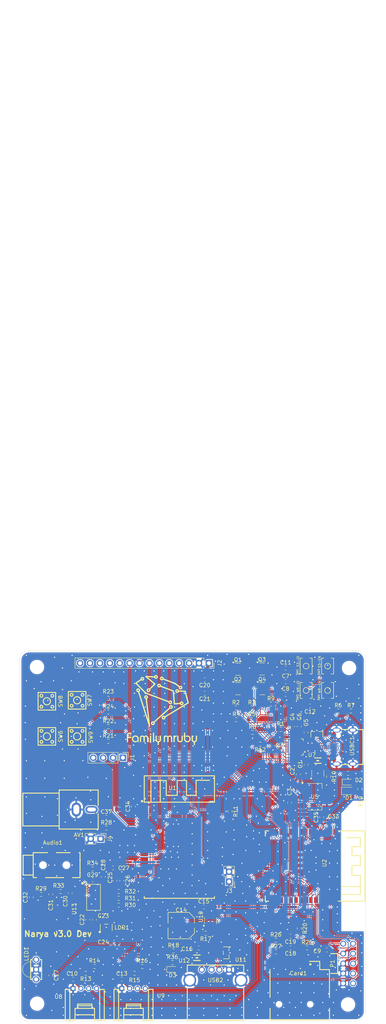
<source format=kicad_pcb>
(kicad_pcb (version 20241229) (generator "pcbnew") (generator_version "9.0")
  (layers (0 "F.Cu" signal) (2 "B.Cu" signal) (13 "F.Paste" user) (15 "B.Paste" user) (5 "F.SilkS" user "F.Silkscreen") (7 "B.SilkS" user "B.Silkscreen") (1 "F.Mask" user) (3 "B.Mask" user) (25 "Edge.Cuts" user))
  (net 0 "")
  (net 1 "Net-(Audio1-Pad2)")
  (net 2 "Net-(Audio1-Pad3)")
  (net 3 "GND")
  (net 4 "Net-(AV1-Pad2)")
  (net 5 "VBUS")
  (net 6 "VSYS")
  (net 7 "+3V3")
  (net 8 "Net-(U3-VDD)")
  (net 9 "/WR-EN")
  (net 10 "/S3-EN")
  (net 11 "/S3-IO0")
  (net 12 "/WR-IO0")
  (net 13 "Net-(U10-OUT)")
  (net 14 "Net-(LDO1-VOUT)")
  (net 15 "Net-(U13-LDOO)")
  (net 16 "Net-(U13-CAPP)")
  (net 17 "Net-(U13-CAPM)")
  (net 18 "Net-(U13-CPGND)")
  (net 19 "Net-(U13-VNEG)")
  (net 20 "/S3-SPI3-CS0")
  (net 21 "Net-(Card1-CLX)")
  (net 22 "/S3-SPI3-MOSI")
  (net 23 "/S3-SPI3-MISO")
  (net 26 "Net-(D1-A)")
  (net 27 "Net-(D2-A)")
  (net 28 "/WR-IO39")
  (net 29 "/WR-IO36")
  (net 30 "/WR-IO35")
  (net 31 "/WR-IO34")
  (net 32 "/VSPI-TFT-RESET")
  (net 33 "/VSPI-MOSI")
  (net 34 "/VSPI-DC")
  (net 35 "/VSPI-SCLK")
  (net 38 "/VSPI-MISO")
  (net 40 "/VSPI-CS")
  (net 44 "/S3-RMT")
  (net 45 "/S3-MTMS")
  (net 46 "/S3-MTDO")
  (net 47 "/S3-MTDI")
  (net 48 "/S3-MTCK")
  (net 50 "/RTS-SCI")
  (net 51 "Net-(Q1-G)")
  (net 52 "/DTR-SCI")
  (net 53 "Net-(Q2-G)")
  (net 54 "Net-(Q3-G)")
  (net 55 "/RTS-ECI")
  (net 56 "/DTR-ECI")
  (net 57 "Net-(Q4-G)")
  (net 58 "Net-(U3-~{RST})")
  (net 59 "CC1")
  (net 60 "CC2")
  (net 61 "Net-(U4-~{FLT})")
  (net 62 "/SPI-CS0")
  (net 63 "/S3-ResetSub")
  (net 64 "/S3-I2C1-SDA")
  (net 65 "/S3-I2C1-SCL")
  (net 66 "/S3-I2C2-SDA")
  (net 67 "/S3-I2C2-SCL")
  (net 68 "/S3-USB-PWSW")
  (net 69 "Net-(U10-~{FLT})")
  (net 70 "/S3-StatLED1")
  (net 71 "/S3-ButtonUp")
  (net 72 "/S3-ButtonDown")
  (net 73 "/S3-ButtonEnter")
  (net 74 "/S3-ButtonCancel")
  (net 75 "/S3-SD-CD")
  (net 76 "/S3-SPI3-SCLK")
  (net 77 "/WR-NTSC")
  (net 78 "Net-(U13-OUTR)")
  (net 79 "Net-(U13-BCK)")
  (net 80 "/WR-I2S-BLK")
  (net 81 "Net-(U13-DIN)")
  (net 82 "/WR-I2S-DOUT")
  (net 83 "Net-(U13-LRCK)")
  (net 84 "/WR-I2S-WS")
  (net 85 "Net-(U13-OUTL)")
  (net 86 "Net-(U13-XSMT)")
  (net 90 "/RXD-SCI")
  (net 91 "/SPI-SCLK")
  (net 95 "/SPI-MISO")
  (net 97 "/TXD-SCI")
  (net 99 "/SPI-MOSI")
  (net 104 "/RXD-ECI")
  (net 107 "/TXD-ECI")
  (net 111 "/S3-USB-D-")
  (net 112 "/S3-USB-D+")
  (net 114 "D-")
  (net 118 "D+")
  (net 126 "Net-(D3-A)")
  (footprint "Connector_PinHeader_2.54mm:PinHeader_1x04_P2.54mm_Vertical" (layer "F.Cu") (at -98.496645 -22.524082 -90)
    (property "Reference" "J1")
    (property "Value" "DNP Conn_01x04_Pin")
  )
  (footprint "Resistor_SMD:R_0603_1608Metric" (layer "F.Cu") (at -63.286645 -26.024082 180)
    (property "Reference" "R12")
    (property "Value" "100")
  )
  (footprint "Capacitor_SMD:C_0603_1608Metric" (layer "F.Cu") (at -51.536645 -29.024082 -90)
    (property "Reference" "C5")
    (property "Value" "0.1uF")
  )
  (footprint "Capacitor_SMD:C_0603_1608Metric" (layer "F.Cu") (at -99.286645 -9.274082 180)
    (property "Reference" "C36" (hide yes))
    (property "Value" "22uF")
  )
  (footprint "easyeda2kicad:KEY-SMD_L3.9-W3.0-LS5.0" (layer "F.Cu") (at -46.036645 -39.774082 -90)
    (property "Reference" "SW4")
    (property "Value" "TS342A2P")
  )
  (footprint "Capacitor_SMD:C_0603_1608Metric" (layer "F.Cu") (at -111.286645 34.225918)
    (property "Reference" "C10")
    (property "Value" "0.1uF")
  )
  (footprint "easyeda2kicad:USB-C_SMD-TYPE-C-31-M-12_1_Small" (layer "F.Cu") (at -42.036645 -25.274082 90)
    (property "Reference" "USBC1")
    (property "Value" "TYPE-C-31-M-12")
  )
  (footprint "easyeda2kicad:SW-SMD_4P-L4.5-W4.5-P3.00-LS6.8" (layer "F.Cu") (at -118 -37 -90)
    (property "Reference" "SW8")
    (property "Value" "TSC015A03526A")
  )
  (footprint "Package_TO_SOT_SMD:SOT-23" (layer "F.Cu") (at -69.036645 -45.224082)
    (property "Reference" "Q1")
    (property "Value" "BSS138")
  )
  (footprint "Capacitor_SMD:C_0603_1608Metric" (layer "F.Cu") (at -56.786645 -42.024082)
    (property "Reference" "C7")
    (property "Value" "0.1uF")
  )
  (footprint "easyeda2kicad:CAP-SMD_BD6.3-L6.6-W6.6-LS7.2-R-RD" (layer "F.Cu") (at -83.55 20.5)
    (property "Reference" "C14")
    (property "Value" "120uF")
  )
  (footprint "Resistor_SMD:R_0603_1608Metric" (layer "F.Cu") (at -105.786645 30.975918 180)
    (property "Reference" "R14")
    (property "Value" "10K")
  )
  (footprint "Package_TO_SOT_SMD:SOT-23" (layer "F.Cu") (at -69.036645 -40.224082)
    (property "Reference" "Q2")
    (property "Value" "BSS138")
  )
  (footprint "Resistor_SMD:R_0603_1608Metric" (layer "F.Cu") (at -65.286645 -29.024082)
    (property "Reference" "R8")
    (property "Value" "10K")
  )
  (footprint "easyeda2kicad:IDC-TH_10P-P2.54_C5665" (layer "F.Cu") (at -40.766645 30.225918 -90)
    (property "Reference" "P1")
    (property "Value" "HDR-IDC-2.54-2X5P")
  )
  (footprint "Resistor_SMD:R_0603_1608Metric" (layer "F.Cu") (at -69.461645 -32.274082)
    (property "Reference" "R4")
    (property "Value" "10K")
  )
  (footprint "easyeda2kicad:KEY-SMD_L3.9-W3.0-LS5.0" (layer "F.Cu") (at -46.036645 -46.024082 -90)
    (property "Reference" "SW3")
    (property "Value" "TS342A2P")
  )
  (footprint "Resistor_SMD:R_0603_1608Metric" (layer "F.Cu") (at -53.286645 21.225918 -90)
    (property "Reference" "R20")
    (property "Value" "10K")
  )
  (footprint "Resistor_SMD:R_0603_1608Metric" (layer "F.Cu") (at -102.75 -4.5)
    (property "Reference" "R28")
    (property "Value" "22")
  )
  (footprint "LED_SMD:LED_0603_1608Metric" (layer "F.Cu") (at -85.786645 31.725918)
    (property "Reference" "D3")
    (property "Value" "LED RED")
  )
  (footprint "Resistor_SMD:R_0603_1608Metric" (layer "F.Cu") (at -59.286645 24.225918)
    (property "Reference" "R26")
    (property "Value" "10K")
  )
  (footprint "Capacitor_SMD:C_0603_1608Metric" (layer "F.Cu") (at -47.536645 -7.274082 90)
    (property "Reference" "C35")
    (property "Value" "22uF")
  )
  (footprint "Resistor_SMD:R_0603_1608Metric" (layer "F.Cu") (at -45.786645 -17.699082 -90)
    (property "Reference" "R10")
    (property "Value" "10K")
  )
  (footprint "Capacitor_SMD:C_0603_1608Metric" (layer "F.Cu") (at -46.225 26.75)
    (property "Reference" "C9")
    (property "Value" "0.1uF")
  )
  (footprint "Capacitor_SMD:C_0603_1608Metric" (layer "F.Cu") (at -50.536645 -35.774082 180)
    (property "Reference" "C12")
    (property "Value" "DNP")
  )
  (footprint "Capacitor_SMD:C_0603_1608Metric" (layer "F.Cu") (at -55.036645 -30.524082 -90)
    (property "Reference" "C4")
    (property "Value" "1uF")
  )
  (footprint "Capacitor_SMD:C_0603_1608Metric" (layer "F.Cu") (at -102.75 -7.25)
    (property "Reference" "C37")
    (property "Value" "DNP")
  )
  (footprint "easyeda2kicad:CONN-TH_4P-P2.00_ZX-HY2.0-4PWZ" (layer "F.Cu") (at -108.286645 36.613418)
    (property "Reference" "U8")
    (property "Value" "ZX-HY2.0-4PWZ")
  )
  (footprint "easyeda2kicad:SOD-323_L1.7-W1.3-LS2.5-BI" (layer "F.Cu") (at -79.536645 28.725918 180)
    (property "Reference" "U12")
    (property "Value" "PESD5V0S1BA_C5261083")
  )
  (footprint "LogoLibrary:logo_" (layer "F.Cu") (at -88.5 -34.75)
    (property "Reference" "G***" (hide yes))
    (property "Value" "LOGO" (hide yes))
  )
  (footprint "Capacitor_SMD:C_0603_1608Metric" (layer "F.Cu") (at -77.786645 15.725918)
    (property "Reference" "C15")
    (property "Value" "0.1uF")
  )
  (footprint "Capacitor_SMD:C_0603_1608Metric" (layer "F.Cu") (at -55.536645 23.225918 180)
    (property "Reference" "C19")
    (property "Value" "10uF")
  )
  (footprint "easyeda2kicad:SW-SMD_4P-L4.5-W4.5-P3.00-LS6.8" (layer "F.Cu") (at -118 -28 -90)
    (property "Reference" "SW6")
    (property "Value" "TSC015A03526A")
  )
  (footprint "easyeda2kicad:CONN-TH_4P-P2.00_ZX-HY2.0-4PWZ" (layer "F.Cu") (at -95.786645 36.613418)
    (property "Reference" "U9")
    (property "Value" "ZX-HY2.0-4PWZ")
  )
  (footprint "Capacitor_SMD:C_0603_1608Metric" (layer "F.Cu") (at -112.036645 12.220681 90)
    (property "Reference" "C30")
    (property "Value" "2.2uF")
  )
  (footprint "Resistor_SMD:R_0603_1608Metric" (layer "F.Cu") (at -102.25 -26.75)
    (property "Reference" "R21")
    (property "Value" "10K")
  )
  (footprint "easyeda2kicad:KEY-SMD_L3.9-W3.0-LS5.0" (layer "F.Cu") (at -51.536645 -46.024082 -90)
    (property "Reference" "SW1")
    (property "Value" "TS342A2P")
  )
  (footprint "Resistor_SMD:R_0603_1608Metric" (layer "F.Cu") (at -71.036645 -8.774082 -90)
    (property "Reference" "R11")
    (property "Value" "10K")
  )
  (footprint "Capacitor_SMD:C_0603_1608Metric" (layer "F.Cu") (at -122 13.275 -90)
    (property "Reference" "C32")
    (property "Value" "2.2nF")
  )
  (footprint "easyeda2kicad:SW-SMD_4P-L4.5-W4.5-P3.00-LS6.8" (layer "F.Cu") (at -110.25 -37.25 -90)
    (property "Reference" "SW7")
    (property "Value" "TSC015A03526A")
  )
  (footprint "Capacitor_SMD:C_0603_1608Metric" (layer "F.Cu") (at -53.286645 -30.524082 -90)
    (property "Reference" "C6")
    (property "Value" "2.2uF")
  )
  (footprint "Resistor_SMD:R_0603_1608Metric" (layer "F.Cu") (at -93.536645 30.975918 180)
    (property "Reference" "R16")
    (property "Value" "10K")
  )
  (footprint "easyeda2kicad:SOT-23-5_L3.0-W1.7-P0.95-LS2.8-BL" (layer "F.Cu") (at -102.786645 20.995681)
    (property "Reference" "LDO1")
    (property "Value" "ME6211C33M5G-N")
  )
  (footprint "Resistor_SMD:R_0603_1608Metric" (layer "F.Cu") (at -60.536645 -36.274082)
    (property "Reference" "R9")
    (property "Value" "10K")
  )
  (footprint "easyeda2kicad:TF-SMD_TF-PUSH" (layer "F.Cu") (at -53.536645 34.975918)
    (property "Reference" "Card1")
    (property "Value" "TF PUSH")
  )
  (footprint "Capacitor_SMD:C_0603_1608Metric" (layer "F.Cu") (at -77.536645 -42.524082 180)
    (property "Reference" "C20")
    (property "Value" "0.1uF")
  )
  (footprint "Capacitor_SMD:C_0603_1608Metric" (layer "F.Cu") (at -106.286645 8.745681 180)
    (property "Reference" "C29")
    (property "Value" "2.2uF")
  )
  (footprint "easyeda2kicad:SOT-23-3_L2.9-W1.3-P1.90-LS2.4-BR" (layer "F.Cu") (at -48.786645 -28.524082 -90)
    (property "Reference" "U6" (hide yes))
    (property "Value" "PESD5V0U2BT")
  )
  (footprint "Resistor_SMD:R_0603_1608Metric" (layer "F.Cu") (at -85.786645 29.975918)
    (property "Reference" "R36")
    (property "Value" "1K")
  )
  (footprint "Resistor_SMD:R_0603_1608Metric" (layer "F.Cu") (at -40.786645 -18.524082)
    (property "Reference" "R35" (hide yes))
    (property "Value" "1K")
  )
  (footprint "MountingHole:MountingHole_3.2mm_M3" (layer "F.Cu") (at -120.5 40.5)
    (property "Reference" "REF**" (hide yes))
    (property "Value" "MountingHole_3.2mm_M3")
  )
  (footprint "Capacitor_SMD:C_0603_1608Metric" (layer "F.Cu") (at -101.036645 5.725918 180)
    (property "Reference" "C27")
    (property "Value" "10uF")
  )
  (footprint "Resistor_SMD:R_0603_1608Metric" (layer "F.Cu") (at -102.25 -37.75)
    (property "Reference" "R23")
    (property "Value" "10K")
  )
  (footprint "Capacitor_SMD:C_0603_1608Metric" (layer "F.Cu") (at -100.786645 24.745681)
    (property "Reference" "C24")
    (property "Value" "0.1uF")
  )
  (footprint "Resistor_SMD:R_0603_1608Metric" (layer "F.Cu") (at -114.5 11.75 180)
    (property "Reference" "R33")
    (property "Value" "470")
  )
  (footprint "Capacitor_SMD:C_0603_1608Metric" (layer "F.Cu") (at -56.786645 -45.524082)
    (property "Reference" "C11")
    (property "Value" "0.1uF")
  )
  (footprint "Resistor_SMD:R_0603_1608Metric" (layer "F.Cu") (at -85.536645 26.975918)
    (property "Reference" "R18")
    (property "Value" "10K")
  )
  (footprint "Package_TO_SOT_SMD:SOT-23-5" (layer "F.Cu") (at -48.536645 -18.524082 90)
    (property "Reference" "U4" (hide yes))
    (property "Value" "TPS2065CDBV")
  )
  (footprint "Capacitor_SMD:C_0603_1608Metric" (layer "F.Cu") (at -55.786645 -11.024082 90)
    (property "Reference" "C3")
    (property "Value" "10uF")
  )
  (footprint "Capacitor_SMD:C_0603_1608Metric" (layer "F.Cu") (at -107.536645 18.995681 90)
    (property "Reference" "C22")
    (property "Value" "10uF")
  )
  (footprint "Capacitor_SMD:C_0603_1608Metric" (layer "F.Cu") (at -44.536645 -6.024082)
    (property "Reference" "C33")
    (property "Value" "0.1uF")
  )
  (footprint "Resistor_SMD:R_0603_1608Metric" (layer "F.Cu") (at -106.286645 5.975918 180)
    (property "Reference" "R34")
    (property "Value" "10K")
  )
  (footprint "MountingHole:MountingHole_3.2mm_M3" (layer "F.Cu") (at -120.536645 -45.774082)
    (property "Reference" "REF**" (hide yes))
    (property "Value" "MountingHole_3.2mm_M3")
  )
  (footprint "easyeda2kicad:USB-A-TH_USB-231-ARY" (layer "F.Cu") (at -74.786645 33.155918)
    (property "Reference" "USB2")
    (property "Value" "USB-231-ARY")
  )
  (footprint "easyeda2kicad:AUDIO-SMD_PJ-327C-4A" (layer "F.Cu") (at -115.17 5 90)
    (property "Reference" "Audio1")
    (property "Value" "PJ-327C-4A")
  )
  (footprint "Resistor_SMD:R_0603_1608Metric" (layer "F.Cu") (at -77.286645 22.475918 180)
    (property "Reference" "R17")
    (property "Value" "10K")
  )
  (footprint "Resistor_SMD:R_0603_1608Metric" (layer "F.Cu") (at -43.286645 -34.524082)
    (property "Reference" "R6")
    (property "Value" "5.1K")
  )
  (footprint "Capacitor_SMD:C_0603_1608Metric" (layer "F.Cu") (at -53.536645 -18.274082 90)
    (property "Reference" "C2")
    (property "Value" "10uF")
  )
  (footprint "Connector_PinHeader_2.54mm:PinHeader_1x02_P2.54mm_Vertical" (layer "F.Cu") (at -71.286645 9.225918 180)
    (property "Reference" "J3")
    (property "Value" "DNP Conn_01x02_Pin")
  )
  (footprint "Resistor_SMD:R_0603_1608Metric" (layer "F.Cu") (at -40.036645 -34.524082)
    (property "Reference" "R7")
    (property "Value" "5.1K")
  )
  (footprint "Resistor_SMD:R_0603_1608Metric" (layer "F.Cu") (at -59.286645 27.225918)
    (property "Reference" "R27")
    (property "Value" "22")
  )
  (footprint "easyeda2kicad:SOD-323_L1.7-W1.3-LS2.5-BI" (layer "F.Cu") (at -48.536645 -21.774082)
    (property "Reference" "U7")
    (property "Value" "PESD5V0S1BA_C5261083")
  )
  (footprint "LED_SMD:LED_0603_1608Metric" (layer "F.Cu") (at -40.786645 -16.274082)
    (property "Reference" "D2")
    (property "Value" "LED RED")
  )
  (footprint "Resistor_SMD:R_0603_1608Metric" (layer "F.Cu") (at -99.611645 13.495681 180)
    (property "Reference" "R31")
    (property "Value" "22")
  )
  (footprint "Package_TO_SOT_SMD:SOT-23" (layer "F.Cu") (at -62.849145 -45.274082)
    (property "Reference" "Q3")
    (property "Value" "BSS138")
  )
  (footprint "Capacitor_SMD:C_0603_1608Metric" (layer "F.Cu") (at -100.536645 8.975918 90)
    (property "Reference" "C25")
    (property "Value" "0.1uF")
  )
  (footprint "Capacitor_SMD:C_0603_1608Metric" (layer "F.Cu") (at -55.536645 26.225918 180)
    (property "Reference" "C18")
    (property "Value" "0.1uF")
  )
  (footprint "Connector_PinHeader_2.54mm:PinHeader_1x02_P2.54mm_Vertical" (layer "F.Cu") (at -104.225 -1.75 -90)
    (property "Reference" "J4")
    (property "Value" "DNP Conn_01x02_Pin")
  )
  (footprint "Resistor_SMD:R_0603_1608Metric" (layer "F.Cu") (at -102.25 -34.25)
    (property "Reference" "R24")
    (property "Value" "10K")
  )
  (footprint "easyeda2kicad:CONN-TH_AV-5" (layer "F.Cu") (at -108.5 -9.25 -90)
    (property "Reference" "AV1")
    (property "Value" "AV-5")
  )
  (footprint "Capacitor_SMD:C_0603_1608Metric" (layer "F.Cu") (at -51.536645 -20.774082 90)
    (property "Reference" "C1")
    (property "Value" "0.1uF")
  )
  (footprint "Capacitor_SMD:C_0603_1608Metric" (layer "F.Cu") (at -117 12.5 -90)
    (property "Reference" "C31")
    (property "Value" "2.2nF")
  )
  (footprint "Capacitor_SMD:C_0603_1608Metric" (layer "F.Cu") (at -77.536645 -39.024082 180)
    (property "Reference" "C21")
    (property "Value" "10uF")
  )
  (footprint "Package_TO_SOT_SMD:SOT-223-3_TabPin2" (layer "F.Cu") (at -49.361645 -12.524082)
    (property "Reference" "U5")
    (property "Value" "AP7361C-33E")
  )
  (footprint "Capacitor_SMD:C_0603_1608Metric" (layer "F.Cu") (at -103.536645 7.975918 -90)
    (property "Reference" "C28")
    (property "Value" "0.1uF")
  )
  (footprint "LED_SMD:LED_0805_2012Metric" (layer "F.Cu") (at -40.786645 -14.024082)
    (property "Reference" "D1")
    (property "Value" "LED GREEN")
  )
  (footprint "Resistor_SMD:R_0603_1608Metric" (layer "F.Cu") (at -37.786645 -14.524082 -90)
    (property "Reference" "R19")
    (property "Value" "1K")
  )
  (footprint "Capacitor_SMD:C_0603_1608Metric" (layer "F.Cu") (at -117 33.25 -90)
    (property "Reference" "C17")
    (property "Value" "0.1uF")
  )
  (footprint "Resistor_SMD:R_0603_1608Metric" (layer "F.Cu") (at -65.461645 -32.274082)
    (property "Reference" "R5")
    (property "Value" "10K")
  )
  (footprint "Capacitor_SMD:C_0603_1608Metric" (layer "F.Cu") (at -79.061645 26.225918 180)
    (property "Reference" "C16")
    (property "Value" "0.1uF")
  )
  (footprint "Capacitor_SMD:C_0603_1608Metric" (layer "F.Cu") (at -105.786645 18.995681 90)
    (property "Reference" "C23")
    (property "Value" "0.1uF")
  )
  (footprint "Resistor_SMD:R_0603_1608Metric" (layer "F.Cu") (at -119.5 12.5 180)
    (property "Reference" "R29")
    (property "Value" "470")
  )
  (footprint "easyeda2kicad:SENSOR-TG_TSOP38236" (layer "F.Cu") (at -120.75 31.75 -90)
    (property "Reference" "LED1")
    (property "Value" "TSOP38238")
  )
  (footprint "easyeda2kicad:QFN-24_L4.0-W4.0-P0.50-BL-EP2.6" (layer "F.Cu") (at -54.361645 -25.274082 90)
    (property "Reference" "U3")
    (property "Value" "CP2105-F01-GMR")
  )
  (footprint "easyeda2kicad:WIFI-SMD_ESP32-WROVER-IE8MB" (layer "F.Cu") (at -84.036645 0.975918)
    (property "Reference" "U1")
    (property "Value" "ESP32-WROVER-IE(16MB)")
  )
  (footprint "Resistor_SMD:R_0603_1608Metric" (layer "F.Cu") (at -99.611645 15.245681 180)
    (property "Reference" "R30")
    (property "Value" "22")
  )
  (footprint "MountingHole:MountingHole_3.2mm_M3" (layer "F.Cu") (at -40.786645 40.725918)
    (property "Reference" "REF**" (hide yes))
    (property "Value" "MountingHole_3.2mm_M3")
  )
  (footprint "Resistor_SMD:R_0603_1608Metric" (layer "F.Cu") (at -95.536645 32.725918 180)
    (property "Reference" "R15")
    (property "Value" "10K")
  )
  (footprint "Resistor_SMD:R_0603_1608Metric" (layer "F.Cu") (at -65.461645 -35.274082)
    (property "Reference" "R3")
    (property "Value" "10K")
  )
  (footprint "Capacitor_SMD:C_0603_1608Metric" (layer "F.Cu") (at -98.786645 34.225918)
    (property "Reference" "C13")
    (property "Value" "0.1uF")
  )
  (footprint "Resistor_SMD:R_0603_1608Metric" (layer "F.Cu") (at -69.536645 -35.274082)
    (property "Reference" "R2")
    (property "Value" "10K")
  )
  (footprint "Capacitor_SMD:C_0603_1608Metric" (layer "F.Cu") (at -98.786645 8.975918 90)
    (property "Reference" "C26")
    (property "Value" "10uF")
  )
  (footprint "Package_TO_SOT_SMD:SOT-23" (layer "F.Cu") (at -62.786645 -40.224082)
    (property "Reference" "Q4")
    (property "Value" "BSS138")
  )
  (footprint "MountingHole:MountingHole_3.2mm_M3" (layer "F.Cu") (at -40.536645 -45.524082)
    (property "Reference" "REF**" (hide yes))
    (property "Value" "MountingHole_3.2mm_M3")
  )
  (footprint "Resistor_SMD:R_0603_1608Metric" (layer "F.Cu") (at -99.611645 11.745681 180)
    (property "Reference" "R32")
    (property "Value" "22")
  )
  (footprint "Capacitor_SMD:C_0603_1608Metric" (layer "F.Cu") (at -95.786645 -10.024082 90)
    (property "Reference" "C34")
    (property "Value" "0.1uF")
  )
  (footprint "Resistor_SMD:R_0603_1608Metric" (layer "F.Cu") (at -108.036645 32.725918 180)
    (property "Reference" "R13")
    (property "Value" "10K")
  )
  (footprint "Resistor_SMD:R_0603_1608Metric" (layer "F.Cu") (at -58.036645 -29.774082)
    (property "Reference" "R1")
    (property "Value" "4.7K")
  )
  (footprint "Package_TO_SOT_SMD:SOT-23-5" (layer "F.Cu") (at -76.036645 19.225918 90)
    (property "Reference" "U10")
    (property "Value" "TPS2065CDBV")
  )
  (footprint "Capacitor_SMD:C_0603_1608Metric" (layer "F.Cu") (at -56.786645 -38.774082)
    (property "Reference" "C8")
    (property "Value" "0.1uF")
  )
  (footprint "easyeda2kicad:TSSOP-20_L6.5-W4.4-P0.65-LS6.4-BL" (layer "F.Cu") (at -106.036645 13.245681 -90)
    (property "Reference" "U13")
    (property "Value" "PCM5102APWR")
  )
  (footprint "easyeda2kicad:SOT-23-3_L2.9-W1.3-P1.90-LS2.4-BR" (layer "F.Cu") (at -72.036645 27.475918 180)
    (property "Reference" "U11")
    (property "Value" "PESD5V0U2BT")
  )
  (footprint "Resistor_SMD:R_0603_1608Metric" (layer "F.Cu") (at -51.286645 26.225918)
    (property "Reference" "R25")
    (property "Value" "10K")
  )
  (footprint "Resistor_SMD:R_0603_1608Metric" (layer "F.Cu") (at -102.25 -30.5)
    (property "Reference" "R22")
    (property "Value" "10K")
  )
  (footprint "easyeda2kicad:KEY-SMD_L3.9-W3.0-LS5.0" (layer "F.Cu") (at -51.536645 -39.774082 -90)
    (property "Reference" "SW2")
    (property "Value" "TS342A2P")
  )
  (footprint "easyeda2kicad:SW-SMD_4P-L4.5-W4.5-P3.00-LS6.8" (layer "F.Cu") (at -110.25 -28 -90)
    (property "Reference" "SW9")
    (property "Value" "TSC015A03526A")
  )
  (footprint "Connector_PinSocket_2.54mm:PinSocket_1x14_P2.54mm_Vertical" (layer "F.Cu") (at -76.466645 -46.774082 -90)
    (property "Reference" "J2")
    (property "Value" "DNP Conn_01x14_Socket")
  )
  (footprint "easyeda2kicad:WIRELM-SMD_ESP32-S3-WROOM-1" (layer "F.Cu") (at -52.856645 5.225918 -90)
    (property "Reference" "U2")
    (property "Value" "ESP32-S3-WROOM-1(N16R8)")
  )
  (gr_line (start -36.286645 -47.524082) (end -36.286645 42.475918) (stroke (width 0.05)) (layer "Edge.Cuts"))
  (gr_line (start -38.786645 44.975918) (end -122.536645 44.975918) (stroke (width 0.05)) (layer "Edge.Cuts"))
  (gr_line (start -122.5 -50.01783) (end -38.786645 -50.024082) (stroke (width 0.05)) (layer "Edge.Cuts"))
  (gr_line (start -125.036645 42.475918) (end -125.017767 -47.482331) (stroke (width 0.05)) (layer "Edge.Cuts"))
  (gr_arc (start -122.536645 44.975918) (mid -124.304412 44.243685) (end -125.036645 42.475918) (stroke (width 0.05)) (layer "Edge.Cuts"))
  (gr_arc (start -36.286645 42.475918) (mid -37.018878 44.243685) (end -38.786645 44.975918) (stroke (width 0.05)) (layer "Edge.Cuts"))
  (gr_arc (start -125.017767 -47.482233) (mid -124.286645 -49.274082) (end -122.5 -50.01783) (stroke (width 0.05)) (layer "Edge.Cuts"))
  (gr_arc (start -38.786645 -50.024082) (mid -37.018878 -49.291849) (end -36.286645 -47.524082) (stroke (width 0.05)) (layer "Edge.Cuts"))
  (gr_text "S3-IO" (at -53.25 -45.75 90) (layer "F.SilkS") (effects (font (size 0.6 0.6) (thickness 0.1)) (justify left bottom)))
  (gr_text "WR-EN" (at -47.75 -39 90) (layer "F.SilkS") (effects (font (size 0.6 0.6) (thickness 0.1)) (justify left bottom)))
  (gr_text "WR-IO" (at -53.25 -39.25 90) (layer "F.SilkS") (effects (font (size 0.6 0.6) (thickness 0.1)) (justify left bottom)))
  (gr_text "S3-EN" (at -47.75 -45.5 90) (layer "F.SilkS") (effects (font (size 0.6 0.6) (thickness 0.1)) (justify left bottom)))
  (gr_text "Narya v3.0 Dev" (at -124 23.5 0) (layer "F.SilkS") (effects (font (size 1.5 1.5) (thickness 0.3) (bold yes)) (justify left bottom)))
  (segment (start -112.55 8.4) (end -110.9 6.75) (width 0.2) (layer "F.Cu") (net 1))
  (segment (start -114.9 8.4) (end -112.55 8.4) (width 0.2) (layer "F.Cu") (net 1))
  (segment (start -117 10.5) (end -114.9 8.4) (width 0.2) (layer "F.Cu") (net 1))
  (segment (start -117 11.725) (end -117 10.5) (width 0.2) (layer "F.Cu") (net 1))
  (segment (start -110.9 6.75) (end -110.9 1.6) (width 0.2) (layer "F.Cu") (net 1))
  (segment (start -116.975 11.75) (end -117 11.725) (width 0.2) (layer "F.Cu") (net 1))
  (segment (start -115.325 11.75) (end -116.975 11.75) (width 0.2) (layer "F.Cu") (net 1))
  (segment (start -116.69 8.94) (end -116.69 1.6) (width 0.2) (layer "F.Cu") (net 2))
  (segment (start -118.25 10.5) (end -116.69 8.94) (width 0.2) (layer "F.Cu") (net 2))
  (segment (start -122 12.5) (end -122 12) (width 0.2) (layer "F.Cu") (net 2))
  (segment (start -120.325 12.5) (end -122 12.5) (width 0.2) (layer "F.Cu") (net 2))
  (segment (start -122 12) (end -120.5 10.5) (width 0.2) (layer "F.Cu") (net 2))
  (segment (start -120.5 10.5) (end -118.25 10.5) (width 0.2) (layer "F.Cu") (net 2))
  (segment (start -44.506645 -22.074082) (end -44.506645 -21.704082) (width 0.5) (layer "F.Cu") (net 3))
  (segment (start -58.861645 -29.949082) (end -58.036645 -30.774082) (width 0.2) (layer "F.Cu") (net 3))
  (segment (start -53.611645 -24.524082) (end -52.451645 -24.524082) (width 0.2) (layer "F.Cu") (net 3))
  (segment (start -45.236645 -22.074082) (end -46.536645 -20.774082) (width 0.4) (layer "F.Cu") (net 3))
  (segment (start -110.061645 -9.774082) (end -110.137645 -9.698082) (width 0.2) (layer "F.Cu") (net 3))
  (segment (start -103.536645 7.200918) (end -103.261645 7.200918) (width 0.2) (layer "F.Cu") (net 3))
  (segment (start -106.286645 16.725918) (end -105.536645 16.725918) (width 0.2) (layer "F.Cu") (net 3))
  (segment (start -101.511645 8.200918) (end -100.536645 8.200918) (width 0.2) (layer "F.Cu") (net 3))
  (segment (start -56.761645 -31.299082) (end -55.036645 -31.299082) (width 0.2) (layer "F.Cu") (net 3))
  (segment (start -103.166645 15.525681) (end -103.166645 16.175681) (width 0.2) (layer "F.Cu") (net 3))
  (segment (start -54.361645 -25.274082) (end -53.611645 -24.524082) (width 0.2) (layer "F.Cu") (net 3))
  (segment (start -105.536645 16.225918) (end -105.536645 16.725918) (width 0.2) (layer "F.Cu") (net 3))
  (segment (start -76.036645 16.975918) (end -75.786645 16.725918) (width 0.2) (layer "F.Cu") (net 3))
  (segment (start -104.836408 15.525681) (end -105.536645 16.225918) (width 0.2) (layer "F.Cu") (net 3))
  (segment (start -58.036645 -30.774082) (end -57.286645 -30.774082) (width 0.2) (layer "F.Cu") (net 3))
  (segment (start -107.536645 17.975918) (end -106.286645 16.725918) (width 0.2) (layer "F.Cu") (net 3))
  (segment (start -94.536645 6.975918) (end -94.186645 7.325918) (width 0.4) (layer "F.Cu") (net 3))
  (segment (start -108.906645 15.525681) (end -108.906645 16.175681) (width 0.2) (layer "F.Cu") (net 3))
  (segment (start -44.736645 -28.474082) (end -45.536645 -29.274082) (width 0.5) (layer "F.Cu") (net 3))
  (segment (start -105.286645 13.725918) (end -105.536645 13.725918) (width 0.2) (layer "F.Cu") (net 3))
  (segment (start -44.506645 -22.074082) (end -45.236645 -22.074082) (width 0.4) (layer "F.Cu") (net 3))
  (segment (start -76.036645 20.363418) (end -76.036645 16.975918) (width 0.2) (layer "F.Cu") (net 3))
  (segment (start -44.506645 -28.844082) (end -43.746645 -29.604082) (width 0.5) (layer "F.Cu") (net 3))
  (segment (start -58.861645 -29.774082) (end -58.861645 -29.949082) (width 0.2) (layer "F.Cu") (net 3))
  (segment (start -101.786645 8.475918) (end -101.511645 8.200918) (width 0.2) (layer "F.Cu") (net 3))
  (segment (start -44 28.25) (end -45.5 28.25) (width 0.2) (layer "F.Cu") (net 3))
  (segment (start -107.536645 18.220681) (end -107.536645 17.975918) (width 0.2) (layer "F.Cu") (net 3))
  (segment (start -103.204882 12.887444) (end -104.448171 12.887444) (width 0.2) (layer "F.Cu") (net 3))
  (segment (start -57.286645 -30.774082) (end -56.761645 -31.299082) (width 0.2) (layer "F.Cu") (net 3))
  (segment (start -110.536645 15.725918) (end -110.536645 17.225918) (width 0.2) (layer "F.Cu") (net 3))
  (segment (start -94.536645 6.975918) (end -94.536645 13.975918) (width 0.4) (layer "F.Cu") (net 3))
  (segment (start -44.506645 -28.474082) (end -44.506645 -28.844082) (width 0.5) (layer "F.Cu") (net 3))
  (segment (start -103.166645 12.925681) (end -103.204882 12.887444) (width 0.2) (layer "F.Cu") (net 3))
  (segment (start -101.786645 10.305918) (end -101.786645 8.475918) (width 0.2) (layer "F.Cu") (net 3))
  (segment (start -52.451645 -24.524082) (end -51.286645 -24.524082) (width 0.2) (layer "F.Cu") (net 3))
  (segment (start -103.166645 10.965681) (end -102.446408 10.965681) (width 0.2) (layer "F.Cu") (net 3))
  (segment (start -104.448171 12.887444) (end -105.286645 13.725918) (width 0.2) (layer "F.Cu") (net 3))
  (segment (start -108.906645 15.525681) (end -110.336408 15.525681) (width 0.2) (layer "F.Cu") (net 3))
  (segment (start -102.446408 10.965681) (end -101.786645 10.305918) (width 0.2) (layer "F.Cu") (net 3))
  (segment (start -42.036645 27.685918) (end -43.435918 27.685918) (width 0.2) (layer "F.Cu") (net 3))
  (segment (start -103.261645 7.200918) (end -102.786645 6.725918) (width 0.2) (layer "F.Cu") (net 3))
  (segment (start -44.506645 -28.474082) (end -44.736645 -28.474082) (width 0.2) (layer "F.Cu") (net 3))
  (segment (start -103.166645 15.525681) (end -104.836408 15.525681) (width 0.2) (layer "F.Cu") (net 3))
  (segment (start -110.336408 15.525681) (end -110.536645 15.725918) (width 0.2) (layer "F.Cu") (net 3))
  (segment (start -98.561645 -7.774082) (end -100.061645 -9.274082) (width 0.2) (layer "F.Cu") (net 3))
  (segment (start -94.186645 7.325918) (end -93.036645 7.325918) (width 0.4) (layer "F.Cu") (net 3))
  (segment (start -43.435918 27.685918) (end -44 28.25) (width 0.2) (layer "F.Cu") (net 3))
  (segment (start -51.036645 -24.274082) (end -51.286645 -24.524082) (width 0.2) (layer "F.Cu") (net 3))
  (segment (start -97.786645 -7.774082) (end -98.561645 -7.774082) (width 0.2) (layer "F.Cu") (net 3))
  (segment (start -44.506645 -21.704082) (end -43.746645 -20.944082) (width 0.5) (layer "F.Cu") (net 3))
  (via (at -73.286645 29.475918) (size 0.6) (drill 0.3) (layers "F.Cu" "B.Cu") (net 3))
  (via (at -39.536645 -22.274082) (size 0.6) (drill 0.3) (layers "F.Cu" "B.Cu") (net 3))
  (via (at -48.286645 -12.774082) (size 0.6) (drill 0.3) (layers "F.Cu" "B.Cu") (net 3))
  (via (at -91.286645 -4.024082) (size 0.6) (drill 0.3) (layers "F.Cu" "B.Cu") (net 3))
  (via (at -78.036645 -25.274082) (size 0.6) (drill 0.3) (layers "F.Cu" "B.Cu") (net 3))
  (via (at -46.036645 -46.274082) (size 0.6) (drill 0.3) (layers "F.Cu" "B.Cu") (net 3))
  (via (at -72.536645 16.725918) (size 0.6) (drill 0.3) (layers "F.Cu" "B.Cu") (net 3))
  (via (at -59.036645 9.225918) (size 0.6) (drill 0.3) (layers "F.Cu" "B.Cu") (net 3))
  (via (at -64.036645 43.475918) (size 0.6) (drill 0.3) (layers "F.Cu" "B.Cu") (net 3))
  (via (at -54.536645 -6.524082) (size 0.6) (drill 0.3) (layers "F.Cu" "B.Cu") (net 3))
  (via (at -54.786645 -32.774082) (size 0.6) (drill 0.3) (layers "F.Cu" "B.Cu") (net 3))
  (via (at -55.536645 -16.774082) (size 0.6) (drill 0.3) (layers "F.Cu" "B.Cu") (net 3))
  (via (at -52.786645 35.225918) (size 0.6) (drill 0.3) (layers "F.Cu" "B.Cu") (net 3))
  (via (at -87.536645 2.975918) (size 0.6) (drill 0.3) (layers "F.Cu" "B.Cu") (net 3))
  (via (at -50.25 1.25) (size 0.6) (drill 0.3) (layers "F.Cu" "B.Cu") (net 3))
  (via (at -107.5 -17.5) (size 0.6) (drill 0.3) (layers "F.Cu" "B.Cu") (net 3))
  (via (at -90.536645 -20.524082) (size 0.6) (drill 0.3) (layers "F.Cu" "B.Cu") (net 3))
  (via (at -57.286645 -11.524082) (size 0.6) (drill 0.3) (layers "F.Cu" "B.Cu") (net 3))
  (via (at -61.786645 14.475918) (size 0.6) (drill 0.3) (layers "F.Cu" "B.Cu") (net 3))
  (via (at -78.286645 -34.774082) (size 0.6) (drill 0.3) (layers "F.Cu" "B.Cu") (net 3))
  (via (at -89.286645 8.225918) (size 0.6) (drill 0.3) (layers "F.Cu" "B.Cu") (net 3))
  (via (at -91.036645 39.475918) (size 0.6) (drill 0.3) (layers "F.Cu" "B.Cu") (net 3))
  (via (at -83.286645 38.475918) (size 0.6) (drill 0.3) (layers "F.Cu" "B.Cu") (net 3))
  (via (at -69.25 -9.25) (size 0.6) (drill 0.3) (layers "F.Cu" "B.Cu") (net 3))
  (via (at -47.536645 -0.524082) (size 0.6) (drill 0.3) (layers "F.Cu" "B.Cu") (net 3))
  (via (at -75.286645 -20.524082) (size 0.6) (drill 0.3) (layers "F.Cu" "B.Cu") (net 3))
  (via (at -115.536645 21.975918) (size 0.6) (drill 0.3) (layers "F.Cu" "B.Cu") (net 3))
  (via (at -95.536645 -0.024082) (size 0.6) (drill 0.3) (layers "F.Cu" "B.Cu") (net 3))
  (via (at -115.286645 -12.024082) (size 0.6) (drill 0.3) (layers "F.Cu" "B.Cu") (net 3))
  (via (at -66.286645 -49.024082) (size 0.6) (drill 0.3) (layers "F.Cu" "B.Cu") (net 3))
  (via (at -114.5 10.25) (size 0.6) (drill 0.3) (layers "F.Cu" "B.Cu") (net 3))
  (via (at -68.036645 -25.274082) (size 0.6) (drill 0.3) (layers "F.Cu" "B.Cu") (net 3))
  (via (at -96.25 19.725918) (size 0.6) (drill 0.3) (layers "F.Cu" "B.Cu") (net 3))
  (via (at -87.036645 0.225918) (size 0.6) (drill 0.3) (layers "F.Cu" "B.Cu") (net 3))
  (via (at -55.536645 -15.024082) (size 0.6) (drill 0.3) (layers "F.Cu" "B.Cu") (net 3))
  (via (at -53.036645 31.475918) (size 0.6) (drill 0.3) (layers "F.Cu" "B.Cu") (net 3))
  (via (at -84.786645 35.725918) (size 0.6) (drill 0.3) (layers "F.Cu" "B.Cu") (net 3))
  (via (at -94.536645 6.975918) (size 0.6) (drill 0.3) (layers "F.Cu" "B.Cu") (net 3))
  (via (at -49 6.25) (size 0.6) (drill 0.3) (layers "F.Cu" "B.Cu") (net 3))
  (via (at -82.536645 -44.774082) (size 0.6) (drill 0.3) (layers "F.Cu" "B.Cu") (net 3))
  (via (at -66.536645 31.975918) (size 0.6) (drill 0.3) (layers "F.Cu" "B.Cu") (net 3))
  (via (at -78.286645 -17.274082) (size 0.6) (drill 0.3) (layers "F.Cu" "B.Cu") (net 3))
  (via (at -78.286645 -19.274082) (size 0.6) (drill 0.3) (layers "F.Cu" "B.Cu") (net 3))
  (via (at -71.036645 25.975918) (size 0.6) (drill 0.3) (layers "F.Cu" "B.Cu") (net 3))
  (via (at -65.286645 -16.524082) (size 0.6) (drill 0.3) (layers "F.Cu" "B.Cu") (net 3))
  (via (at -45.536645 -40.274082) (size 0.6) (drill 0.3) (layers "F.Cu" "B.Cu") (net 3))
  (via (at -63.786645 -5.774082) (size 0.6) (drill 0.3) (layers "F.Cu" "B.Cu") (net 3))
  (via (at -56.75 12.25) (size 0.6) (drill 0.3) (layers "F.Cu" "B.Cu") (net 3))
  (via (at -104.286645 1.225918) (size 0.6) (drill 0.3) (layers "F.Cu" "B.Cu") (net 3))
  (via (at -90.536645 -31.274082) (size 0.6) (drill 0.3) (layers "F.Cu" "B.Cu") (net 3))
  (via (at -59.786645 10.475918) (size 0.6) (drill 0.3) (layers "F.Cu" "B.Cu") (net 3))
  (via (at -65.286645 -27.524082) (size 0.6) (drill 0.3) (layers "F.Cu" "B.Cu") (net 3))
  (via (at -59.786645 31.475918) (size 0.6) (drill 0.3) (layers "F.Cu" "B.Cu") (net 3))
  (via (at -66.036645 -45.524082) (size 0.6) (drill 0.3) (layers "F.Cu" "B.Cu") (net 3))
  (via (at -92.786645 -12.024082) (size 0.6) (drill 0.3) (layers "F.Cu" "B.Cu") (net 3))
  (via (at -82.786645 -20.524082) (size 0.6) (drill 0.3) (layers "F.Cu" "B.Cu") (net 3))
  (via (at -116.75 42.25) (size 0.6) (drill 0.3) (layers "F.Cu" "B.Cu") (net 3))
  (via (at -95.25 -2.75) (size 0.6) (drill 0.3) (layers "F.Cu" "B.Cu") (net 3))
  (via (at -43.786645 -38.274082) (size 0.6) (drill 0.3) (layers "F.Cu" "B.Cu") (net 3))
  (via (at -93.036645 -44.774082) (size 0.6) (drill 0.3) (layers "F.Cu" "B.Cu") (net 3))
  (via (at -78.286645 -37.274082) (size 0.6) (drill 0.3) (layers "F.Cu" "B.Cu") (net 3))
  (via (at -63.536645 -3.274082) (size 0.6) (drill 0.3) (layers "F.Cu" "B.Cu") (net 3))
  (via (at -40.786645 -17.274082) (size 0.6) (drill 0.3) (layers "F.Cu" "B.Cu") (net 3))
  (via (at -77.786645 41.725918) (size 0.6) (drill 0.3) (layers "F.Cu" "B.Cu") (net 3))
  (via (at -55.786645 40.225918) (size 0.6) (drill 0.3) (layers "F.Cu" "B.Cu") (net 3))
  (via (at -66.786645 -17.774082) (size 0.6) (drill 0.3) (layers "F.Cu" "B.Cu") (net 3))
  (via (at -43.786645 -7.274082) (size 0.6) (drill 0.3) (layers "F.Cu" "B.Cu") (net 3))
  (via (at -66.786645 27.975918) (size 0.6) (drill 0.3) (layers "F.Cu" "B.Cu") (net 3))
  (via (at -115.536645 27.225918) (size 0.6) (drill 0.3) (layers "F.Cu" "B.Cu") (net 3))
  (via (at -40.786645 -11.024082) (size 0.6) (drill 0.3) (layers "F.Cu" "B.Cu") (net 3))
  (via (at -73.036645 9.725918) (size 0.6) (drill 0.3) (layers "F.Cu" "B.Cu") (net 3))
  (via (at -91.036645 13.475918) (size 0.6) (drill 0.3) (layers "F.Cu" "B.Cu") (net 3))
  (via (at -106.75 -6) (size 0.6) (drill 0.3) (layers "F.Cu" "B.Cu") (net 3))
  (via (at -38.286645 -27.024082) (size 0.6) (drill 0.3) (layers "F.Cu" "B.Cu") (net 3))
  (via (at -49.536645 -1.524082) (size 0.6) (drill 0.3) (layers "F.Cu" "B.Cu") (net 3))
  (via (at -99.536645 32.475918) (size 0.6) (drill 0.3) (layers "F.Cu" "B.Cu") (net 3))
  (via (at -58.786645 43.475918) (size 0.6) (drill 0.3) (layers "F.Cu" "B.Cu") (net 3))
  (via (at -123.75 36.75) (size 0.6) (drill 0.3) (layers "F.Cu" "B.Cu") (net 3))
  (via (at -38.786645 -18.524082) (size 0.6) (drill 0.3) (layers "F.Cu" "B.Cu") (net 3))
  (via (at -81.536645 41.725918) (size 0.6) (drill 0.3) (layers "F.Cu" "B.Cu") (net 3))
  (via (at -95.286645 -21.774082) (size 0.6) (drill 0.3) (layers "F.Cu" "B.Cu") (net 3))
  (via (at -123.25 43.5) (size 0.6) (drill 0.3) (layers "F.Cu" "B.Cu") (net 3))
  (via (at -94.536645 11.725918) (size 0.6) (drill 0.3) (layers "F.Cu" "B.Cu") (net 3))
  (via (at -37.536645 -32.274082) (size 0.6) (drill 0.3) (layers "F.Cu" "B.Cu") (net 3))
  (via (at -53.036645 -32.774082) (size 0.6) (drill 0.3) (layers "F.Cu" "B.Cu") (net 3))
  (via (at -45.536645 -29.274082) (size 0.6) (drill 0.3) (layers "F.Cu" "B.Cu") (net 3))
  (via (at -123.5 -27.25) (size 0.6) (drill 0.3) (layers "F.Cu" "B.Cu") (net 3))
  (via (at -63.536645 -19.75) (size 0.6) (drill 0.3) (layers "F.Cu" "B.Cu") (net 3))
  (via (at -48.5 28.5) (size 0.6) (drill 0.3) (layers "F.Cu" "B.Cu") (net 3))
  (via (at -44.036645 -42.024082) (size 0.6) (drill 0.3) (layers "F.Cu" "B.Cu") (net 3))
  (via (at -48.536645 -9.274082) (size 0.6) (drill 0.3) (layers "F.Cu" "B.Cu") (net 3))
  (via (at -80.786645 30.225918) (size 0.6) (drill 0.3) (layers "F.Cu" "B.Cu") (net 3))
  (via (at -69.536645 -20.524082) (size 0.6) (drill 0.3) (layers "F.Cu" "B.Cu") (net 3))
  (via (at -39.536645 -36.274082) (size 0.6) (drill 0.3) (layers "F.Cu" "B.Cu") (net 3))
  (via (at -110 -34) (size 0.6) (drill 0.3) (layers "F.Cu" "B.Cu") (net 3))
  (via (at -101.786645 38.725918) (size 0.6) (drill 0.3) (layers "F.Cu" "B.Cu") (net 3))
  (via (at -119.5 -28) (size 0.6) (drill 0.3) (layers "F.Cu" "B.Cu") (net 3))
  (via (at -98.25 -4) (size 0.6) (drill 0.3) (layers "F.Cu" "B.Cu") (net 3))
  (via (at -83.536645 26.975918) (size 0.6) (drill 0.3) (layers "F.Cu" "B.Cu") (net 3))
  (via (at -84.536645 1.725918) (size 0.6) (drill 0.3) (layers "F.Cu" "B.Cu") (net 3))
  (via (at -76.786645 -1.274082) (size 0.6) (drill 0.3) (layers "F.Cu" "B.Cu") (net 3))
  (via (at -80.536645 -17.274082) (size 0.6) (drill 0.3) (layers "F.Cu" "B.Cu") (net 3))
  (via (at -45.536645 1.475918) (size 0.6) (drill 0.3) (layers "F.Cu" "B.Cu") (net 3))
  (via (at -50.75 -15.5) (size 0.6) (drill 0.3) (layers "F.Cu" "B.Cu") (net 3))
  (via (at -58.75 -1) (size 0.6) (drill 0.3) (layers "F.Cu" "B.Cu") (net 3))
  (via (at -110.536645 17.225918) (size 0.6) (drill 0.3) (layers "F.Cu" "B.Cu") (net 3))
  (via (at -120.75 36) (size 0.6) (drill 0.3) (layers "F.Cu" "B.Cu") (net 3))
  (via (at -80.736645 28.725918) (size 0.6) (drill 0.3) (layers "F.Cu" "B.Cu") (net 3))
  (via (at -95.536645 -35.524082) (size 0.6) (drill 0.3) (layers "F.Cu" "B.Cu") (net 3))
  (via (at -44.286645 -18.524082) (size 0.6) (drill 0.3) (layers "F.Cu" "B.Cu") (net 3))
  (via (at -100.5 -28.25) (size 0.6) (drill 0.3) (layers "F.Cu" "B.Cu") (net 3))
  (via (at -67.036645 14.225918) (size 0.6) (drill 0.3) (layers "F.Cu" "B.Cu") (net 3))
  (via (at -90.536645 -41.524082) (size 0.6) (drill 0.3) (layers "F.Cu" "B.Cu") (net 3))
  (via (at -74.286645 -15.774082) (size 0.6) (drill 0.3) (layers "F.Cu" "B.Cu") (net 3))
  (via (at -71.536645 -25.274082) (size 0.6) (drill 0.3) (layers "F.Cu" "B.Cu") (net 3))
  (via (at -93.536645 24.225918) (size 0.6) (drill 0.3) (layers "F.Cu" "B.Cu") (net 3))
  (via (at -116.25 35.5) (size 0.6) (drill 0.3) (layers "F.Cu" "B.Cu") (net 3))
  (via (at -123.25 -42.25) (size 0.6) (drill 0.3) (layers "F.Cu" "B.Cu") (net 3))
  (via (at -61.286645 -46.774082) (size 0.6) (drill 0.3) (layers "F.Cu" "B.Cu") (net 3))
  (via (at -84.286645 2.975918) (size 0.6) (drill 0.3) (layers "F.Cu" "B.Cu") (net 3))
  (via (at -74.286645 39.475918) (size 0.6) (drill 0.3) (layers "F.Cu" "B.Cu") (net 3))
  (via (at -51.536645 21.975918) (size 0.6) (drill 0.3) (layers "F.Cu" "B.Cu") (net 3))
  (via (at -89.536645 11.725918) (size 0.6) (drill 0.3) (layers "F.Cu" "B.Cu") (net 3))
  (via (at -71.536645 -29.524082) (size 0.6) (drill 0.3) (layers "F.Cu" "B.Cu") (net 3))
  (via (at -75.536645 -25.274082) (size 0.6) (drill 0.3) (layers "F.Cu" "B.Cu") (net 3))
  (via (at -90.536645 -35.524082) (size 0.6) (drill 0.3) (layers "F.Cu" "B.Cu") (net 3))
  (via (at -97.75 -31) (size 0.6) (drill 0.3) (layers "F.Cu" "B.Cu") (net 3))
  (via (at -85.286645 14.975918) (size 0.6) (drill 0.3) (layers "F.Cu" "B.Cu") (net 3))
  (via (at -43.536645 4.475918) (size 0.6) (drill 0.3) (layers "F.Cu" "B.Cu") (net 3))
  (via (at -56.286645 21.475918) (size 0.6) (drill 0.3) (layers "F.Cu" "B.Cu") (net 3))
  (via (at -65.036645 -1.774082) (size 0.6) (drill 0.3) (layers "F.Cu" "B.Cu") (net 3))
  (via (at -112.036645 32.475918) (size 0.6) (drill 0.3) (layers "F.Cu" "B.Cu") (net 3))
  (via (at -76.75 -8.25) (size 0.6) (drill 0.3) (layers "F.Cu" "B.Cu") (net 3))
  (via (at -95.786645 -25.774082) (size 0.6) (drill 0.3) (layers "F.Cu" "B.Cu") (net 3))
  (via (at -62.786645 -10.024082) (size 0.6) (drill 0.3) (layers "F.Cu" "B.Cu") (net 3))
  (via (at -66.286645 39.475918) (size 0.6) (drill 0.3) (layers "F.Cu" "B.Cu") (net 3))
  (via (at -68.286645 -47.274082) (size 0.6) (drill 0.3) (layers "F.Cu" "B.Cu") (net 3))
  (via (at -85.286645 -20.524082) (size 0.6) (drill 0.3) (layers "F.Cu" "B.Cu") (net 3))
  (via (at -95.786645 -18.024082) (size 0.6) (drill 0.3) (layers "F.Cu" "B.Cu") (net 3))
  (via (at -58.036645 19.975918) (size 0.6) (drill 0.3) (layers "F.Cu" "B.Cu") (net 3))
  (via (at -104.5 -41.5) (size 0.6) (drill 0.3) (layers "F.Cu" "B.Cu") (net 3))
  (via (at -88.786645 5.975918) (size 0.6) (drill 0.3) (layers "F.Cu" "B.Cu") (net 3))
  (via (at -76.036645 35.725918) (size 0.6) (drill 0.3) (layers "F.Cu" "B.Cu") (net 3))
  (via (at -82.786645 -18.774082) (size 0.6) (drill 0.3) (layers "F.Cu" "B.Cu") (net 3))
  (via (at -102.036645 1.725918) (size 0.6) (drill 0.3) (layers "F.Cu" "B.Cu") (net 3))
  (via (at -90.536645 -12.024082) (size 0.6) (drill 0.3) (layers "F.Cu" "B.Cu") (net 3))
  (via (at -73 2.75) (size 0.6) (drill 0.3) (layers "F.Cu" "B.Cu") (net 3))
  (via (at -95.786645 -12.024082) (size 0.6) (drill 0.3) (layers "F.Cu" "B.Cu") (net 3))
  (via (at -48.036645 42.975918) (size 0.6) (drill 0.3) (layers "F.Cu" "B.Cu") (net 3))
  (via (at -46.786645 -33.274082) (size 0.6) (drill 0.3) (layers "F.Cu" "B.Cu") (net 3))
  (via (at -57.786645 25.725918) (size 0.6) (drill 0.3) (layers "F.Cu" "B.Cu") (net 3))
  (via (at -95.536645 1.725918) (size 0.6) (drill 0.3) (layers "F.Cu" "B.Cu") (net 3))
  (via (at -95.536645 -41.524082) (size 0.6) (drill 0.3) (layers "F.Cu" "B.Cu") (net 3))
  (via (at -52.786645 40.225918) (size 0.6) (drill 0.3) (layers "F.Cu" "B.Cu") (net 3))
  (via (at -41.286645 -37.024082) (size 0.6) (drill 0.3) (layers "F.Cu" "B.Cu") (net 3))
  (via (at -72.536645 -17.524082) (size 0.6) (drill 0.3) (layers "F.Cu" "B.Cu") (net 3))
  (via (at -58.75 4.75) (size 0.6) (drill 0.3) (layers "F.Cu" "B.Cu") (net 3))
  (via (at -82.786645 -28.024082) (size 0.6) (drill 0.3) (layers "F.Cu" "B.Cu") (net 3))
  (via (at -75.786645 38.475918) (size 0.6) (drill 0.3) (layers "F.Cu" "B.Cu") (net 3))
  (via (at -69.536645 16.975918) (size 0.6) (drill 0.3) (layers "F.Cu" "B.Cu") (net 3))
  (via (at -43.536645 17.475918) (size 0.6) (drill 0.3) (layers "F.Cu" "B.Cu") (net 3))
  (via (at -82.286645 21.975918) (size 0.6) (drill 0.3) (layers "F.Cu" "B.Cu") (net 3))
  (via (at -68.286645 29.225918) (size 0.6) (drill 0.3) (layers "F.Cu" "B.Cu") (net 3))
  (via (at -68.536645 -12.024082) (size 0.6) (drill 0.3) (layers "F.Cu" "B.Cu") (net 3))
  (via (at -88.036645 -16.274082) (size 0.6) (drill 0.3) (layers "F.Cu" "B.Cu") (net 3))
  (via (at -74.536645 34.475918) (size 0.6) (drill 0.3) (layers "F.Cu" "B.Cu") (net 3))
  (via (at -52.036645 16.975918) (size 0.6) (drill 0.3) (layers "F.Cu" "B.Cu") (net 3))
  (via (at -68.036645 41.475918) (size 0.6) (drill 0.3) (layers "F.Cu" "B.Cu") (net 3))
  (via (at -56.036645 19.725918) (size 0.6) (drill 0.3) (layers "F.Cu" "B.Cu") (net 3))
  (via (at -49.786645 -46.024082) (size 0.6) (drill 0.3) (layers "F.Cu" "B.Cu") (net 3))
  (via (at -76.786645 3.225918) (size 0.6) (drill 0.3) (layers "F.Cu" "B.Cu") (net 3))
  (via (at -44.536645 43.475918) (size 0.6) (drill 0.3) (layers "F.Cu" "B.Cu") (net 3))
  (via (at -108.25 24.25) (size 0.6) (drill 0.3) (layers "F.Cu" "B.Cu") (net 3))
  (via (at -75.786645 16.725918) (size 0.6) (drill 0.3) (layers "F.Cu" "B.Cu") (net 3))
  (via (at -99.036645 39.475918) (size 0.6) (drill 0.3) (layers "F.Cu" "B.Cu") (net 3))
  (via (at -91.286645 23.475918) (size 0.6) (drill 0.3) (layers "F.Cu" "B.Cu") (net 3))
  (via (at -61.786645 -3.274082) (size 0.6) (drill 0.3) (layers "F.Cu" "B.Cu") (net 3))
  (via (at -115.25 15.25) (size 0.6) (drill 0.3) (layers "F.Cu" "B.Cu") (net 3))
  (via (at -81.25 26.75) (size 0.6) (drill 0.3) (layers "F.Cu" "B.Cu") (net 3))
  (via (at -50.536645 -12.274082) (size 0.6) (drill 0.3) (layers "F.Cu" "B.Cu") (net 3))
  (via (at -49.536645 43.475918) (size 0.6) (drill 0.3) (layers "F.Cu" "B.Cu") (net 3))
  (via (at -95.536645 -39.024082) (size 0.6) (drill 0.3) (layers "F.Cu" "B.Cu") (net 3))
  (via (at -123.25 -8.274082) (size 0.6) (drill 0.3) (layers "F.Cu" "B.Cu") (net 3))
  (via (at -64.036645 41.475918) (size 0.6) (drill 0.3) (layers "F.Cu" "B.Cu") (net 3))
  (via (at -81.286645 -14.524082) (size 0.6) (drill 0.3) (layers "F.Cu" "B.Cu") (net 3))
  (via (at -65.036645 -3.774082) (size 0.6) (drill 0.3) (layers "F.Cu" "B.Cu") (net 3))
  (via (at -60.036645 6.475918) (size 0.6) (drill 0.3) (layers "F.Cu" "B.Cu") (net 3))
  (via (at -54.786645 -39.524082) (size 0.6) (drill 0.3) (layers "F.Cu" "B.Cu") (net 3))
  (via (at -90.536645 16.725918) (size 0.6) (drill 0.3) (layers "F.Cu" "B.Cu") (net 3))
  (via (at -86 18.5) (size 0.6) (drill 0.3) (layers "F.Cu" "B.Cu") (net 3))
  (via (at -119.25 -3.25) (size 0.6) (drill 0.3) (layers "F.Cu" "B.Cu") (net 3))
  (via (at -78.036645 -29.524082) (size 0.6) (drill 0.3) (layers "F.Cu" "B.Cu") (net 3))
  (via (at -59.036645 -45.774082) (size 0.6) (drill 0.3) (layers "F.Cu" "B.Cu") (net 3))
  (via (at -80.036645 24.725918) (size 0.6) (drill 0.3) (layers "F.Cu" "B.Cu") (net 3))
  (via (at -113.286645 -6.024082) (size 0.6) (drill 0.3) (layers "F.Cu" "B.Cu") (net 3))
  (via (at -49.536645 32.975918) (size 0.6) (drill 0.3) (layers "F.Cu" "B.Cu") (net 3))
  (via (at -58.036645 -8.274082) (size 0.6) (drill 0.3) (layers "F.Cu" "B.Cu") (net 3))
  (via (at -92.786645 -41.524082) (size 0.6) (drill 0.3) (layers "F.Cu" "B.Cu") (net 3))
  (via (at -114 -45.5) (size 0.6) (drill 0.3) (layers "F.Cu" "B.Cu") (net 3))
  (via (at -61.036645 -5.524082) (size 0.6) (drill 0.3) (layers "F.Cu" "B.Cu") (net 3))
  (via (at -116.286645 -42.274082) (size 0.6) (drill 0.3) (layers "F.Cu" "B.Cu") (net 3))
  (via (at -59.036645 -41.524082) (size 0.6) (drill 0.3) (layers "F.Cu" "B.Cu") (net 3))
  (via (at -37.286645 -19.024082) (size 0.6) (drill 0.3) (layers "F.Cu" "B.Cu") (net 3))
  (via (at -47.286645 16.475918) (size 0.6) (drill 0.3) (layers "F.Cu" "B.Cu") (net 3))
  (via (at -86.036645 2.975918) (size 0.6) (drill 0.3) (layers "F.Cu" "B.Cu") (net 3))
  (via (at -43.786645 -31.024082) (size 0.6) (drill 0.3) (layers "F.Cu" "B.Cu") (net 3))
  (via (at -80.036645 15.725918) (size 0.6) (drill 0.3) (layers "F.Cu" "B.Cu") (net 3))
  (via (at -112.75 -9.25) (size 0.6) (drill 0.3) (layers "F.Cu" "B.Cu") (net 3))
  (via (at -118.5 -12.5) (size 0.6) (drill 0.3) (layers "F.Cu" "B.Cu") (net 3))
  (via (at -97.036645 -10.774082) (size 0.6) (drill 0.3) (layers "F.Cu" "B.Cu") (net 3))
  (via (at -97.286645 1.725918) (size 0.6) (drill 0.3) (layers "F.Cu" "B.Cu") (net 3))
  (via (at -75.536645 -29.524082) (size 0.6) (drill 0.3) (layers "F.Cu" "B.Cu") (net 3))
  (via (at -107.036645 7.475918) (size 0.6) (drill 0.3) (layers "F.Cu" "B.Cu") (net 3))
  (via (at -97.786645 -34.524082) (size 0.6) (drill 0.3) (layers "F.Cu" "B.Cu") (net 3))
  (via (at -93.536645 21.475918) (size 0.6) (drill 0.3) (layers "F.Cu" "B.Cu") (net 3))
  (via (at -108.286645 38.225918) (size 0.6) (drill 0.3) (layers "F.Cu" "B.Cu") (net 3))
  (via (at -63.536645 -0.274082) (size 0.6) (drill 0.3) (layers "F.Cu" "B.Cu") (net 3))
  (via (at -50.036645 -5.024082) (size 0.6) (drill 0.3) (layers "F.Cu" "B.Cu") (net 3))
  (via (at -82.786645 -35.524082) (size 0.6) (drill 0.3) (layers "F.Cu" "B.Cu") (net 3))
  (via (at -90.786645 -1.524082) (size 0.6) (drill 0.3) (layers "F.Cu" "B.Cu") (net 3))
  (via (at -78.286645 -44.774082) (size 0.6) (drill 0.3) (layers "F.Cu" "B.Cu") (net 3))
  (via (at -85.286645 -44.774082) (size 0.6) (drill 0.3) (layers "F.Cu" "B.Cu") (net 3))
  (via (at -69.786645 14.225918) (size 0.6) (drill 0.3) (layers "F.Cu" "B.Cu") (net 3))
  (via (at -101.036645 34.225918) (size 0.6) (drill 0.3) (layers "F.Cu" "B.Cu") (net 3))
  (via (at -48.536645 9.725918) (size 0.6) (drill 0.3) (layers "F.Cu" "B.Cu") (net 3))
  (via (at -85.786645 22.225918) (size 0.6) (drill 0.3) (layers "F.Cu" "B.Cu") (net 3))
  (via (at -62.036645 16.975918) (size 0.6) (drill 0.3) (layers "F.Cu" "B.Cu") (net 3))
  (via (at -43.036645 -8.524082) (size 0.6) (drill 0.3) (layers "F.Cu" "B.Cu") (net 3))
  (via (at -109.5 31.5) (size 0.6) (drill 0.3) (layers "F.Cu" "B.Cu") (net 3))
  (via (at -77.036645 30.225918) (size 0.6) (drill 0.3) (layers "F.Cu" "B.Cu") (net 3))
  (via (at -100 26.475918) (size 0.6) (drill 0.3) (layers "F.Cu" "B.Cu") (net 3))
  (via (at -54.286645 41.475918) (size 0.6) (drill 0.3) (layers "F.Cu" "B.Cu") (net 3))
  (via (at -88.286645 14.475918) (size 0.6) (drill 0.3) (layers "F.Cu" "B.Cu") (net 3))
  (via (at -103.536645 -44.524082) (size 0.6) (drill 0.3) (layers "F.Cu" "B.Cu") (net 3))
  (via (at -37.536645 -34.024082) (size 0.6) (drill 0.3) (layers "F.Cu" "B.Cu") (net 3))
  (via (at -97.286645 -0.024082) (size 0.6) (drill 0.3) (layers "F.Cu" "B.Cu") (net 3))
  (via (at -91.536645 31.725918) (size 0.6) (drill 0.3) (layers "F.Cu" "B.Cu") (net 3))
  (via (at -46.286645 -31.024082) (size 0.6) (drill 0.3) (layers "F.Cu" "B.Cu") (net 3))
  (via (at -79.036645 -12.274082) (size 0.6) (drill 0.3) (layers "F.Cu" "B.Cu") (net 3))
  (via (at -48.786645 -29.524082) (size 0.6) (drill 0.3) (layers "F.Cu" "B.Cu") (net 3))
  (via (at -101.25 -2) (size 0.6) (drill 0.3) (layers "F.Cu" "B.Cu") (net 3))
  (via (at -98.036645 -20.024082) (size 0.6) (drill 0.3) (layers "F.Cu" "B.Cu") (net 3))
  (via (at -90.536645 -44.774082) (size 0.6) (drill 0.3) (layers "F.Cu" "B.Cu") (net 3))
  (via (at -68.036645 -29.524082) (size 0.6) (drill 0.3) (layers "F.Cu" "B.Cu") (net 3))
  (via (at -48.536645 -21.774082) (size 0.6) (drill 0.3) (layers "F.Cu" "B.Cu") (net 3))
  (via (at -58.75 1.5) (size 0.6) (drill 0.3) (layers "F.Cu" "B.Cu") (net 3))
  (via (at -45.5 28.25) (size 0.6) (drill 0.3) (layers "F.Cu" "B.Cu") (net 3))
  (via (at -49.036645 -20.774082) (size 0.6) (drill 0.3) (layers "F.Cu" "B.Cu") (net 3))
  (via (at -116.036645 -48.274082) (size 0.6) (drill 0.3) (layers "F.Cu" "B.Cu") (net 3))
  (via (at -43.536645 1.225918) (size 0.6) (drill 0.3) (layers "F.Cu" "B.Cu") (net 3))
  (via (at -49.786645 23.975918) (size 0.6) (drill 0.3) (layers "F.Cu" "B.Cu") (net 3))
  (via (at -120 22.5) (size 0.6) (drill 0.3) (layers "F.Cu" "B.Cu") (net 3))
  (via (at -100.5 -31.5) (size 0.6) (drill 0.3) (layers "F.Cu" "B.Cu") (net 3))
  (via (at -56.786645 31.725918) (size 0.6) (drill 0.3) (layers "F.Cu" "B.Cu") (net 3))
  (via (at -94.536645 13.975918) (size 0.6) (drill 0.3) (layers "F.Cu" "B.Cu") (net 3))
  (via (at -80.536645 -35.524082) (size 0.6) (drill 0.3) (layers "F.Cu" "B.Cu") (net 3))
  (via (at -110.036645 41.475918) (size 0.6) (drill 0.3) (layers "F.Cu" "B.Cu") (net 3))
  (via (at -62.25 -30.25) (size 0.6) (drill 0.3) (layers "F.Cu" "B.Cu") (net 3))
  (via (at -88.536645 23.725918) (size 0.6) (drill 0.3) (layers "F.Cu" "B.Cu") (net 3))
  (via (at -38.036645 -48.774082) (size 0.6) (drill 0.3) (layers "F.Cu" "B.Cu") (net 3))
  (via (at -106.286645 43.475918) (size 0.6) (drill 0.3) (layers "F.Cu" "B.Cu") (net 3))
  (via (at -90.286645 -14.774082) (size 0.6) (drill 0.3) (layers "F.Cu" "B.Cu") (net 3))
  (via (at -58.786645 35.225918) (size 0.6) (drill 0.3) (layers "F.Cu" "B.Cu") (net 3))
  (via (at -118.536645 -17.274082) (size 0.6) (drill 0.3) (layers "F.Cu" "B.Cu") (net 3))
  (via (at -103.5 24.25) (size 0.6) (drill 0.3) (layers "F.Cu" "B.Cu") (net 3))
  (via (at -95.286645 -7.774082) (size 0.6) (drill 0.3) (layers "F.Cu" "B.Cu") (net 3))
  (via (at -115.536645 18.975918) (size 0.6) (drill 0.3) (layers "F.Cu" "B.Cu") (net 3))
  (via (at -104.536645 6.975918) (size 0.6) (drill 0.3) (layers "F.Cu" "B.Cu") (net 3))
  (via (at -117.75 -37.25) (size 0.6) (drill 0.3) (layers "F.Cu" "B.Cu") (net 3))
  (via (at -41.786645 -12.5) (size 0.6) (drill 0.3) (layers "F.Cu" "B.Cu") (net 3))
  (via (at -95.786645 -32.524082) (size 0.6) (drill 0.3) (layers "F.Cu" "B.Cu") (net 3))
  (via (at -82.286645 28.725918) (size 0.6) (drill 0.3) (layers "F.Cu" "B.Cu") (net 3))
  (via (at -37.536645 37.225918) (size 0.6) (drill 0.3) (layers "F.Cu" "B.Cu") (net 3))
  (via (at -103.536645 30.475918) (size 0.6) (drill 0.3) (layers "F.Cu" "B.Cu") (net 3))
  (via (at -73.286645 -33.774082) (size 0.6) (drill 0.3) (layers "F.Cu" "B.Cu") (net 3))
  (via (at -71.036645 -33.774082) (size 0.6) (drill 0.3) (layers "F.Cu" "B.Cu") (net 3))
  (via (at -59.786645 40.225918) (size 0.6) (drill 0.3) (layers "F.Cu" "B.Cu") (net 3))
  (via (at -81.536645 39.475918) (size 0.6) (drill 0.3) (layers "F.Cu" "B.Cu") (net 3))
  (via (at -101.786645 43.475918) (size 0.6) (drill 0.3) (layers "F.Cu" "B.Cu") (net 3))
  (via (at -103.036645 37.475918) (size 0.6) (drill 0.3) (layers "F.Cu" "B.Cu") (net 3))
  (via (at -90.036645 0.975918) (size 0.6) (drill 0.3) (layers "F.Cu" "B.Cu") (net 3))
  (via (at -82.786645 -41.524082) (size 0.6) (drill 0.3) (layers "F.Cu" "B.Cu") (net 3))
  (via (at -85.286645 -41.524082) (size 0.6) (drill 0.3) (layers "F.Cu" "B.Cu") (net 3))
  (via (at -91.036645 41.725918) (size 0.6) (drill 0.3) (layers "F.Cu" "B.Cu") (net 3))
  (via (at -80.75 -5.75) (size 0.6) (drill 0.3) (layers "F.Cu" "B.Cu") (net 3))
  (via (at -93.786645 43.475918) (size 0.6) (drill 0.3) (layers "F.Cu" "B.Cu") (net 3))
  (via (at -100.75 -6.25) (size 0.6) (drill 0.3) (layers "F.Cu" "B.Cu") (net 3))
  (via (at -113.786645 43.475918) (size 0.6) (drill 0.3) (layers "F.Cu" "B.Cu") (net 3))
  (via (at -96.536645 39.475918) (size 0.6) (drill 0.3) (layers "F.Cu" "B.Cu") (net 3))
  (via (at -74.286645 41.725918) (size 0.6) (drill 0.3) (layers "F.Cu" "B.Cu") (net 3))
  (via (at -87.786645 -31.274082) (size 0.6) (drill 0.3) (layers "F.Cu" "B.Cu") (net 3))
  (via (at -113.286645 1.225918) (size 0.6) (drill 0.3) (layers "F.Cu" "B.Cu") (net 3))
  (via (at -50.786645 6.725918) (size 0.6) (drill 0.3) (layers "F.Cu" "B.Cu") (net 3))
  (via (at -87.786645 -41.524082) (size 0.6) (drill 0.3) (layers "F.Cu" "B.Cu") (net 3))
  (via (at -37.786645 -16.524082) (size 0.6) (drill 0.3) (layers "F.Cu" "B.Cu") (net 3))
  (via (at -75.286645 -33.774082) (size 0.6) (drill 0.3) (layers "F.Cu" "B.Cu") (net 3))
  (via (at -93.036645 -23.024082) (size 0.6) (drill 0.3) (layers "F.Cu" "B.Cu") (net 3))
  (via (at -85.286645 -25.524082) (size 0.6) (drill 0.3) (layers "F.Cu" "B.Cu") (net 3))
  (via (at -71.036645 29.725918) (size 0.6) (drill 0.3) (layers "F.Cu" "B.Cu") (net 3))
  (via (at -74.786645 -47.274082) (size 0.6) (drill 0.3) (layers "F.Cu" "B.Cu") (net 3))
  (via (at -47.786645 -24.274082) (size 0.6) (drill 0.3) (layers "F.Cu" "B.Cu") (net 3))
  (via (at -80.536645 -31.274082) (size 0.6) (drill 0.3) (layers "F.Cu" "B.Cu") (net 3))
  (via (at -111.5 5) (size 0.6) (drill 0.3) (layers "F.Cu" "B.Cu") (net 3))
  (via (at -88.536645 39.475918) (size 0.6) (drill 0.3) (layers "F.Cu" "B.Cu") (net 3))
  (via (at -87.286645 27.975918) (size 0.6) (drill 0.3) (layers "F.Cu" "B.Cu") (net 3))
  (via (at -66.536645 24.975918) (size 0.6) (drill 0.3) (layers "F.Cu" "B.Cu") (net 3))
  (via (at -104.036645 -8.774082) (size 0.6) (drill 0.3) (layers "F.Cu" "B.Cu") (net 3))
  (via (at -113.036645 36.725918) (size 0.6) (drill 0.3) (layers "F.Cu" "B.Cu") (net 3))
  (via (at -88.536645 41.725918) (size 0.6) (drill 0.3) (layers "F.Cu" "B.Cu") (net 3))
  (via (at -76.786645 1.225918) (size 0.6) (drill 0.3) (layers "F.Cu" "B.Cu") (net 3))
  (via (at -56.75 9.25) (size 0.6) (drill 0.3) (layers "F.Cu" "B.Cu") (net 3))
  (via (at -73.536645 -27.524082) (size 0.6) (drill 0.3) (layers "F.Cu" "B.Cu") (net 3))
  (via (at -110.75 -6.5) (size 0.6) (drill 0.3) (layers "F.Cu" "B.Cu") (net 3))
  (via (at -62.286645 22.475918) (size 0.6) (drill 0.3) (layers "F.Cu" "B.Cu") (net 3))
  (via (at -110.786645 10.475918) (size 0.6) (drill 0.3) (layers "F.Cu" "B.Cu") (net 3))
  (via (at -99.286645 2.975918) (size 0.6) (drill 0.3) (layers "F.Cu" "B.Cu") (net 3))
  (via (at -43.536645 15.725918) (size 0.6) (drill 0.3) (layers "F.Cu" "B.Cu") (net 3))
  (via (at -67.036645 21.225918) (size 0.6) (drill 0.3) (layers "F.Cu" "B.Cu") (net 3))
  (via (at -88.036645 -12.024082) (size 0.6) (drill 0.3) (layers "F.Cu" "B.Cu") (net 3))
  (via (at -98.786645 5.475918) (size 0.6) (drill 0.3) (layers "F.Cu" "B.Cu") (net 3))
  (via (at -106.286645 4.225918) (size 0.6) (drill 0.3) (layers "F.Cu" "B.Cu") (net 3))
  (via (at -51.036645 -26.274082) (size 0.6) (drill 0.3) (layers "F.Cu" "B.Cu") (net 3))
  (via (at -100.036645 23.225918) (size 0.6) (drill 0.3) (layers "F.Cu" "B.Cu") (net 3))
  (via (at -83.286645 9.475918) (size 0.6) (drill 0.3) (layers "F.Cu" "B.Cu") (net 3))
  (via (at -57.786645 -40.274082) (size 0.6) (drill 0.3) (layers "F.Cu" "B.Cu") (net 3))
  (via (at -87.786645 -35.524082) (size 0.6) (drill 0.3) (layers "F.Cu" "B.Cu") (net 3))
  (via (at -71.786645 -23.024082) (size 0.6) (drill 0.3) (layers "F.Cu" "B.Cu") (net 3))
  (via (at -100.536645 36.475918) (size 0.6) (drill 0.3) (layers "F.Cu" "B.Cu") (net 3))
  (via (at -72 -3.5) (size 0.6) (drill 0.3) (layers "F.Cu" "B.Cu") (net 3))
  (via (at -90.036645 -6.524082) (size 0.6) (drill 0.3) (layers "F.Cu" "B.Cu") (net 3))
  (via (at -85.536645 12.225918) (size 0.6) (drill 0.3) (layers "F.Cu" "B.Cu") (net 3))
  (via (at -88.036645 -14.774082) (size 0.6) (drill 0.3) (layers "F.Cu" "B.Cu") (net 3))
  (via (at -38.036645 -41.274082) (size 0.6) (drill 0.3) (layers "F.Cu" "B.Cu") (net 3))
  (via (at -80.286645 -44.774082) (size 0.6) (drill 0.3) (layers "F.Cu" "B.Cu") (net 3))
  (via (at -68 4.5) (size 0.6) (drill 0.3) (layers "F.Cu" "B.Cu") (net 3))
  (via (at -73.036645 4.975918) (size 0.6) (drill 0.3) (layers "F.Cu" "B.Cu") (net 3))
  (via (at -81.536645 43.475918) (size 0.6) (drill 0.3) (layers "F.Cu" "B.Cu") (net 3))
  (via (at -88.036645 -6.274082) (size 0.6) (drill 0.3) (layers "F.Cu" "B.Cu") (net 3))
  (via (at -47.536645 35.475918) (size 0.6) (drill 0.3) (layers "F.Cu" "B.Cu") (net 3))
  (via (at -45.786645 37.975918) (size 0.6) (drill 0.3) (layers "F.Cu" "B.Cu") (net 3))
  (via (at -81.786645 -8.274082) (size 0.6) (drill 0.3) (layers "F.Cu" "B.Cu") (net 3))
  (via (at -106 35.25) (size 0.6) (drill 0.3) (layers "F.Cu" "B.Cu") (net 3))
  (via (at -55.786645 37.725918) (size 0.6) (drill 0.3) (layers "F.Cu" "B.Cu") (net 3))
  (via (at -85.036645 39.475918) (size 0.6) (drill 0.3) (layers "F.Cu" "B.Cu") (net 3))
  (via (at -50.036645 -26.274082) (size 0.6) (drill 0.3) (layers "F.Cu" "B.Cu") (net 3))
  (via (at -97.286645 10.475918) (size 0.6) (drill 0.3) (layers "F.Cu" "B.Cu") (net 3))
  (via (at -123.25 -48.75) (size 0.6) (drill 0.3) (layers "F.Cu" "B.Cu") (net 3))
  (via (at -51.036645 -24.274082) (size 0.6) (drill 0.3) (layers "F.Cu" "B.Cu") (net 3))
  (via (at -58.036645 -35.774082) (size 0.6) (drill 0.3) (layers "F.Cu" "B.Cu") (net 3))
  (via (at -113.75 34.25) (size 0.6) (drill 0.3) (layers "F.Cu" "B.Cu") (net 3))
  (via (at -119.5 -36) (size 0.6) (drill 0.3) (layers "F.Cu" "B.Cu") (net 3))
  (via (at -45.536645 11.225918) (size 0.6) (drill 0.3) (layers "F.Cu" "B.Cu") (net 3))
  (via (at -88.036645 -24.774082) (size 0.6) (drill 0.3) (layers "F.Cu" "B.Cu") (net 3))
  (via (at -110.5 15) (size 0.6) (drill 0.3) (layers "F.Cu" "B.Cu") (net 3))
  (via (at -47.286645 21.725918) (size 0.6) (drill 0.3) (layers "F.Cu" "B.Cu") (net 3))
  (via (at -67.036645 22.975918) (size 0.6) (drill 0.3) (layers "F.Cu" "B.Cu") (net 3))
  (via (at -105.536645 11.475918) (size 0.6) (drill 0.3) (layers "F.Cu" "B.Cu") (net 3))
  (via (at -67 1.25) (size 0.6) (drill 0.3) (layers "F.Cu" "B.Cu") (net 3))
  (via (at -72.536645 14.725918) (size 0.6) (drill 0.3) (layers "F.Cu" "B.Cu") (net 3))
  (via (at -102 -9) (size 0.6) (drill 0.3) (layers "F.Cu" "B.Cu") (net 3))
  (via (at -78.286645 -40.774082) (size 0.6) (drill 0.3) (layers "F.Cu" "B.Cu") (net 3))
  (via (at -63.786645 6.475918) (size 0.6) (drill 0.3) (layers "F.Cu" "B.Cu") (net 3))
  (via (at -53.036645 -38.524082) (size 0.6) (drill 0.3) (layers "F.Cu" "B.Cu") (net 3))
  (via (at -109.5 3.75) (size 0.6) (drill 0.3) (layers "F.Cu" "B.Cu") (net 3))
  (via (at -106.286645 41.475918) (size 0.6) (drill 0.3) (layers "F.Cu" "B.Cu") (net 3))
  (via (at -101.786645 41.725918) (size 0.6) (drill 0.3) (layers "F.Cu" "B.Cu") (net 3))
  (via (at -108.536645 1.225918) (size 0.6) (drill 0.3) (layers "F.Cu" "B.Cu") (net 3))
  (via (at -91.036645 43.475918) (size 0.6) (drill 0.3) (layers "F.Cu" "B.Cu") (net 3))
  (via (at -88.286645 10.225918) (size 0.6) (drill 0.3) (layers "F.Cu" "B.Cu") (net 3))
  (via (at -58.036645 -32.274082) (size 0.6) (drill 0.3) (layers "F.Cu" "B.Cu") (net 3))
  (via (at -85.036645 41.725918) (size 0.6) (drill 0.3) (layers "F.Cu" "B.Cu") (net 3))
  (via (at -95.786645 -29.274082) (size 0.6) (drill 0.3) (layers "F.Cu" "B.Cu") (net 3))
  (via (at -90.536645 -18.774082) (size 0.6) (drill 0.3) (layers "F.Cu" "B.Cu") (net 3))
  (via (at -71.786645 -31.774082) (size 0.6) (drill 0.3) (layers "F.Cu" "B.Cu") (net 3))
  (via (at -59.25 12.5) (size 0.6) (drill 0.3) (layers "F.Cu" "B.Cu") (net 3))
  (via (at -57 -0.75) (size 0.6) (drill 0.3) (layers "F.Cu" "B.Cu") (net 3))
  (via (at -39.536645 -31.024082) (size 0.6) (drill 0.3) (layers "F.Cu" "B.Cu") (net 3))
  (via (at -91.286645 25.975918) (size 0.6) (drill 0.3) (layers "F.Cu" "B.Cu") (net 3))
  (via (at -39.536645 -28.024082) (size 0.6) (drill 0.3) (layers "F.Cu" "B.Cu") (net 3))
  (via (at -67.036645 17.225918) (size 0.6) (drill 0.3) (layers "F.Cu" "B.Cu") (net 3))
  (via (at -46.036645 32.975918) (size 0.6) (drill 0.3) (layers "F.Cu" "B.Cu") (net 3))
  (via (at -119.5 -42) (size 0.6) (drill 0.3) (layers "F.Cu" "B.Cu") (net 3))
  (via (at -77.786645 43.475918) (size 0.6) (drill 0.3) (layers "F.Cu" "B.Cu") (net 3))
  (via (at -37.286645 -12.024082) (size 0.6) (drill 0.3) (layers "F.Cu" "B.Cu") (net 3))
  (via (at -101.036645 16.725918) (size 0.6) (drill 0.3) (layers "F.Cu" "B.Cu") (net 3))
  (via (at -85.536645 -5.524082) (size 0.6) (drill 0.3) (layers "F.Cu" "B.Cu") (net 3))
  (via (at -98.786645 6.725918) (size 0.6) (drill 0.3) (layers "F.Cu" "B.Cu") (net 3))
  (via (at -58.786645 32.975918) (size 0.6) (drill 0.3) (layers "F.Cu" "B.Cu") (net 3))
  (via (at -123.25 -12.5) (size 0.6) (drill 0.3) (layers "F.Cu" "B.Cu") (net 3))
  (via (at -43.286645 21.975918) (size 0.6) (drill 0.3) (layers "F.Cu" "B.Cu") (net 3))
  (via (at -114.5 -31.5) (size 0.6) (drill 0.3) (layers "F.Cu" "B.Cu") (net 3))
  (via (at -51.786645 1.225918) (size 0.6) (drill 0.3) (layers "F.Cu" "B.Cu") (net 3))
  (via (at -90.536645 -39.024082) (size 0.6) (drill 0.3) (layers "F.Cu" "B.Cu") (net 3))
  (via (at -44.286645 -12.774082) (size 0.6) (drill 0.3) (layers "F.Cu" "B.Cu") (net 3))
  (via (at -41.536645 -31.024082) (size 0.6) (drill 0.3) (layers "F.Cu" "B.Cu") (net 3))
  (via (at -90.536645 -10.274082) (size 0.6) (drill 0.3) (layers "F.Cu" "B.Cu") (net 3))
  (via (at -101 28.75) (size 0.6) (drill 0.3) (layers "F.Cu" "B.Cu") (net 3))
  (via (at -69.536645 38.475918) (size 0.6) (drill 0.3) (layers "F.Cu" "B.Cu") (net 3))
  (via (at -109.5 7) (size 0.6) (drill 0.3) (layers "F.Cu" "B.Cu") (net 3))
  (via (at -51.536645 -18.524082) (size 0.6) (drill 0.3) (layers "F.Cu" "B.Cu") (net 3))
  (via (at -94.036645 -15.274082) (size 0.6) (drill 0.3) (layers "F.Cu" "B.Cu") (net 3))
  (via (at -41.536645 -21.024082) (size 0.6) (drill 0.3) (layers "F.Cu" "B.Cu") (net 3))
  (via (at -48.536645 -14.274082) (size 0.6) (drill 0.3) (layers "F.Cu" "B.Cu") (net 3))
  (via (at -43.036645 -36.274082) (size 0.6) (drill 0.3) (layers "F.Cu" "B.Cu") (net 3))
  (via (at -87.036645 16.475918) (size 0.6) (drill 0.3) (layers "F.Cu" "B.Cu") (net 3))
  (via (at -119.25 0.5) (size 0.6) (drill 0.3) (layers "F.Cu" "B.Cu") (net 3))
  (via (at -55.286645 -35.274082) (size 0.6) (drill 0.3) (layers "F.Cu" "B.Cu") (net 3))
  (via (at -123.5 -3.25) (size 0.6) (drill 0.3) (layers "F.Cu" "B.Cu") (net 3))
  (via (at -88.286645 25.975918) (size 0.6) (drill 0.3) (layers "F.Cu" "B.Cu") (net 3))
  (via (at -105 10) (size 0.6) (drill 0.3) (layers "F.Cu" "B.Cu") (net 3))
  (via (at -100.75 19.75) (size 0.6) (drill 0.3) (layers "F.Cu" "B.Cu") (net 3))
  (via (at -98.286645 -41.524082) (size 0.6) (drill 0.3) (layers "F.Cu" "B.Cu") (net 3))
  (via (at -71.786645 -49.024082) (size 0.6) (drill 0.3) (layers "F.Cu" "B.Cu") (net 3))
  (via (at -57.536645 -47.274082) (size 0.6) (drill 0.3) (layers "F.Cu" "B.Cu") (net 3))
  (via (at -63.786645 -47.774082) (size 0.6) (drill 0.3) (layers "F.Cu" "B.Cu") (net 3))
  (via (at -75.286645 -36.524082) (size 0.6) (drill 0.3) (layers "F.Cu" "B.Cu") (net 3))
  (via (at -85.536645 28.475918) (size 0.6) (drill 0.3) (layers "F.Cu" "B.Cu") (net 3))
  (via (at -44.036645 31.25) (size 0.6) (drill 0.3) (layers "F.Cu" "B.Cu") (net 3))
  (via (at -92.536645 14.975918) (size 0.6) (drill 0.3) (layers "F.Cu" "B.Cu") (net 3))
  (via (at -102.786645 20.975918) (size 0.6) (drill 0.3) (layers "F.Cu" "B.Cu") (net 3))
  (via (at -82.75 18.5) (size 0.6) (drill 0.3) (layers "F.Cu" "B.Cu") (net 3))
  (via (at -49.25 26.75) (size 0.6) (drill 0.3) (layers "F.Cu" "B.Cu") (net 3))
  (via (at -75.286645 -42.524082) (size 0.6) (drill 0.3) (layers "F.Cu" "B.Cu") (net 3))
  (via (at -110.5 -12.25) (size 0.6) (drill 0.3) (layers "F.Cu" "B.Cu") (net 3))
  (via (at -50.036645 -29.524082) (size 0.6) (drill 0.3) (layers "F.Cu" "B.Cu") (net 3))
  (via (at -112.5 28.25) (size 0.6) (drill 0.3) (layers "F.Cu" "B.Cu") (net 3))
  (via (at -120.75 27.5) (size 0.6) (drill 0.3) (layers "F.Cu" "B.Cu") (net 3))
  (via (at -77.286645 12.475918) (size 0.6) (drill 0.3) (layers "F.Cu" "B.Cu") (net 3))
  (via (at -60.036645 -24.524082) (size 0.6) (drill 0.3) (layers "F.Cu" "B.Cu") (net 3))
  (via (at -66.536645 -23.274082) (size 0.6) (drill 0.3) (layers "F.Cu" "B.Cu") (net 3))
  (via (at -45.536645 4.475918) (size 0.6) (drill 0.3) (layers "F.Cu" "B.Cu") (net 3))
  (via (at -123.5 0.5) (size 0.6) (drill 0.3) (layers "F.Cu" "B.Cu") (net 3))
  (via (at -71.036645 43.475918) (size 0.6) (drill 0.3) (layers "F.Cu" "B.Cu") (net 3))
  (via (at -80.286645 -20.524082) (size 0.6) (drill 0.3) (layers "F.Cu" "B.Cu") (net 3))
  (via (at -61.786645 -19.774082) (size 0.6) (drill 0.3) (layers "F.Cu" "B.Cu") (net 3))
  (via (at -38.036645 -37.774082) (size 0.6) (drill 0.3) (layers "F.Cu" "B.Cu") (net 3))
  (via (at -79.536645 18.225918) (size 0.6) (drill 0.3) (layers "F.Cu" "B.Cu") (net 3))
  (via (at -89.536645 27.975918) (size 0.6) (drill 0.3) (layers "F.Cu" "B.Cu") (net 3))
  (via (at -104.536645 40.475918) (size 0.6) (drill 0.3) (layers "F.Cu" "B.Cu") (net 3))
  (via (at -43.286645 -10.774082) (size 0.6) (drill 0.3) (layers "F.Cu" "B.Cu") (net 3))
  (via (at -41.286645 -27.024082) (size 0.6) (drill 0.3) (layers "F.Cu" "B.Cu") (net 3))
  (via (at -118.536645 -21.774082) (size 0.6) (drill 0.3) (layers "F.Cu" "B.Cu") (net 3))
  (via (at -64.786645 9.225918) (size 0.6) (drill 0.3) (layers "F.Cu" "B.Cu") (net 3))
  (via (at -72.786645 -39.524082) (size 0.6) (drill 0.3) (layers "F.Cu" "B.Cu") (net 3))
  (via (at -90.286645 -27.024082) (size 0.6) (drill 0.3) (layers "F.Cu" "B.Cu") (net 3))
  (via (at -108.786645 -21.774082) (size 0.6) (drill 0.3) (layers "F.Cu" "B.Cu") (net 3))
  (via (at -115.286645 -7.774082) (size 0.6) (drill 0.3) (layers "F.Cu" "B.Cu") (net 3))
  (via (at -102.25 -12.55512) (size 0.6) (drill 0.3) (layers "F.Cu" "B.Cu") (net 3))
  (via (at -103.036645 17.475918) (size 0.6) (drill 0.3) (layers "F.Cu" "B.Cu") (net 3))
  (via (at -63.5 -16.25) (size 0.6) (drill 0.3) (layers "F.Cu" "B.Cu") (net 3))
  (via (at -69.536645 18.975918) (size 0.6) (drill 0.3) (layers "F.Cu" "B.Cu") (net 3))
  (via (at -70.286645 -6.774082) (size 0.6) (drill 0.3) (layers "F.Cu" "B.Cu") (net 3))
  (via (at -72.786645 -36.524082) (size 0.6) (drill 0.3) (layers "F.Cu" "B.Cu") (net 3))
  (via (at -90.536645 -9.024082) (size 0.6) (drill 0.3) (layers "F.Cu" "B.Cu") (net 3))
  (via (at -85.286645 -35.524082) (size 0.6) (drill 0.3) (layers "F.Cu" "B.Cu") (net 3))
  (via (at -96.536645 43.475918) (size 0.6) (drill 0.3) (layers "F.Cu" "B.Cu") (net 3))
  (via (at -109.786645 -44.524082) (size 0.6) (drill 0.3) (layers "F.Cu" "B.Cu") (net 3))
  (via (at -49.536645 35.225918) (size 0.6) (drill 0.3) (layers "F.Cu" "B.Cu") (net 3))
  (via (at -76.536645 24.725918) (size 0.6) (drill 0.3) (layers "F.Cu" "B.Cu") (net 3))
  (via (at -69.036645 31.475918) (size 0.6) (drill 0.3) (layers "F.Cu" "B.Cu") (net 3))
  (via (at -48.536645 -18.524082) (size 0.6) (drill 0.3) (layers "F.Cu" "B.Cu") (net 3))
  (via (at -52.036645 19.225918) (size 0.6) (drill 0.3) (layers "F.Cu" "B.Cu") (net 3))
  (via (at -89.536645 30.475918) (size 0.6) (drill 0.3) (layers "F.Cu" "B.Cu") (net 3))
  (via (at -119.5 11.25) (size 0.6) (drill 0.3) (layers "F.Cu" "B.Cu") (net 3))
  (via (at -48.036645 -11.274082) (size 0.6) (drill 0.3) (layers "F.Cu" "B.Cu") (net 3))
  (via (at -71.036645 41.725918) (size 0.6) (drill 0.3) (layers "F.Cu" "B.Cu") (net 3))
  (via (at -55.786645 35.225918) (size 0.6) (drill 0.3) (layers "F.Cu" "B.Cu") (net 3))
  (via (at -106.036645 39.225918) (size 0.6) (drill 0.3) (layers "F.Cu" "B.Cu") (net 3))
  (via (at -55.786645 43.475918) (size 0.6) (drill 0.3) (layers "F.Cu" "B.Cu") (net 3))
  (via (at -96.286645 21.725918) (size 0.6) (drill 0.3) (layers "F.Cu" "B.Cu") (net 3))
  (via (at -92.786645 -29.524082) (size 0.6) (drill 0.3) (layers "F.Cu" "B.Cu") (net 3))
  (via (at -69.286645 23.975918) (size 0.6) (drill 0.3) (layers "F.Cu" "B.Cu") (net 3))
  (via (at -99.286645 30.725918) (size 0.6) (drill 0.3) (layers "F.Cu" "B.Cu") (net 3))
  (via (at -80.75 2.225918) (size 0.6) (drill 0.3) (layers "F.Cu" "B.Cu") (net 3))
  (via (at -107.286645 26.475918) (size 0.6) (drill 0.3) (layers "F.Cu" "B.Cu") (net 3))
  (via (at -81.036645 23.975918) (size 0.6) (drill 0.3) (layers "F.Cu" "B.Cu") (net 3))
  (via (at -73.036645 7.475918) (size 0.6) (drill 0.3) (layers "F.Cu" "B.Cu") (net 3))
  (via (at -90.286645 -16.274082) (size 0.6) (drill 0.3) (layers "F.Cu" "B.Cu") (net 3))
  (via (at -105.536645 13.725918) (size 0.6) (drill 0.3) (layers "F.Cu" "B.Cu") (net 3))
  (via (at -120.25 14) (size 0.6) (drill 0.3) (layers "F.Cu" "B.Cu") (net 3))
  (via (at -85.036645 43.475918) (size 0.6) (drill 0.3) (layers "F.Cu" "B.Cu") (net 3))
  (via (at -58.786645 37.725918) (size 0.6) (drill 0.3) (layers "F.Cu" "B.Cu") (net 3))
  (via (at -90.286645 -23.774082) (size 0.6) (drill 0.3) (layers "F.Cu" "B.Cu") (net 3))
  (via (at -37.286645 27.475918) (size 0.6) (drill 0.3) (layers "F.Cu" "B.Cu") (net 3))
  (via (at -110.25 -31.25) (size 0.6) (drill 0.3) (layers "F.Cu" "B.Cu") (net 3))
  (via (at -80.75 7.5) (size 0.6) (drill 0.3) (layers "F.Cu" "B.Cu") (net 3))
  (via (at -115.5 7.75) (size 0.6) (drill 0.3) (layers "F.Cu" "B.Cu") (net 3))
  (via (at -119.25 -7.5) (size 0.6) (drill 0.3) (layers "F.Cu" "B.Cu") (net 3))
  (via (at -51.536645 -22.774082) (size 0.6) (drill 0.3) (layers "F.Cu" "B.Cu") (net 3))
  (via (at -57.536645 -20.024082) (size 0.6) (drill 0.3) (layers "F.Cu" "B.Cu") (net 3))
  (via (at -51 28) (size 0.6) (drill 0.3) (layers "F.Cu" "B.Cu") (net 3))
  (via (at -66.536645 7.475918) (size 0.6) (drill 0.3) (layers "F.Cu" "B.Cu") (net 3))
  (via (at -111.75 -42.25) (size 0.6) (drill 0.3) (layers "F.Cu" "B.Cu") (net 3))
  (via (at -86.786645 5.975918) (size 0.6) (drill 0.3) (layers "F.Cu" "B.Cu") (net 3))
  (via (at -110.036645 43.475918) (size 0.6) (drill 0.3) (layers "F.Cu" "B.Cu") (net 3))
  (via (at -48.536645 30.725918) (size 0.6) (drill 0.3) (layers "F.Cu" "B.Cu") (net 3))
  (via (at -101.036645 30.475918) (size 0.6) (drill 0.3) (layers "F.Cu" "B.Cu") (net 3))
  (via (at -54.036645 -37.024082) (size 0.6) (drill 0.3) (layers "F.Cu" "B.Cu") (net 3))
  (via (at -88.536645 43.475918) (size 0.6) (drill 0.3) (layers "F.Cu" "B.Cu") (net 3))
  (via (at -52.786645 -21.774082) (size 0.6) (drill 0.3) (layers "F.Cu" "B.Cu") (net 3))
  (via (at -115.5 38) (size 0.6) (drill 0.3) (layers "F.Cu" "B.Cu") (net 3))
  (via (at -86.786645 38.475918) (size 0.6) (drill 0.3) (layers "F.Cu" "B.Cu") (net 3))
  (via (at -44.286645 -16.024082) (size 0.6) (drill 0.3) (layers "F.Cu" "B.Cu") (net 3))
  (via (at -72.536645 -46.524082) (size 0.6) (drill 0.3) (layers "F.Cu" "B.Cu") (net 3))
  (via (at -110.036645 28.475918) (size 0.6) (drill 0.3) (layers "F.Cu" "B.Cu") (net 3))
  (via (at -99.036645 41.725918) (size 0.6) (drill 0.3) (layers "F.Cu" "B.Cu") (net 3))
  (via (at -51.536645 -31.274082) (size 0.6) (drill 0.3) (layers "F.Cu" "B.Cu") (net 3))
  (via (at -109.786645 21.975918) (size 0.6) (drill 0.3) (layers "F.Cu" "B.Cu") (net 3))
  (via (at -106.786645 -14.024082) (size 0.6) (drill 0.3) (layers "F.Cu" "B.Cu") (net 3))
  (via (at -57.536645 -15.524082) (size 0.6) (drill 0.3) (layers "F.Cu" "B.Cu") (net 3))
  (via (at -112.536645 18.725918) (size 0.6) (drill 0.3) (layers "F.Cu" "B.Cu") (net 3))
  (via (at -45.036645 -32.274082) (size 0.6) (drill 0.3) (layers "F.Cu" "B.Cu") (net 3))
  (via (at -106.286645 -44.524082) (size 0.6) (drill 0.3) (layers "F.Cu" "B.Cu") (net 3))
  (via (at -91.286645 20.725918) (size 0.6) (drill 0.3) (layers "F.Cu" "B.Cu") (net 3))
  (via (at -68.536645 26.725918) (size 0.6) (drill 0.3) (layers "F.Cu" "B.Cu") (net 3))
  (via (at -71.036645 39.475918) (size 0.6) (drill 0.3) (layers "F.Cu" "B.Cu") (net 3))
  (via (at -54.25 8.5) (size 0.6) (drill 0.3) (layers "F.Cu" "B.Cu") (net 3))
  (via (at -73 0.5) (size 0.6) (drill 0.3) (layers "F.Cu" "B.Cu") (net 3))
  (via (at -102.75 -17.25) (size 0.6) (drill 0.3) (layers "F.Cu" "B.Cu") (net 3))
  (via (at -74.286645 43.475918) (size 0.6) (drill 0.3) (layers "F.Cu" "B.Cu") (net 3))
  (via (at -75.286645 -19.274082) (size 0.6) (drill 0.3) (layers "F.Cu" "B.Cu") (net 3))
  (via (at -107.5 -37.5) (size 0.6) (drill 0.3) (layers "F.Cu" "B.Cu") (net 3))
  (via (at -87.786645 -28.024082) (size 0.6) (drill 0.3) (layers "F.Cu" "B.Cu") (net 3))
  (via (at -92.286645 18.475918) (size 0.6) (drill 0.3) (layers "F.Cu" "B.Cu") (net 3))
  (via (at -92.786645 -39.024082) (size 0.6) (drill 0.3) (layers "F.Cu" "B.Cu") (net 3))
  (via (at -63.036645 40.225918) (size 0.6) (drill 0.3) (layers "F.Cu" "B.Cu") (net 3))
  (via (at -114 -24.75) (size 0.6) (drill 0.3) (layers "F.Cu" "B.Cu") (net 3))
  (via (at -79.536645 27.475918) (size 0.6) (drill 0.3) (layers "F.Cu" "B.Cu") (net 3))
  (via (at -96.036645 23.975918) (size 0.6) (drill 0.3) (layers "F.Cu" "B.Cu") (net 3))
  (via (at -110.25 -37.5) (size 0.6) (drill 0.3) (layers "F.Cu" "B.Cu") (net 3))
  (via (at -82.786645 -31.274082) (size 0.6) (drill 0.3) (layers "F.Cu" "B.Cu") (net 3))
  (via (at -50.036645 -38.774082) (size 0.6) (drill 0.3) (layers "F.Cu" "B.Cu") (net 3))
  (via (at -66.786645 -2.274082) (size 0.6) (drill 0.3) (layers "F.Cu" "B.Cu") (net 3))
  (via (at -45.536645 7.975918) (size 0.6) (drill 0.3) (layers "F.Cu" "B.Cu") (net 3))
  (via (at -46.536645 -20.774082) (size 0.6) (drill 0.3) (layers "F.Cu" "B.Cu") (net 3))
  (via (at -82.036645 14.975918) (size 0.6) (drill 0.3) (layers "F.Cu" "B.Cu") (net 3))
  (via (at -104.25 -28) (size 0.6) (drill 0.3) (layers "F.Cu" "B.Cu") (net 3))
  (via (at -93.786645 39.475918) (size 0.6) (drill 0.3) (layers "F.Cu" "B.Cu") (net 3))
  (via (at -52.036645 11.975918) (size 0.6) (drill 0.3) (layers "F.Cu" "B.Cu") (net 3))
  (via (at -113.786645 41.475918) (size 0.6) (drill 0.3) (layers "F.Cu" "B.Cu") (net 3))
  (via (at -73.286645 24.725918) (size 0.6) (drill 0.3) (layers "F.Cu" "B.Cu") (net 3))
  (via (at -84.536645 -8.524082) (size 0.6) (drill 0.3) (layers "F.Cu" "B.Cu") (net 3))
  (via (at -123.25 -21.75) (size 0.6) (drill 0.3) (layers "F.Cu" "B.Cu") (net 3))
  (via (at -54.536645 -20.524082) (size 0.6) (drill 0.3) (layers "F.Cu" "B.Cu") (net 3))
  (via (at -61.036645 32.475918) (size 0.6) (drill 0.3) (layers "F.Cu" "B.Cu") (net 3))
  (via (at -86.286645 1.475918) (size 0.6) (drill 0.3) (layers "F.Cu" "B.Cu") (net 3))
  (via (at -109.536645 8.975918) (size 0.6) (drill 0.3) (layers "F.Cu" "B.Cu") (net 3))
  (via (at -95.286645 -44.774082) (size 0.6) (drill 0.3) (layers "F.Cu" "B.Cu") (net 3))
  (via (at -106 32.25) (size 0.6) (drill 0.3) (layers "F.Cu" "B.Cu") (net 3))
  (via (at -106.75 -11.75) (size 0.6) (drill 0.3) (layers "F.Cu" "B.Cu") (net 3))
  (via (at -85.286645 -39.024082) (size 0.6) (drill 0.3) (layers "F.Cu" "B.Cu") (net 3))
  (via (at -37.286645 30.975918) (size 0.6) (drill 0.3) (layers "F.Cu" "B.Cu") (net 3))
  (via (at -76.536645 27.5) (size 0.6) (drill 0.3) (layers "F.Cu" "B.Cu") (net 3))
  (via (at -105.036645 -4.024082) (size 0.6) (drill 0.3) (layers "F.Cu" "B.Cu") (net 3))
  (via (at -64.286645 -7.524082) (size 0.6) (drill 0.3) (layers "F.Cu" "B.Cu") (net 3))
  (via (at -58.036645 -13.024082) (size 0.6) (drill 0.3) (layers "F.Cu" "B.Cu") (net 3))
  (via (at -102.786645 6.725918) (size 0.6) (drill 0.3) (layers "F.Cu" "B.Cu") (net 3))
  (via (at -82.786645 -17.024082) (size 0.6) (drill 0.3) (layers "F.Cu" "B.Cu") (net 3))
  (via (at -44.286645 -14.274082) (size 0.6) (drill 0.3) (layers "F.Cu" "B.Cu") (net 3))
  (via (at -47.286645 40.225918) (size 0.6) (drill 0.3) (layers "F.Cu" "B.Cu") (net 3))
  (via (at -86.536645 8.475918) (size 0.6) (drill 0.3) (layers "F.Cu" "B.Cu") (net 3))
  (via (at -75.286645 -31.774082) (size 0.6) (drill 0.3) (layers "F.Cu" "B.Cu") (net 3))
  (via (at -49.786645 16.975918) (size 0.6) (drill 0.3) (layers "F.Cu" "B.Cu") (net 3))
  (via (at -97.786645 -27.25) (size 0.6) (drill 0.3) (layers "F.Cu" "B.Cu") (net 3))
  (via (at -94.786645 -10.524082) (size 0.6) (drill 0.3) (layers "F.Cu" "B.Cu") (net 3))
  (via (at -66.036645 10.475918) (size 0.6) (drill 0.3) (layers "F.Cu" "B.Cu") (net 3))
  (via (at -72.786645 -42.524082) (size 0.6) (drill 0.3) (layers "F.Cu" "B.Cu") (net 3))
  (via (at -123.25 -17.25) (size 0.6) (drill 0.3) (layers "F.Cu" "B.Cu") (net 3))
  (via (at -49.286645 -48.274082) (size 0.6) (drill 0.3) (layers "F.Cu" "B.Cu") (net 3))
  (via (at -101.786645 3.725918) (size 0.6) (drill 0.3) (layers "F.Cu" "B.Cu") (net 3))
  (via (at -100.5 -41.75) (size 0.6) (drill 0.3) (layers "F.Cu" "B.Cu") (net 3))
  (via (at -94.286645 16.475918) (size 0.6) (drill 0.3) (layers "F.Cu" "B.Cu") (net 3))
  (via (at -88.036645 -44.774082) (size 0.6) (drill 0.3) (layers "F.Cu" "B.Cu") (net 3))
  (via (at -48.786645 -8.274082) (size 0.6) (drill 0.3) (layers "F.Cu" "B.Cu") (net 3))
  (via (at -62.286645 34.475918) (size 0.6) (drill 0.3) (layers "F.Cu" "B.Cu") (net 3))
  (via (at -66.786645 -5.274082) (size 0.6) (drill 0.3) (layers "F.Cu" "B.Cu") (net 3))
  (via (at -72.5 -6.25) (size 0.6) (drill 0.3) (layers "F.Cu" "B.Cu") (net 3))
  (via (at -69.536645 -27.524082) (size 0.6) (drill 0.3) (layers "F.Cu" "B.Cu") (net 3))
  (via (at -85.286645 -12.024082) (size 0.6) (drill 0.3) (layers "F.Cu" "B.Cu") (net 3))
  (via (at -92.786645 -26.274082) (size 0.6) (drill 0.3) (layers "F.Cu" "B.Cu") (net 3))
  (via (at -49 4.5) (size 0.6) (drill 0.3) (layers "F.Cu" "B.Cu") (net 3))
  (via (at -55.786645 32.975918) (size 0.6) (drill 0.3) (layers "F.Cu" "B.Cu") (net 3))
  (via (at -124 8.5) (size 0.6) (drill 0.3) (layers "F.Cu" "B.Cu") (net 3))
  (via (at -52 7.75) (size 0.6) (drill 0.3) (layers "F.Cu" "B.Cu") (net 3))
  (via (at -87.786645 31.725918) (size 0.6) (drill 0.3) (layers "F.Cu" "B.Cu") (net 3))
  (via (at -54.536645 -47.024082) (size 0.6) (drill 0.3) (layers "F.Cu" "B.Cu") (net 3))
  (via (at -68.036645 43.475918) (size 0.6) (drill 0.3) (layers "F.Cu" "B.Cu") (net 3))
  (via (at -71.286645 22.725918) (size 0.6) (drill 0.3) (layers "F.Cu" "B.Cu") (net 3))
  (via (at -72.536645 35.725918) (size 0.6) (drill 0.3) (layers "F.Cu" "B.Cu") (net 3))
  (via (at -49.536645 -37.524082) (size 0.6) (drill 0.3) (layers "F.Cu" "B.Cu") (net 3))
  (via (at -98.036645 26.475918) (size 0.6) (drill 0.3) (layers "F.Cu" "B.Cu") (net 3))
  (via (at -75.786645 13.975918) (size 0.6) (drill 0.3) (layers "F.Cu" "B.Cu") (net 3))
  (via (at -99.036645 43.475918) (size 0.6) (drill 0.3) (layers "F.Cu" "B.Cu") (net 3))
  (via (at -42.786645 -32.524082) (size 0.6) (drill 0.3) (layers "F.Cu" "B.Cu") (net 3))
  (via (at -60.286645 -43.774082) (size 0.6) (drill 0.3) (layers "F.Cu" "B.Cu") (net 3))
  (via (at -84.786645 -6.524082) (size 0.6) (drill 0.3) (layers "F.Cu" "B.Cu") (net 3))
  (via (at -49.286645 -24.274082) (size 0.6) (drill 0.3) (layers "F.Cu" "B.Cu") (net 3))
  (via (at -85.786645 25.475918) (size 0.6) (drill 0.3) (layers "F.Cu" "B.Cu") (net 3))
  (via (at -41.036645 -40.274082) (size 0.6) (drill 0.3) (layers "F.Cu" "B.Cu") (net 3))
  (via (at -42.036645 -22.274082) (size 0.6) (drill 0.3) (layers "F.Cu" "B.Cu") (net 3))
  (via (at -99.25 -12.25) (size 0.6) (drill 0.3) (layers "F.Cu" "B.Cu") (net 3))
  (via (at -49.536645 37.725918) (size 0.6) (drill 0.3) (layers "F.Cu" "B.Cu") (net 3))
  (via (at -87.286645 33.225918) (size 0.6) (drill 0.3) (layers "F.Cu" "B.Cu") (net 3))
  (via (at -89 18.25) (size 0.6) (drill 0.3) (layers "F.Cu" "B.Cu") (net 3))
  (via (at -113.5 -33.75) (size 0.6) (drill 0.3) (layers "F.Cu" "B.Cu") (net 3))
  (via (at -103.286645 26.475918) (size 0.6) (drill 0.3) (layers "F.Cu" "B.Cu") (net 3))
  (via (at -77.536645 -14.524082) (size 0.6) (drill 0.3) (layers "F.Cu" "B.Cu") (net 3))
  (via (at -55.536645 -43.774082) (size 0.6) (drill 0.3) (layers "F.Cu" "B.Cu") (net 3))
  (via (at -80.75 -0.524082) (size 0.6) (drill 0.3) (layers "F.Cu" "B.Cu") (net 3))
  (via (at -67.786645 12.225918) (size 0.6) (drill 0.3) (layers "F.Cu" "B.Cu") (net 3))
  (via (at -111.786645 30.475918) (size 0.6) (drill 0.3) (layers "F.Cu" "B.Cu") (net 3))
  (via (at -70 -1.5) (size 0.6) (drill 0.3) (layers "F.Cu" "B.Cu") (net 3))
  (via (at -40.286645 -32.274082) (size 0.6) (drill 0.3) (layers "F.Cu" "B.Cu") (net 3))
  (via (at -47.286645 -29.524082) (size 0.6) (drill 0.3) (layers "F.Cu" "B.Cu") (net 3))
  (via (at -38.036645 43.475918) (size 0.6) (drill 0.3) (layers "F.Cu" "B.Cu") (net 3))
  (via (at -85.286645 -10.024082) (size 0.6) (drill 0.3) (layers "F.Cu" "B.Cu") (net 3))
  (via (at -76.786645 -3.524082) (size 0.6) (drill 0.3) (layers "F.Cu" "B.Cu") (net 3))
  (via (at -113.536645 -21.774082) (size 0.6) (drill 0.3) (layers "F.Cu" "B.Cu") (net 3))
  (via (at -96.536645 41.725918) (size 0.6) (drill 0.3) (layers "F.Cu" "B.Cu") (net 3))
  (via (at -64.036645 14.475918) (size 0.6) (drill 0.3) (layers "F.Cu" "B.Cu") (net 3))
  (via (at -43.786645 36.975918) (size 0.6) (drill 0.3) (layers "F.Cu" "B.Cu") (net 3))
  (via (at -104.25 -32.75) (size 0.6) (drill 0.3) (layers "F.Cu" "B.Cu") (net 3))
  (via (at -54.036645 11) (size 0.6) (drill 0.3) (layers "F.Cu" "B.Cu") (net 3))
  (via (at -72.036645 -12.024082) (size 0.6) (drill 0.3) (layers "F.Cu" "B.Cu") (net 3))
  (via (at -78.036645 -31.774082) (size 0.6) (drill 0.3) (layers "F.Cu" "B.Cu") (net 3))
  (via (at -93.536645 26.475918) (size 0.6) (drill 0.3) (layers "F.Cu" "B.Cu") (net 3))
  (via (at -117 30.925899) (size 0.6) (drill 0.3) (layers "F.Cu" "B.Cu") (net 3))
  (via (at -114.275 13.247396) (size 0.6) (drill 0.3) (layers "F.Cu" "B.Cu") (net 3))
  (via (at -61.786645 -16.274082) (size 0.6) (drill 0.3) (layers "F.Cu" "B.Cu") (net 3))
  (via (at -58.036645 22.225918) (size 0.6) (drill 0.3) (layers "F.Cu" "B.Cu") (net 3))
  (via (at -79.536645 12.225918) (size 0.6) (drill 0.3) (layers "F.Cu" "B.Cu") (net 3))
  (via (at -113.536645 -17.274082) (size 0.6) (drill 0.3) (layers "F.Cu" "B.Cu") (net 3))
  (via (at -37.286645 33.225918) (size 0.6) (drill 0.3) (layers "F.Cu" "B.Cu") (net 3))
  (via (at -71.036645 27.475918) (size 0.6) (drill 0.3) (layers "F.Cu" "B.Cu") (net 3))
  (via (at -48.786645 -31.524082) (size 0.6) (drill 0.3) (layers "F.Cu" "B.Cu") (net 3))
  (via (at -115.5 13.25) (size 0.6) (drill 0.3) (layers "F.Cu" "B.Cu") (net 3))
  (via (at -83.5 16.75) (size 0.6) (drill 0.3) (layers "F.Cu" "B.Cu") (net 3))
  (via (at -91.536645 29.975918) (size 0.6) (drill 0.3) (layers "F.Cu" "B.Cu") (net 3))
  (via (at -39.786645 -25.774082) (size 0.6) (drill 0.3) (layers "F.Cu" "B.Cu") (net 3))
  (via (at -89 20.5) (size 0.6) (drill 0.3) (layers "F.Cu" "B.Cu") (net 3))
  (via (at -72.036645 -8.774082) (size 0.6) (drill 0.3) (layers "F.Cu" "B.Cu") (net 3))
  (via (at -80.536645 -28.024082) (size 0.6) (drill 0.3) (layers "F.Cu" "B.Cu") (net 3))
  (via (at -43.536645 7.975918) (size 0.6) (drill 0.3) (layers "F.Cu" "B.Cu") (net 3))
  (via (at -68.036645 9.225918) (size 0.6) (drill 0.3) (layers "F.Cu" "B.Cu") (net 3))
  (via (at -107.75 29) (size 0.6) (drill 0.3) (layers "F.Cu" "B.Cu") (net 3))
  (via (at -79.036645 8.975918) (size 0.6) (drill 0.3) (layers "F.Cu" "B.Cu") (net 3))
  (via (at -89.536645 35.725918) (size 0.6) (drill 0.3) (layers "F.Cu" "B.Cu") (net 3))
  (via (at -54.036645 18.225918) (size 0.6) (drill 0.3) (layers "F.Cu" "B.Cu") (net 3))
  (via (at -80.536645 -40.774082) (size 0.6) (drill 0.3) (layers "F.Cu" "B.Cu") (net 3))
  (via (at -82.786645 -25.524082) (size 0.6) (drill 0.3) (layers "F.Cu" "B.Cu") (net 3))
  (via (at -92.786645 -35.524082) (size 0.6) (drill 0.3) (layers "F.Cu" "B.Cu") (net 3))
  (via (at -69.036645 7.975918) (size 0.6) (drill 0.3) (layers "F.Cu" "B.Cu") (net 3))
  (via (at -96.036645 5.975918) (size 0.6) (drill 0.3) (layers "F.Cu" "B.Cu") (net 3))
  (via (at -58.286645 -27.774082) (size 0.6) (drill 0.3) (layers "F.Cu" "B.Cu") (net 3))
  (via (at -99.286645 -0.024082) (size 0.6) (drill 0.3) (layers "F.Cu" "B.Cu") (net 3))
  (via (at -47.286645 18.975918) (size 0.6) (drill 0.3) (layers "F.Cu" "B.Cu") (net 3))
  (via (at -54.536645 -42.024082) (size 0.6) (drill 0.3) (layers "F.Cu" "B.Cu") (net 3))
  (via (at -93.786645 41.725918) (size 0.6) (drill 0.3) (layers "F.Cu" "B.Cu") (net 3))
  (via (at -52.786645 37.725918) (size 0.6) (drill 0.3) (layers "F.Cu" "B.Cu") (net 3))
  (via (at -123.5 -35.75) (size 0.6) (drill 0.3) (layers "F.Cu" "B.Cu") (net 3))
  (via (at -77.786645 34.475918) (size 0.6) (drill 0.3) (layers "F.Cu" "B.Cu") (net 3))
  (via (at -54.286645 -9.024082) (size 0.6) (drill 0.3) (layers "F.Cu" "B.Cu") (net 3))
  (via (at -100.786645 -44.524082) (size 0.6) (drill 0.3) (layers "F.Cu" "B.Cu") (net 3))
  (via (at -76.786645 -48.774082) (size 0.6) (drill 0.3) (layers "F.Cu" "B.Cu") (net 3))
  (via (at -70.036645 -4.024082) (size 0.6) (drill 0.3) (layers "F.Cu" "B.Cu") (net 3))
  (via (at -62.286645 19.725918) (size 0.6) (drill 0.3) (layers "F.Cu" "B.Cu") (net 3))
  (via (at -97.286645 16.225918) (size 0.6) (drill 0.3) (layers "F.Cu" "B.Cu") (net 3))
  (via (at -46.286645 -15.524082) (size 0.6) (drill 0.3) (layers "F.Cu" "B.Cu") (net 3))
  (via (at -106.536645 14.975918) (size 0.6) (drill 0.3) (layers "F.Cu" "B.Cu") (net 3))
  (via (at -103.786645 35.725918) (size 0.6) (drill 0.3) (layers "F.Cu" "B.Cu") (net 3))
  (via (at -70.25 2.25) (size 0.6) (drill 0.3) (layers "F.Cu" "B.Cu") (net 3))
  (via (at -82.786645 -39.024082) (size 0.6) (drill 0.3) (layers "F.Cu" "B.Cu") (net 3))
  (via (at -58.036645 -30.774082) (size 0.6) (drill 0.3) (layers "F.Cu" "B.Cu") (net 3))
  (via (at -43.036645 -3.524082) (size 0.6) (drill 0.3) (layers "F.Cu" "B.Cu") (net 3))
  (via (at -57.286645 41.475918) (size 0.6) (drill 0.3) (layers "F.Cu" "B.Cu") (net 3))
  (via (at -107 -30) (size 0.6) (drill 0.3) (layers "F.Cu" "B.Cu") (net 3))
  (via (at -93.286645 -20.024082) (size 0.6) (drill 0.3) (layers "F.Cu" "B.Cu") (net 3))
  (via (at -65 -19.25) (size 0.6) (drill 0.3) (layers "F.Cu" "B.Cu") (net 3))
  (via (at -72.536645 38.475918) (size 0.6) (drill 0.3) (layers "F.Cu" "B.Cu") (net 3))
  (via (at -78.036645 21.475918) (size 0.6) (drill 0.3) (layers "F.Cu" "B.Cu") (net 3))
  (via (at -41.536645 -29.524082) (size 0.6) (drill 0.3) (layers "F.Cu" "B.Cu") (net 3))
  (via (at -85.536645 0.225918) (size 0.6) (drill 0.3) (layers "F.Cu" "B.Cu") (net 3))
  (via (at -90.036645 -0.274082) (size 0.6) (drill 0.3) (layers "F.Cu" "B.Cu") (net 3))
  (via (at -87.286645 35.725918) (size 0.6) (drill 0.3) (layers "F.Cu" "B.Cu") (net 3))
  (via (at -43.536645 11.225918) (size 0.6) (drill 0.3) (layers "F.Cu" "B.Cu") (net 3))
  (via (at -72.786645 -44.774082) (size 0.6) (drill 0.3) (layers "F.Cu" "B.Cu") (net 3))
  (via (at -109.25 -4) (size 0.6) (drill 0.3) (layers "F.Cu" "B.Cu") (net 3))
  (via (at -123.536645 -31.524082) (size 0.6) (drill 0.3) (layers "F.Cu" "B.Cu") (net 3))
  (via (at -89.536645 38.475918) (size 0.6) (drill 0.3) (layers "F.Cu" "B.Cu") (net 3))
  (via (at -88.036645 -18.774082) (size 0.6) (drill 0.3) (layers "F.Cu" "B.Cu") (net 3))
  (via (at -91.786645 27.975918) (size 0.6) (drill 0.3) (layers "F.Cu" "B.Cu") (net 3))
  (via (at -83.536645 31.225918) (size 0.6) (drill 0.3) (layers "F.Cu" "B.Cu") (net 3))
  (via (at -57.536645 -18.024082) (size 0.6) (drill 0.3) (layers "F.Cu" "B.Cu") (net 3))
  (via (at -45.786645 42.225918) (size 0.6) (drill 0.3) (layers "F.Cu" "B.Cu") (net 3))
  (via (at -85.286645 -18.774082) (size 0.6) (drill 0.3) (layers "F.Cu" "B.Cu") (net 3))
  (via (at -110 -24.75) (size 0.6) (drill 0.3) (layers "F.Cu" "B.Cu") (net 3))
  (via (at -47.786645 -35.774082) (size 0.6) (drill 0.3) (layers "F.Cu" "B.Cu") (net 3))
  (via (at -45.536645 -35.274082) (size 0.6) (drill 0.3) (layers "F.Cu" "B.Cu") (net 3))
  (via (at -58.036645 -33.774082) (size 0.6) (drill 0.3) (layers "F.Cu" "B.Cu") (net 3))
  (via (at -41.286645 -24.024082) (size 0.6) (drill 0.3) (layers "F.Cu" "B.Cu") (net 3))
  (via (at -56.536645 -37.274082) (size 0.6) (drill 0.3) (layers "F.Cu" "B.Cu") (net 3))
  (via (at -87.786645 -9.524082) (size 0.6) (drill 0.3) (layers "F.Cu" "B.Cu") (net 3))
  (via (at -49 3) (size 0.6) (drill 0.3) (layers "F.Cu" "B.Cu") (net 3))
  (via (at -111.75 -28) (size 0.6) (drill 0.3) (layers "F.Cu" "B.Cu") (net 3))
  (via (at -44.036645 -1.774082) (size 0.6) (drill 0.3) (layers "F.Cu" "B.Cu") (net 3))
  (via (at -80.75 5) (size 0.6) (drill 0.3) (layers "F.Cu" "B.Cu") (net 3))
  (via (at -91.786645 35.225918) (size 0.6) (drill 0.3) (layers "F.Cu" "B.Cu") (net 3))
  (via (at -53.036645 -20.524082) (size 0.6) (drill 0.3) (layers "F.Cu" "B.Cu") (net 3))
  (via (at -75.286645 -39.524082) (size 0.6) (drill 0.3) (layers "F.Cu" "B.Cu") (net 3))
  (via (at -93.286645 29.225918) (size 0.6) (drill 0.3) (layers "F.Cu" "B.Cu") (net 3))
  (via (at -63.5 1.5) (size 0.6) (drill 0.3) (layers "F.Cu" "B.Cu") (net 3))
  (via (at -47.75 25.75) (size 0.6) (drill 0.3) (layers "F.Cu" "B.Cu") (net 3))
  (via (at -87.786645 -39.024082) (size 0.6) (drill 0.3) (layers "F.Cu" "B.Cu") (net 3))
  (via (at -98.286645 -44.524082) (size 0.6) (drill 0.3) (layers "F.Cu" "B.Cu") (net 3))
  (via (at -39.786645 22.475918) (size 0.6) (drill 0.3) (layers "F.Cu" "B.Cu") (net 3))
  (via (at -103.786645 4.975918) (size 0.6) (drill 0.3) (layers "F.Cu" "B.Cu") (net 3))
  (via (at -37.536645 22.975918) (size 0.6) (drill 0.3) (layers "F.Cu" "B.Cu") (net 3))
  (via (at -52.786645 43.475918) (size 0.6) (drill 0.3) (layers "F.Cu" "B.Cu") (net 3))
  (via (at -52.786645 32.975918) (size 0.6) (drill 0.3) (layers "F.Cu" "B.Cu") (net 3))
  (via (at -78.536645 17.225918) (size 0.6) (drill 0.3) (layers "F.Cu" "B.Cu") (net 3))
  (via (at -72.036645 12.725918) (size 0.6) (drill 0.3) (layers "F.Cu" "B.Cu") (net 3))
  (via (at -75.536645 23.225918) (size 0.6) (drill 0.3) (layers "F.Cu" "B.Cu") (net 3))
  (via (at -50.036645 -9.274082) (size 0.6) (drill 0.3) (layers "F.Cu" "B.Cu") (net 3))
  (via (at -61.286645 37.725918) (size 0.6) (drill 0.3) (layers "F.Cu" "B.Cu") (net 3))
  (via (at -40.536645 36.975918) (size 0.6) (drill 0.3) (layers "F.Cu" "B.Cu") (net 3))
  (via (at -57 3.5) (size 0.6) (drill 0.3) (layers "F.Cu" "B.Cu") (net 3))
  (via (at -97.786645 -7.774082) (size 0.6) (drill 0.3) (layers "F.Cu" "B.Cu") (net 3))
  (via (at -114 -40) (size 0.6) (drill 0.3) (layers "F.Cu" "B.Cu") (net 3))
  (via (at -111.536645 -48.774082) (size 0.6) (drill 0.3) (layers "F.Cu" "B.Cu") (net 3))
  (via (at -123.75 26.25) (size 0.6) (drill 0.3) (layers "F.Cu" "B.Cu") (net 3))
  (via (at -42.036645 -9.774082) (size 0.6) (drill 0.3) (layers "F.Cu" "B.Cu") (net 3))
  (via (at -45.286645 -0.524082) (size 0.6) (drill 0.3) (layers "F.Cu" "B.Cu") (net 3))
  (via (at -95.536645 26.975918) (size 0.6) (drill 0.3) (layers "F.Cu" "B.Cu") (net 3))
  (via (at -37.536645 -35.774082) (size 0.6) (drill 0.3) (layers "F.Cu" "B.Cu") (net 3))
  (via (at -68.786645 -14.524082) (size 0.6) (drill 0.3) (layers "F.Cu" "B.Cu") (net 3))
  (via (at -99.536645 1.725918) (size 0.6) (drill 0.3) (layers "F.Cu" "B.Cu") (net 3))
  (via (at -37.286645 24.975918) (size 0.6) (drill 0.3) (layers "F.Cu" "B.Cu") (net 3))
  (via (at -49.786645 -33.774082) (size 0.6) (drill 0.3) (layers "F.Cu" "B.Cu") (net 3))
  (via (at -43.536645 -4.774082) (size 0.6) (drill 0.3) (layers "F.Cu" "B.Cu") (net 3))
  (via (at -108.25 35.25) (size 0.6) (drill 0.3) (layers "F.Cu" "B.Cu") (net 3))
  (via (at -104.286645 18.225918) (size 0.6) (drill 0.3) (layers "F.Cu" "B.Cu") (net 3))
  (via (at -80.786645 10.225918) (size 0.6) (drill 0.3) (layers "F.Cu" "B.Cu") (net 3))
  (via (at -84.786645 33.225918) (size 0.6) (drill 0.3) (layers "F.Cu" "B.Cu") (net 3))
  (via (at -75.286645 -44.774082) (size 0.6) (drill 0.3) (layers "F.Cu" "B.Cu") (net 3))
  (via (at -105.536645 16.725918) (size 0.6) (drill 0.3) (layers "F.Cu" "B.Cu") (net 3))
  (via (at -43.536645 19.725918) (size 0.6) (drill 0.3) (layers "F.Cu" "B.Cu") (net 3))
  (via (at -117.5 5) (size 0.6) (drill 0.3) (layers "F.Cu" "B.Cu") (net 3))
  (via (at -44.536645 40.225918) (size 0.6) (drill 0.3) (layers "F.Cu" "B.Cu") (net 3))
  (via (at -78.286645 -20.524082) (size 0.6) (drill 0.3) (layers "F.Cu" "B.Cu") (net 3))
  (via (at -84.286645 -5.524082) (size 0.6) (drill 0.3) (layers "F.Cu" "B.Cu") (net 3))
  (via (at -64.036645 37.225918) (size 0.6) (drill 0.3) (layers "F.Cu" "B.Cu") (net 3))
  (via (at -70.036645 -12.024082) (size 0.6) (drill 0.3) (layers "F.Cu" "B.Cu") (net 3))
  (via (at -114.25 -28) (size 0.6) (drill 0.3) (layers "F.Cu" "B.Cu") (net 3))
  (via (at -64.036645 17.225918) (size 0.6) (drill 0.3) (layers "F.Cu" "B.Cu") (net 3))
  (via (at -98.5 21) (size 0.6) (drill 0.3) (layers "F.Cu" "B.Cu") (net 3))
  (via (at -52 -2.25) (size 0.6) (drill 0.3) (layers "F.Cu" "B.Cu") (net 3))
  (via (at -82.536645 12.225918) (size 0.6) (drill 0.3) (layers "F.Cu" "B.Cu") (net 3))
  (via (at -88.036645 -20.524082) (size 0.6) (drill 0.3) (layers "F.Cu" "B.Cu") (net 3))
  (via (at -103.786645 33.225918) (size 0.6) (drill 0.3) (layers "F.Cu" "B.Cu") (net 3))
  (via (at -64.036645 20.725918) (size 0.6) (drill 0.3) (layers "F.Cu" "B.Cu") (net 3))
  (via (at -94.536645 9.475918) (size 0.6) (drill 0.3) (layers "F.Cu" "B.Cu") (net 3))
  (via (at -42.036645 -28.274082) (size 0.6) (drill 0.3) (layers "F.Cu" "B.Cu") (net 3))
  (via (at -116 5) (size 0.6) (drill 0.3) (layers "F.Cu" "B.Cu") (net 3))
  (via (at -93.036645 -33.274082) (size 0.6) (drill 0.3) (layers "F.Cu" "B.Cu") (net 3))
  (via (at -52.786645 -34.274082) (size 0.6) (drill 0.3) (layers "F.Cu" "B.Cu") (net 3))
  (via (at -83.786645 23.475918) (size 0.6) (drill 0.3) (layers "F.Cu" "B.Cu") (net 3))
  (via (at -64.036645 -12.024082) (size 0.6) (drill 0.3) (layers "F.Cu" "B.Cu") (net 3))
  (via (at -49.786645 -42.524082) (size 0.6) (drill 0.3) (layers "F.Cu" "B.Cu") (net 3))
  (via (at -84.786645 5.975918) (size 0.6) (drill 0.3) (layers "F.Cu" "B.Cu") (net 3))
  (via (at -85.286645 -28.024082) (size 0.6) (drill 0.3) (layers "F.Cu" "B.Cu") (net 3))
  (via (at -123.75 18.75) (size 0.6) (drill 0.3) (layers "F.Cu" "B.Cu") (net 3))
  (via (at -104.5 -36) (size 0.6) (drill 0.3) (layers "F.Cu" "B.Cu") (net 3))
  (via (at -71.536645 34.475918) (size 0.6) (drill 0.3) (layers "F.Cu" "B.Cu") (net 3))
  (via (at -77.286645 9.725918) (size 0.6) (drill 0.3) (layers "F.Cu" "B.Cu") (net 3))
  (via (at -98.536645 23.975918) (size 0.6) (drill 0.3) (layers "F.Cu" "B.Cu") (net 3))
  (via (at -69.786645 10.725918) (size 0.6) (drill 0.3) (layers "F.Cu" "B.Cu") (net 3))
  (via (at -110.5 -1.75) (size 0.6) (drill 0.3) (layers "F.Cu" "B.Cu") (net 3))
  (via (at -79.536645 38.475918) (size 0.6) (drill 0.3) (layers "F.Cu" "B.Cu") (net 3))
  (via (at -45.536645 -9.274082) (size 0.6) (drill 0.3) (layers "F.Cu" "B.Cu") (net 3))
  (via (at -80.75 -3.024082) (size 0.6) (drill 0.3) (layers "F.Cu" "B.Cu") (net 3))
  (via (at -124 14) (size 0.6) (drill 0.3) (layers "F.Cu" "B.Cu") (net 3))
  (via (at -121 4.75) (size 0.6) (drill 0.3) (layers "F.Cu" "B.Cu") (net 3))
  (via (at -75.286645 -17.274082) (size 0.6) (drill 0.3) (layers "F.Cu" "B.Cu") (net 3))
  (via (at -79.536645 21.975918) (size 0.6) (drill 0.3) (layers "F.Cu" "B.Cu") (net 3))
  (via (at -100.5 -35.25) (size 0.6) (drill 0.3) (layers "F.Cu" "B.Cu") (net 3))
  (via (at -98.786645 16.725918) (size 0.6) (drill 0.3) (layers "F.Cu" "B.Cu") (net 3))
  (via (at -80.536645 -25.524082) (size 0.6) (drill 0.3) (layers "F.Cu" "B.Cu") (net 3))
  (via (at -121.25 -40.25) (size 0.6) (drill 0.3) (layers "F.Cu" "B.Cu") (net 3))
  (via (at -38.286645 -24.024082) (size 0.6) (drill 0.3) (layers "F.Cu" "B.Cu") (net 3))
  (via (at -77.786645 39.475918) (size 0.6) (drill 0.3) (layers "F.Cu" "B.Cu") (net 3))
  (via (at -84.286645 0.225918) (size 0.6) (drill 0.3) (layers "F.Cu" "B.Cu") (net 3))
  (via (at -48.536645 -15.774082) (size 0.6) (drill 0.3) (layers "F.Cu" "B.Cu") (net 3))
  (via (at -56.786645 -13.024082) (size 0.6) (drill 0.3) (layers "F.Cu" "B.Cu") (net 3))
  (via (at -53.286645 -44.024082) (size 0.6) (drill 0.3) (layers "F.Cu" "B.Cu") (net 3))
  (via (at -97.286645 8.225918) (size 0.6) (drill 0.3) (layers "F.Cu" "B.Cu") (net 3))
  (via (at -111.286645 38.225918) (size 0.6) (drill 0.3) (layers "F.Cu" "B.Cu") (net 3))
  (via (at -89.536645 33.225918) (size 0.6) (drill 0.3) (layers "F.Cu" "B.Cu") (net 3))
  (via (at -85.286645 -31.274082) (size 0.6) (drill 0.3) (layers "F.Cu" "B.Cu") (net 3))
  (segment (start -103.575 -7.2) (end -103.525 -7.25) (width 0.2) (layer "F.Cu") (net 4))
  (segment (start -103.525 -7.25) (end -104.55 -7.25) (width 0.2) (layer "F.Cu") (net 4))
  (segment (start -103.575 -4.5) (end -103.575 -7.2) (width 0.2) (layer "F.Cu") (net 4))
  (segment (start -104.55 -7.25) (end -106.55 -9.25) (width 0.2) (layer "F.Cu") (net 4))
  (segment (start -43.194075 -27.024082) (end -43.844075 -27.674082) (width 0.3) (layer "F.Cu") (net 5))
  (segment (start -42.286645 -26.116652) (end -43.194075 -27.024082) (width 0.5) (layer "F.Cu") (net 5))
  (segment (start -42.286645 -24.524082) (end -42.286645 -26.116652) (width 0.5) (layer "F.Cu") (net 5))
  (segment (start -43.24036 -23.570367) (end -42.286645 -24.524082) (width 0.5) (layer "F.Cu") (net 5))
  (segment (start -46.449145 -18.524082) (end -47.586645 -19.661582) (width 0.127) (layer "F.Cu") (net 5))
  (segment (start -44.317145 -27.484582) (end -44.506645 -27.674082) (width 0.127) (layer "F.Cu") (net 5))
  (segment (start -49.736645 -21.774082) (end -49.736645 -22.074082) (width 0.127) (layer "F.Cu") (net 5))
  (segment (start -43.24036 -23.477797) (end -43.24036 -23.570367) (width 0.5) (layer "F.Cu") (net 5))
  (segment (start -43.936645 -22.874082) (end -44.506645 -22.874082) (width 0.127) (layer "F.Cu") (net 5))
  (segment (start -51.536645 -19.999082) (end -51.199145 -19.661582) (width 0.6) (layer "F.Cu") (net 5))
  (segment (start -44.506645 -22.874082) (end -48.636645 -22.874082) (width 0.6) (layer "F.Cu") (net 5))
  (segment (start -43.24036 -23.477797) (end -43.844075 -22.874082) (width 0.3) (layer "F.Cu") (net 5))
  (segment (start -49.486645 -19.661582) (end -47.586645 -19.661582) (width 0.5) (layer "F.Cu") (net 5))
  (segment (start -44.506645 -27.674082) (end -45.447848 -27.674082) (width 0.3) (layer "F.Cu") (net 5))
  (segment (start -51.536645 -19.999082) (end -51.511645 -19.999082) (width 0.127) (layer "F.Cu") (net 5))
  (segment (start -51.199145 -19.661582) (end -49.486645 -19.661582) (width 0.6) (layer "F.Cu") (net 5))
  (segment (start -43.844075 -27.674082) (end -44.506645 -27.674082) (width 0.3) (layer "F.Cu") (net 5))
  (segment (start -51.511645 -19.999082) (end -49.736645 -21.774082) (width 0.6) (layer "F.Cu") (net 5))
  (segment (start -45.786645 -18.524082) (end -46.449145 -18.524082) (width 0.127) (layer "F.Cu") (net 5))
  (segment (start -43.844075 -22.874082) (end -44.506645 -22.874082) (width 0.3) (layer "F.Cu") (net 5))
  (segment (start -45.447848 -27.674082) (end -45.542107 -27.768341) (width 0.3) (layer "F.Cu") (net 5))
  (segment (start -48.636645 -22.874082) (end -49.736645 -21.774082) (width 0.6) (layer "F.Cu") (net 5))
  (via (at -45.542107 -27.768341) (size 0.6) (drill 0.3) (layers "F.Cu" "B.Cu") (net 5))
  (via (at -43.24036 -23.477797) (size 0.6) (drill 0.3) (layers "F.Cu" "B.Cu") (net 5))
  (segment (start -44.547848 -26.774082) (end -45.542107 -27.768341) (width 0.6) (layer "B.Cu") (net 5))
  (segment (start -43.036645 -26.774082) (end -44.547848 -26.774082) (width 0.6) (layer "B.Cu") (net 5))
  (segment (start -42.536645 -26.274082) (end -43.036645 -26.774082) (width 0.6) (layer "B.Cu") (net 5))
  (segment (start -42.536645 -24.024082) (end -43.08293 -23.477797) (width 0.6) (layer "B.Cu") (net 5))
  (segment (start -43.08293 -23.477797) (end -43.24036 -23.477797) (width 0.6) (layer "B.Cu") (net 5))
  (segment (start -42.536645 -26.274082) (end -42.536645 -24.024082) (width 0.6) (layer "B.Cu") (net 5))
  (segment (start -74.286645 15.725918) (end -73.536645 14.975918) (width 0.3) (layer "F.Cu") (net 6))
  (segment (start -74.286645 15.725918) (end -77.011645 15.725918) (width 0.6) (layer "F.Cu") (net 6))
  (segment (start -77.011645 18.063418) (end -76.986645 18.088418) (width 0.2) (layer "F.Cu") (net 6))
  (segment (start -54.524082 -14.274082) (end -54 -13.75) (width 0.6) (layer "F.Cu") (net 6))
  (segment (start -53.536645 -17.499082) (end -53.424145 -17.386582) (width 0.5) (layer "F.Cu") (net 6))
  (segment (start -52.611645 -14.924082) (end -52.511645 -14.824082) (width 0.2) (layer "F.Cu") (net 6))
  (segment (start -71.286645 10.225918) (end -71.286645 9.225918) (width 0.3) (layer "F.Cu") (net 6))
  (segment (start -98.011645 34.225918) (end -98.011645 35.388418) (width 0.5) (layer "F.Cu") (net 6))
  (segment (start -53.285938 15.626918) (end -53.384938 15.725918) (width 0.5) (layer "F.Cu") (net 6))
  (segment (start -73.536645 12.475918) (end -71.286645 10.225918) (width 0.3) (layer "F.Cu") (net 6))
  (segment (start -53.611645 -27.184082) (end -53.611645 -28.049082) (width 0.2) (layer "F.Cu") (net 6))
  (segment (start -92.536645 20.225918) (end -92.536645 26.975918) (width 0.5) (layer "F.Cu") (net 6))
  (segment (start -108.286645 27.975918) (end -110.511645 30.200918) (width 0.5) (layer "F.Cu") (net 6))
  (segment (start -54.286645 -14.524082) (end -54.536645 -14.274082) (width 0.6) (layer "F.Cu") (net 6))
  (segment (start -54.061645 -16.999082) (end -54.286645 -16.774082) (width 0.6) (layer "F.Cu") (net 6))
  (segment (start -96.286645 27.975918) (end -101.036645 27.975918) (width 0.5) (layer "F.Cu") (net 6))
  (segment (start -56.036645 -20.274082) (end -55.886645 -20.424082) (width 0.2) (layer "F.Cu") (net 6))
  (segment (start -53.75 15.725918) (end -62.286645 15.725918) (width 0.6) (layer "F.Cu") (net 6))
  (segment (start -55.036645 -29.749082) (end -55.663115 -29.749082) (width 0.2) (layer "F.Cu") (net 6))
  (segment (start -53.424145 -17.386582) (end -49.486645 -17.386582) (width 0.6) (layer "F.Cu") (net 6))
  (segment (start -52.511645 -15.749082) (end -52.511645 -14.824082) (width 0.6) (layer "F.Cu") (net 6))
  (segment (start -54.286645 -16.774082) (end -54.286645 -14.524082) (width 0.6) (layer "F.Cu") (net 6))
  (segment (start -103.736645 22.570681) (end -101.561645 24.745681) (width 0.2) (layer "F.Cu") (net 6))
  (segment (start -56.036645 -20.274082) (end -56.036645 -19.999082) (width 0.2) (layer "F.Cu") (net 6))
  (segment (start -53.536645 -17.499082) (end -54.036645 -16.999082) (width 0.6) (layer "F.Cu") (net 6))
  (segment (start -55.036645 -29.474082) (end -55.036645 -29.749082) (width 0.2) (layer "F.Cu") (net 6))
  (segment (start -93.536645 27.975918) (end -96.286645 27.975918) (width 0.5) (layer "F.Cu") (net 6))
  (segment (start -55.663115 -29.749082) (end -55.978216 -30.064183) (width 0.2) (layer "F.Cu") (net 6))
  (segment (start -53.536645 -17.499082) (end -53.536645 -17.274082) (width 0.6) (layer "F.Cu") (net 6))
  (segment (start -110.511645 30.200918) (end -110.511645 34.225918) (width 0.5) (layer "F.Cu") (net 6))
  (segment (start -101.036645 27.975918) (end -101.536645 27.975918) (width 0.5) (layer "F.Cu") (net 6))
  (segment (start -101.836645 22.145681) (end -101.836645 24.470681) (width 0.2) (layer "F.Cu") (net 6))
  (segment (start -110.511645 34.225918) (end -110.511645 35.388418) (width 0.5) (layer "F.Cu") (net 6))
  (segment (start -86.361645 26.975918) (end -92.536645 26.975918) (width 0.2) (layer "F.Cu") (net 6))
  (segment (start -73.536645 14.975918) (end -73.536645 12.475918) (width 0.3) (layer "F.Cu") (net 6))
  (segment (start -77.011645 15.725918) (end -77.011645 18.063418) (width 0.6) (layer "F.Cu") (net 6))
  (segment (start -101.561645 24.745681) (end -101.561645 27.950918) (width 0.2) (layer "F.Cu") (net 6))
  (segment (start -56.036645 -19.999082) (end -53.536645 -17.499082) (width 0.2) (layer "F.Cu") (net 6))
  (segment (start -77.011645 15.250918) (end -78.536645 13.725918) (width 0.5) (layer "F.Cu") (net 6))
  (segment (start -98.011645 29.700918) (end -98.011645 34.225918) (width 0.5) (layer "F.Cu") (net 6))
  (segment (start -96.286645 27.975918) (end -98.011645 29.700918) (width 0.5) (layer "F.Cu") (net 6))
  (segment (start -53.536645 -17.274082) (end -53.036645 -16.774082) (width 0.6) (layer "F.Cu") (net 6))
  (segment (start -101.536645 27.975918) (end -108.286645 27.975918) (width 0.5) (layer "F.Cu") (net 6))
  (segment (start -54.036645 -16.999082) (end -54.061645 -16.999082) (width 0.6) (layer "F.Cu") (net 6))
  (segment (start -101.836645 24.470681) (end -101.561645 24.745681) (width 0.2) (layer "F.Cu") (net 6))
  (segment (start -103.736645 22.145681) (end -103.736645 22.570681) (width 0.2) (layer "F.Cu") (net 6))
  (segment (start -53.384938 15.725918) (end -53.75 15.725918) (width 0.6) (layer "F.Cu") (net 6))
  (segment (start -53.611645 -27.184082) (end -53.111645 -27.184082) (width 0.2) (layer "F.Cu") (net 6))
  (segment (start -74.286645 15.725918) (end -74.262563 15.75) (width 0.3) (layer "F.Cu") (net 6))
  (segment (start -92.536645 26.975918) (end -93.536645 27.975918) (width 0.5) (layer "F.Cu") (net 6))
  (segment (start -53.036645 -16.774082) (end -53.036645 -16.274082) (width 0.6) (layer "F.Cu") (net 6))
  (segment (start -101.561645 27.950918) (end -101.536645 27.975918) (width 0.2) (layer "F.Cu") (net 6))
  (segment (start -77.011645 15.725918) (end -77.011645 15.250918) (width 0.5) (layer "F.Cu") (net 6))
  (segment (start -86.036645 13.725918) (end -92.536645 20.225918) (width 0.5) (layer "F.Cu") (net 6))
  (segment (start -78.536645 13.725918) (end -86.036645 13.725918) (width 0.5) (layer "F.Cu") (net 6))
  (segment (start -54.536645 -14.274082) (end -54.524082 -14.274082) (width 0.6) (layer "F.Cu") (net 6))
  (segment (start -74.262563 15.75) (end -73.5 15.75) (width 0.6) (layer "F.Cu") (net 6))
  (segment (start -98.011645 35.388418) (end -96.786645 36.613418) (width 0.5) (layer "F.Cu") (net 6))
  (segment (start -71.286645 9.225918) (end -71.286645 9.475918) (width 0.2) (layer "F.Cu") (net 6))
  (segment (start -53.036645 -16.274082) (end -52.511645 -15.749082) (width 0.6) (layer "F.Cu") (net 6))
  (segment (start -110.511645 35.388418) (end -109.286645 36.613418) (width 0.5) (layer "F.Cu") (net 6))
  (segment (start -53.611645 -28.049082) (end -55.036645 -29.474082) (width 0.2) (layer "F.Cu") (net 6))
  (via (at -56.036645 -20.274082) (size 0.6) (drill 0.3) (layers "F.Cu" "B.Cu") (net 6))
  (via (at -74.286645 15.725918) (size 0.6) (drill 0.3) (layers "F.Cu" "B.Cu") (net 6))
  (via (at -54 -13.75) (size 0.6) (drill 0.3) (layers "F.Cu" "B.Cu") (net 6))
  (via (at -73.5 15.75) (size 0.6) (drill 0.3) (layers "F.Cu" "B.Cu") (net 6))
  (via (at -61.75 15.75) (size 0.6) (drill 0.3) (layers "F.Cu" "B.Cu") (net 6))
  (via (at -53.75 15.725918) (size 0.6) (drill 0.3) (layers "F.Cu" "B.Cu") (net 6))
  (via (at -62.286645 15.725918) (size 0.6) (drill 0.3) (layers "F.Cu" "B.Cu") (net 6))
  (via (at -54.536645 -14.274082) (size 0.6) (drill 0.3) (layers "F.Cu" "B.Cu") (net 6))
  (via (at -55.978216 -30.064183) (size 0.6) (drill 0.3) (layers "F.Cu" "B.Cu") (net 6))
  (via (at -53.285938 15.626918) (size 0.6) (drill 0.3) (layers "F.Cu" "B.Cu") (net 6))
  (segment (start -62.286645 15.725918) (end -61.774082 15.725918) (width 0.6) (layer "B.Cu") (net 6))
  (segment (start -53.087645 -5.955868) (end -53.087645 -5.292296) (width 0.6) (layer "B.Cu") (net 6))
  (segment (start -56.036645 -30.005754) (end -55.978216 -30.064183) (width 0.2) (layer "B.Cu") (net 6))
  (segment (start -53.40902 15.75) (end -53.75 15.75) (width 0.6) (layer "B.Cu") (net 6))
  (segment (start -53.087645 -6.755871) (end -53.087645 -6.092299) (width 0.6) (layer "B.Cu") (net 6))
  (segment (start -53.036645 -6.806871) (end -53.087645 -6.755871) (width 0.6) (layer "B.Cu") (net 6))
  (segment (start -62.286645 15.725918) (end -74.286645 15.725918) (width 0.6) (layer "B.Cu") (net 6))
  (segment (start -61.774082 15.725918) (end -61.75 15.75) (width 0.6) (layer "B.Cu") (net 6))
  (segment (start -56.036645 -20.274082) (end -56.036645 -30.005754) (width 0.2) (layer "B.Cu") (net 6))
  (segment (start -53.036645 -6.041299) (end -53.036645 -6.006868) (width 0.6) (layer "B.Cu") (net 6))
  (segment (start -56.036645 -30.024082) (end -56.018317 -30.024082) (width 0.2) (layer "B.Cu") (net 6))
  (segment (start -54.536645 -14.274082) (end -53.036645 -12.774082) (width 0.6) (layer "B.Cu") (net 6))
  (segment (start -53.087645 -5.292296) (end -53.036645 -5.241296) (width 0.6) (layer "B.Cu") (net 6))
  (segment (start -56.018317 -30.024082) (end -55.978216 -30.064183) (width 0.2) (layer "B.Cu") (net 6))
  (segment (start -53.036645 15.377625) (end -53.285938 15.626918) (width 0.6) (layer "B.Cu") (net 6))
  (segment (start -53.087645 -6.092299) (end -53.036645 -6.041299) (width 0.6) (layer "B.Cu") (net 6))
  (segment (start -53.036645 -12.774082) (end -53.036645 -6.806871) (width 0.6) (layer "B.Cu") (net 6))
  (segment (start -53.036645 -5.241296) (end -53.036645 15.377625) (width 0.6) (layer "B.Cu") (net 6))
  (segment (start -53.036645 -6.006868) (end -53.087645 -5.955868) (width 0.6) (layer "B.Cu") (net 6))
  (segment (start -53.285938 15.626918) (end -53.40902 15.75) (width 0.5) (layer "B.Cu") (net 6))
  (segment (start -94.246645 -46.774082) (end -92.536645 -48.484082) (width 0.2) (layer "F.Cu") (net 7))
  (segment (start -63.043807 -30.898082) (end -63.205307 -30.736582) (width 0.2) (layer "F.Cu") (net 7))
  (segment (start -55.786645 -9.024082) (end -56.536645 -9.024082) (width 0.8) (layer "F.Cu") (net 7))
  (segment (start -82.786645 4.225918) (end -82.786645 -10.999875) (width 0.8) (layer "F.Cu") (net 7))
  (segment (start -45.395918 25.145918) (end -42.036645 25.145918) (width 0.2) (layer "F.Cu") (net 7))
  (segment (start -50.786645 -8.024082) (end -49.261645 -6.499082) (width 0.8) (layer "F.Cu") (net 7))
  (segment (start -105.111645 29.475918) (end -99.536645 29.475918) (width 0.2) (layer "F.Cu") (net 7))
  (segment (start -52.111645 23.650918) (end -52.286645 23.475918) (width 0.2) (layer "F.Cu") (net 7))
  (segment (start -107.111645 30.975918) (end -106.611645 30.975918) (width 0.2) (layer "F.Cu") (net 7))
  (segment (start -76.761645 -15.999082) (end -76.761645 -19.249082) (width 0.8) (layer "F.Cu") (net 7))
  (segment (start -55.786645 -10.249082) (end -55.786645 -9.024082) (width 0.8) (layer "F.Cu") (net 7))
  (segment (start -60.786645 -13.274082) (end -57.761645 -10.249082) (width 0.8) (layer "F.Cu") (net 7))
  (segment (start -54.761645 23.225918) (end -54.761645 24.225918) (width 0.5) (layer "F.Cu") (net 7))
  (segment (start -76.786645 -29.524082) (end -76.786645 -30.749082) (width 0.8) (layer "F.Cu") (net 7))
  (segment (start -53.886645 23.225918) (end -54.761645 23.225918) (width 0.2) (layer "F.Cu") (net 7))
  (segment (start -61.935645 -35.700082) (end -61.361645 -36.274082) (width 0.2) (layer "F.Cu") (net 7))
  (segment (start -48.012563 26.75) (end -47 26.75) (width 0.2) (layer "F.Cu") (net 7))
  (segment (start -76.761645 -39.024082) (end -76.761645 -42.524082) (width 0.8) (layer "F.Cu") (net 7))
  (segment (start -52.511645 -10.224082) (end -50.836645 -10.224082) (width 0.2) (layer "F.Cu") (net 7))
  (segment (start -106.611645 30.975918) (end -105.111645 29.475918) (width 0.2) (layer "F.Cu") (net 7))
  (segment (start -94.246645 -46.774082) (end -95.996645 -48.524082) (width 0.2) (layer "F.Cu") (net 7))
  (segment (start -54.761645 20.475918) (end -54.761645 19.250918) (width 0.5) (layer "F.Cu") (net 7))
  (segment (start -76.786645 -28.5) (end -76.786645 -29.524082) (width 0.8) (layer "F.Cu") (net 7))
  (segment (start -98.511645 -9.274082) (end -98.511645 -11.049082) (width 0.8) (layer "F.Cu") (net 7))
  (segment (start -45.786645 -6.499082) (end -45.311645 -6.024082) (width 0.5) (layer "F.Cu") (net 7))
  (segment (start -95.786645 -9.249082) (end -93.101645 -9.249082) (width 0.8) (layer "F.Cu") (net 7))
  (segment (start -61.935645 -34.493708) (end -61.935645 -35.700082) (width 0.2) (layer "F.Cu") (net 7))
  (segment (start -90.036645 4.225918) (end -82.786645 4.225918) (width 0.5) (layer "F.Cu") (net 7))
  (segment (start -101.425 -37.75) (end -101.425 -45.587967) (width 0.2) (layer "F.Cu") (net 7))
  (segment (start -76.786645 -30.749082) (end -76.761645 -30.774082) (width 0.8) (layer "F.Cu") (net 7))
  (segment (start -56.786645 -8.774082) (end -56.786645 -8.474082) (width 0.8) (layer "F.Cu") (net 7))
  (segment (start -49.261645 -6.499082) (end -47.536645 -6.499082) (width 0.8) (layer "F.Cu") (net 7))
  (segment (start -45.311645 -3.599082) (end -45.236645 -3.524082) (width 0.2) (layer "F.Cu") (net 7))
  (segment (start -94.361645 29.650918) (end -94.786645 29.225918) (width 0.2) (layer "F.Cu") (net 7))
  (segment (start -95.811645 -9.274082) (end -95.786645 -9.249082) (width 0.8) (layer "F.Cu") (net 7))
  (segment (start -82.786645 6.975918) (end -82.786645 4.225918) (width 0.8) (layer "F.Cu") (net 7))
  (segment (start -92.536645 -48.524082) (end -78.216645 -48.524082) (width 0.2) (layer "F.Cu") (net 7))
  (segment (start -101.811645 7.025918) (end -101.811645 5.725918) (width 0.2) (layer "F.Cu") (net 7))
  (segment (start -76.761645 -42.524082) (end -76.761645 -46.479082) (width 0.8) (layer "F.Cu") (net 7))
  (segment (start -63.205307 -30.736582) (end -67.824145 -30.736582) (width 0.2) (layer "F.Cu") (net 7))
  (segment (start -116 33.25) (end -116.225 33.25) (width 0.3) (layer "F.Cu") (net 7))
  (segment (start -105.461645 5.975918) (end -102.061645 5.975918) (width 0.2) (layer "F.Cu") (net 7))
  (segment (start -76.786645 -19.274082) (end -76.75 -19.310727) (width 0.8) (layer "F.Cu") (net 7))
  (segment (start -47 26.75) (end -45.395918 25.145918) (width 0.2) (layer "F.Cu") (net 7))
  (segment (start -67.824145 -30.736582) (end -67.861645 -30.774082) (width 0.2) (layer "F.Cu") (net 7))
  (segment (start -54.761645 19.250918) (end -55.786645 18.225918) (width 0.5) (layer "F.Cu") (net 7))
  (segment (start -87.286645 -13.274082) (end -83.786645 -13.274082) (width 0.8) (layer "F.Cu") (net 7))
  (segment (start -74.036645 -13.274082) (end -76.761645 -15.999082) (width 0.8) (layer "F.Cu") (net 7))
  (segment (start -94.536645 25.225918) (end -94.536645 18.725918) (width 0.8) (layer "F.Cu") (net 7))
  (segment (start -108.861645 32.725918) (end -107.111645 30.975918) (width 0.2) (layer "F.Cu") (net 7))
  (segment (start -58.461645 24.225918) (end -54.761645 24.225918) (width 0.2) (layer "F.Cu") (net 7))
  (segment (start -76.761645 -19.249082) (end -76.786645 -19.274082) (width 0.8) (layer "F.Cu") (net 7))
  (segment (start -71.036645 -13.274082) (end -60.786645 -13.274082) (width 0.8) (layer "F.Cu") (net 7))
  (segment (start -54.761645 26.250918) (end -54.586645 26.425918) (width 0.2) (layer "F.Cu") (net 7))
  (segment (start -96.036645 4.225918) (end -100.311645 4.225918) (width 0.5) (layer "F.Cu") (net 7))
  (segment (start -76.75 -19.310727) (end -76.75 -20) (width 0.8) (layer "F.Cu") (net 7))
  (segment (start -41.861645 -18.274082) (end -41.611645 -18.524082) (width 0.2) (layer "F.Cu") (net 7))
  (segment (start -52.536645 -10.249082) (end -52.511645 -10.224082) (width 0.2) (layer "F.Cu") (net 7))
  (segment (start -103.536645 9.945681) (end -103.166645 10.315681) (width 0.2) (layer "F.Cu") (net 7))
  (segment (start -74.036645 -13.274082) (end -71.036645 -13.274082) (width 0.8) (layer "F.Cu") (net 7))
  (segment (start -94.361645 30.975918) (end -94.361645 29.650918) (width 0.2) (layer "F.Cu") (net 7))
  (segment (start -101.425 -37.75) (end -101.425 -26.75) (width 0.2) (layer "F.Cu") (net 7))
  (segment (start -100.311645 4.225918) (end -101.811645 5.725918) (width 0.5) (layer "F.Cu") (net 7))
  (segment (start -47.536645 -6.499082) (end -45.786645 -6.499082) (width 0.5) (layer "F.Cu") (net 7))
  (segment (start -101.425 -45.587967) (end -100.477645 -46.535322) (width 0.2) (layer "F.Cu") (net 7))
  (segment (start -100.477645 -47.546437) (end -99.5 -48.524082) (width 0.2) (layer "F.Cu") (net 7))
  (segment (start -83.786645 -13.274082) (end -74.036645 -13.274082) (width 0.8) (layer "F.Cu") (net 7))
  (segment (start -103.536645 8.750918) (end -103.536645 9.945681) (width 0.2) (layer "F.Cu") (net 7))
  (segment (start -98.511645 -9.274082) (end -95.811645 -9.274082) (width 0.8) (layer "F.Cu") (net 7))
  (segment (start -54.761645 23.225918) (end -54.761645 20.475918) (width 0.5) (layer "F.Cu") (net 7))
  (segment (start -50.836645 -10.224082) (end -50.786645 -10.274082) (width 0.2) (layer "F.Cu") (net 7))
  (segment (start -54.686645 20.400918) (end -54.761645 20.475918) (width 0.2) (layer "F.Cu") (net 7))
  (segment (start -117.265 34.29) (end -117 34.025) (width 0.2) (layer "F.Cu") (net 7))
  (segment (start -52.111645 26.225918) (end -52.111645 23.650918) (width 0.2) (layer "F.Cu") (net 7))
  (segment (start -53.286645 20.400918) (end -54.686645 20.400918) (width 0.2) (layer "F.Cu") (net 7))
  (segment (start -54.786645 -8.024082) (end -50.786645 -8.024082) (width 0.8) (layer "F.Cu") (net 7))
  (segment (start -96.111645 32.725918) (end -94.361645 30.975918) (width 0.2) (layer "F.Cu") (net 7))
  (segment (start -78.216645 -48.524082) (end -76.466645 -46.774082) (width 0.2) (layer "F.Cu") (net 7))
  (segment (start -54.586645 26.425918) (end -54.586645 29.675918) (width 0.5) (layer "F.Cu") (net 7))
  (segment (start -96.361645 32.725918) (end -96.111645 32.725918) (width 0.2) (layer "F.Cu") (net 7))
  (segment (start -54.761645 24.225918) (end -54.761645 26.225918) (width 0.5) (layer "F.Cu") (net 7))
  (segment (start -57.761645 -10.249082) (end -55.786645 -10.249082) (width 0.8) (layer "F.Cu") (net 7))
  (segment (start -93.101645 -9.249082) (end -93.036645 -9.184082) (width 0.8) (layer "F.Cu") (net 7))
  (segment (start -55.786645 -10.249082) (end -52.536645 -10.249082) (width 0.8) (layer "F.Cu") (net 7))
  (segment (start -76.761645 -46.479082) (end -76.466645 -46.774082) (width 0.8) (layer "F.Cu") (net 7))
  (segment (start -56.536645 -9.024082) (end -56.786645 -8.774082) (width 0.8) (layer "F.Cu") (net 7))
  (segment (start -42.786645 -18.274082) (end -41.861645 -18.274082) (width 0.2) (layer "F.Cu") (net 7))
  (segment (start -103.536645 8.750918) (end -101.811645 7.025918) (width 0.2) (layer "F.Cu") (net 7))
  (segment (start -55.786645 -9.024082) (end -54.786645 -8.024082) (width 0.8) (layer "F.Cu") (net 7))
  (segment (start -83.786645 -11.999875) (end -83.786645 -13.274082) (width 0.8) (layer "F.Cu") (net 7))
  (segment (start -116.225 33.25) (end -117 34.025) (width 0.3) (layer "F.Cu") (net 7))
  (segment (start -120.75 34.29) (end -117.265 34.29) (width 0.2) (layer "F.Cu") (net 7))
  (segment (start -94.536645 18.725918) (end -82.786645 6.975918) (width 0.8) (layer "F.Cu") (net 7))
  (segment (start -98.511645 -11.049082) (end -96.286645 -13.274082) (width 0.8) (layer "F.Cu") (net 7))
  (segment (start -71.036645 -9.599082) (end -71.036645 -13.274082) (width 0.2) (layer "F.Cu") (net 7))
  (segment (start -82.786645 -10.999875) (end -83.786645 -11.999875) (width 0.8) (layer "F.Cu") (net 7))
  (segment (start -61.970958 -34.458395) (end -61.935645 -34.493708) (width 0.2) (layer "F.Cu") (net 7))
  (segment (start -96.036645 4.225918) (end -96.061645 4.200918) (width 0.5) (layer "F.Cu") (net 7))
  (segment (start -67.861645 -30.774082) (end -76.761645 -30.774082) (width 0.2) (layer "F.Cu") (net 7))
  (segment (start -100.477645 -46.535322) (end -100.477645 -47.546437) (width 0.2) (layer "F.Cu") (net 7))
  (segment (start -66.111645 -29.024082) (end -67.824145 -30.736582) (width 0.2) (layer "F.Cu") (net 7))
  (segment (start -45.311645 -6.024082) (end -45.311645 -3.599082) (width 0.5) (layer "F.Cu") (net 7))
  (segment (start -49.786645 24.975918) (end -48.012563 26.75) (width 0.2) (layer "F.Cu") (net 7))
  (segment (start -102.061645 5.975918) (end -101.811645 5.725918) (width 0.2) (layer "F.Cu") (net 7))
  (segment (start -76.761645 -30.774082) (end -76.761645 -39.024082) (width 0.8) (layer "F.Cu") (net 7))
  (segment (start -54.761645 26.225918) (end -54.761645 26.250918) (width 0.2) (layer "F.Cu") (net 7))
  (segment (start -92.536645 -48.484082) (end -92.536645 -48.524082) (width 0.2) (layer "F.Cu") (net 7))
  (segment (start -96.286645 -13.274082) (end -87.286645 -13.274082) (width 0.8) (layer "F.Cu") (net 7))
  (segment (start -95.996645 -48.524082) (end -99.5 -48.524082) (width 0.2) (layer "F.Cu") (net 7))
  (via (at -90.036645 4.225918) (size 0.6) (drill 0.3) (layers "F.Cu" "B.Cu") (net 7))
  (via (at -96.036645 4.225918) (size 0.6) (drill 0.3) (layers "F.Cu" "B.Cu") (net 7))
  (via (at -116 33.25) (size 0.6) (drill 0.3) (layers "F.Cu" "B.Cu") (net 7))
  (via (at -53.886645 23.225918) (size 0.6) (drill 0.3) (layers "F.Cu" "B.Cu") (net 7))
  (via (at -99.536645 29.475918) (size 0.6) (drill 0.3) (layers "F.Cu" "B.Cu") (net 7))
  (via (at -94.786645 29.225918) (size 0.6) (drill 0.3) (layers "F.Cu" "B.Cu") (net 7))
  (via (at -76.786645 -19.274082) (size 0.6) (drill 0.3) (layers "F.Cu" "B.Cu") (net 7))
  (via (at -56.786645 -8.774082) (size 0.6) (drill 0.3) (layers "F.Cu" "B.Cu") (net 7))
  (via (at -76.786645 -28.5) (size 0.6) (drill 0.3) (layers "F.Cu" "B.Cu") (net 7))
  (via (at -63.043807 -30.898082) (size 0.6) (drill 0.3) (layers "F.Cu" "B.Cu") (net 7))
  (via (at -49.786645 24.975918) (size 0.6) (drill 0.3) (layers "F.Cu" "B.Cu") (net 7))
  (via (at -55.786645 18.225918) (size 0.6) (drill 0.3) (layers "F.Cu" "B.Cu") (net 7))
  (via (at -50.786645 -10.274082) (size 0.6) (drill 0.3) (layers "F.Cu" "B.Cu") (net 7))
  (via (at -42.786645 -18.274082) (size 0.6) (drill 0.3) (layers "F.Cu" "B.Cu") (net 7))
  (via (at -52.286645 23.475918) (size 0.6) (drill 0.3) (layers "F.Cu" "B.Cu") (net 7))
  (via (at -61.970958 -34.458395) (size 0.6) (drill 0.3) (layers "F.Cu" "B.Cu") (net 7))
  (via (at -76.75 -20) (size 0.6) (drill 0.3) (layers "F.Cu" "B.Cu") (net 7))
  (via (at -76.786645 -29.524082) (size 0.6) (drill 0.3) (layers "F.Cu" "B.Cu") (net 7))
  (via (at -94.536645 25.225918) (size 0.6) (drill 0.3) (layers "F.Cu" "B.Cu") (net 7))
  (segment (start -95.036645 25.225918) (end -108.036645 25.225918) (width 0.3) (layer "B.Cu") (net 7))
  (segment (start -76.786645 -19.274082) (end -76.786645 -29.524082) (width 0.8) (layer "B.Cu") (net 7))
  (segment (start -61.970958 -31.713769) (end -61.970958 -34.458395) (width 0.2) (layer "B.Cu") (net 7))
  (segment (start -53.636645 23.475918) (end -53.886645 23.225918) (width 0.2) (layer "B.Cu") (net 7))
  (segment (start -99.536645 29.475918) (end -95.286645 25.225918) (width 0.2) (layer "B.Cu") (net 7))
  (segment (start -95.036645 25.225918) (end -94.536645 25.225918) (width 0.3) (layer "B.Cu") (net 7))
  (segment (start -43.036645 -17.274082) (end -42.786645 -17.524082) (width 0.2) (layer "B.Cu") (net 7))
  (segment (start -49.786645 24.975918) (end -50.786645 24.975918) (width 0.2) (layer "B.Cu") (net 7))
  (segment (start -56.786645 -6.524082) (end -55.786645 -5.524082) (width 0.5) (layer "B.Cu") (net 7))
  (segment (start -56.786645 -8.774082) (end -56.786645 -6.524082) (width 0.5) (layer "B.Cu") (net 7))
  (segment (start -94.536645 25.225918) (end -94.536645 28.975918) (width 0.2) (layer "B.Cu") (net 7))
  (segment (start -95.286645 25.225918) (end -95.036645 25.225918) (width 0.2) (layer "B.Cu") (net 7))
  (segment (start -52.286645 23.475918) (end -53.636645 23.475918) (width 0.2) (layer "B.Cu") (net 7))
  (segment (start -90.036645 4.225918) (end -96.036645 4.225918) (width 0.5) (layer "B.Cu") (net 7))
  (segment (start -45.036645 -10.274082) (end -43.036645 -12.274082) (width 0.2) (layer "B.Cu") (net 7))
  (segment (start -42.786645 -17.524082) (end -42.786645 -18.274082) (width 0.2) (layer "B.Cu") (net 7))
  (segment (start -108.036645 25.286645) (end -116 33.25) (width 0.3) (layer "B.Cu") (net 7))
  (segment (start -43.036645 -12.274082) (end -43.036645 -17.274082) (width 0.2) (layer "B.Cu") (net 7))
  (segment (start -50.786645 24.975918) (end -52.286645 23.475918) (width 0.2) (layer "B.Cu") (net 7))
  (segment (start -108.036645 25.225918) (end -108.036645 25.286645) (width 0.3) (layer "B.Cu") (net 7))
  (segment (start -62.786645 -30.898082) (end -61.970958 -31.713769) (width 0.2) (layer "B.Cu") (net 7))
  (segment (start -94.536645 28.975918) (end -94.786645 29.225918) (width 0.2) (layer "B.Cu") (net 7))
  (segment (start -55.786645 -5.524082) (end -55.786645 18.225918) (width 0.5) (layer "B.Cu") (net 7))
  (segment (start -50.786645 -10.274082) (end -45.036645 -10.274082) (width 0.2) (layer "B.Cu") (net 7))
  (segment (start -63.043807 -30.898082) (end -62.786645 -30.898082) (width 0.2) (layer "B.Cu") (net 7))
  (segment (start -52.036645 -26.524082) (end -52.451645 -26.524082) (width 0.2) (layer "F.Cu") (net 8))
  (segment (start -53.286645 -29.749082) (end -51.786645 -28.249082) (width 0.2) (layer "F.Cu") (net 8))
  (segment (start -52.451645 -26.524082) (end -52.451645 -26.024082) (width 0.2) (layer "F.Cu") (net 8))
  (segment (start -51.536645 -28.249082) (end -51.536645 -27.024082) (width 0.2) (layer "F.Cu") (net 8))
  (segment (start -51.536645 -27.024082) (end -52.036645 -26.524082) (width 0.2) (layer "F.Cu") (net 8))
  (segment (start -51.786645 -28.249082) (end -51.536645 -28.249082) (width 0.2) (layer "F.Cu") (net 8))
  (segment (start -91.176645 -7.914082) (end -93.036645 -7.914082) (width 0.2) (layer "F.Cu") (net 9))
  (segment (start -46.036645 -38.524082) (end -46.036645 -37.594082) (width 0.2) (layer "F.Cu") (net 9))
  (segment (start -64.861645 -25.274082) (end -64.111645 -26.024082) (width 0.2) (layer "F.Cu") (net 9))
  (segment (start -47.536645 -39.524082) (end -47.036645 -39.524082) (width 0.2) (layer "F.Cu") (net 9))
  (segment (start -90.786645 -7.524082) (end -91.176645 -7.914082) (width 0.2) (layer "F.Cu") (net 9))
  (segment (start -64.461645 -29.024082) (end -61.725918 -29.024082) (width 0.2) (layer "F.Cu") (net 9))
  (segment (start -64.111645 -28.674082) (end -64.461645 -29.024082) (width 0.2) (layer "F.Cu") (net 9))
  (segment (start -87.286645 -7.524082) (end -90.786645 -7.524082) (width 0.2) (layer "F.Cu") (net 9))
  (segment (start -50.485645 -44.760082) (end -50.485645 -42.928082) (width 0.2) (layer "F.Cu") (net 9))
  (segment (start -56.561645 -41.024082) (end -49.036645 -41.024082) (width 0.2) (layer "F.Cu") (net 9))
  (segment (start -61.725918 -29.024082) (end -61.286645 -29.463355) (width 0.2) (layer "F.Cu") (net 9))
  (segment (start -61.286645 -35.024082) (end -57.786645 -35.024082) (width 0.2) (layer "F.Cu") (net 9))
  (segment (start -57.561645 -42.024082) (end -56.561645 -41.024082) (width 0.2) (layer "F.Cu") (net 9))
  (segment (start -56.657645 -42.928082) (end -57.561645 -42.024082) (width 0.2) (layer "F.Cu") (net 9))
  (segment (start -49.036645 -41.024082) (end -47.536645 -39.524082) (width 0.2) (layer "F.Cu") (net 9))
  (segment (start -48.216645 -39.774082) (end -46.036645 -37.594082) (width 0.2) (layer "F.Cu") (net 9))
  (segment (start -64.111645 -26.024082) (end -64.111645 -28.674082) (width 0.2) (layer "F.Cu") (net 9))
  (segment (start -50.485645 -42.928082) (end -56.657645 -42.928082) (width 0.2) (layer "F.Cu") (net 9))
  (segment (start -47.036645 -39.524082) (end -46.036645 -38.524082) (width 0.2) (layer "F.Cu") (net 9))
  (segment (start -65.286645 -25.274082) (end -64.861645 -25.274082) (width 0.2) (layer "F.Cu") (net 9))
  (segment (start -53.036645 -39.774082) (end -48.216645 -39.774082) (width 0.2) (layer "F.Cu") (net 9))
  (segment (start -68.099145 -45.224082) (end -64.549145 -48.774082) (width 0.2) (layer "F.Cu") (net 9))
  (segment (start -57.786645 -35.024082) (end -53.036645 -39.774082) (width 0.2) (layer "F.Cu") (net 9))
  (segment (start -54.499645 -48.774082) (end -50.485645 -44.760082) (width 0.2) (layer "F.Cu") (net 9))
  (segment (start -61.286645 -29.463355) (end -61.286645 -30.524082) (width 0.2) (layer "F.Cu") (net 9))
  (segment (start -64.549145 -48.774082) (end -54.499645 -48.774082) (width 0.2) (layer "F.Cu") (net 9))
  (via (at -87.286645 -7.524082) (size 0.6) (drill 0.3) (layers "F.Cu" "B.Cu") (net 9))
  (via (at -65.286645 -25.274082) (size 0.6) (drill 0.3) (layers "F.Cu" "B.Cu") (net 9))
  (via (at -61.286645 -35.024082) (size 0.6) (drill 0.3) (layers "F.Cu" "B.Cu") (net 9))
  (via (at -61.286645 -30.524082) (size 0.6) (drill 0.3) (layers "F.Cu" "B.Cu") (net 9))
  (segment (start -79.786645 -7.524082) (end -78.437645 -8.873082) (width 0.2) (layer "B.Cu") (net 9))
  (segment (start -61.286645 -30.524082) (end -61.286645 -35.024082) (width 0.2) (layer "B.Cu") (net 9))
  (segment (start -65.286645 -22.841182) (end -65.286645 -25.274082) (width 0.2) (layer "B.Cu") (net 9))
  (segment (start -77.452745 -12.675082) (end -75.452745 -12.675082) (width 0.2) (layer "B.Cu") (net 9))
  (segment (start -87.286645 -7.524082) (end -79.786645 -7.524082) (width 0.2) (layer "B.Cu") (net 9))
  (segment (start -75.452745 -12.675082) (end -65.286645 -22.841182) (width 0.2) (layer "B.Cu") (net 9))
  (segment (start -78.437645 -8.873082) (end -78.437645 -11.690182) (width 0.2) (layer "B.Cu") (net 9))
  (segment (start -78.437645 -11.690182) (end -77.452745 -12.675082) (width 0.2) (layer "B.Cu") (net 9))
  (segment (start -61.778613 -38.774082) (end -63.036645 -40.032114) (width 0.2) (layer "F.Cu") (net 10))
  (segment (start -50.536645 -40.424082) (end -50.636645 -40.524082) (width 0.2) (layer "F.Cu") (net 10))
  (segment (start -59.536645 -36.274082) (end -58.536645 -37.274082) (width 0.2) (layer "F.Cu") (net 10))
  (segment (start -59.711645 -36.274082) (end -59.536645 -36.274082) (width 0.2) (layer "F.Cu") (net 10))
  (segment (start -63.036645 -40.482114) (end -61.911645 -41.607114) (width 0.2) (layer "F.Cu") (net 10))
  (segment (start -58.536645 -37.274082) (end -58.536645 -37.799082) (width 0.2) (layer "F.Cu") (net 10))
  (segment (start -57.561645 -38.774082) (end -61.778613 -38.774082) (width 0.2) (layer "F.Cu") (net 10))
  (segment (start -61.911645 -41.607114) (end -61.911645 -45.274082) (width 0.2) (layer "F.Cu") (net 10))
  (segment (start -47.216645 -43.844082) (end -48.036645 -43.024082) (width 0.2) (layer "F.Cu") (net 10))
  (segment (start -46.036645 -43.844082) (end -47.216645 -43.844082) (width 0.2) (layer "F.Cu") (net 10))
  (segment (start -46.506645 -4.994082) (end -46.536645 -5.024082) (width 0.2) (layer "F.Cu") (net 10))
  (segment (start -63.036645 -40.032114) (end -63.036645 -40.482114) (width 0.2) (layer "F.Cu") (net 10))
  (segment (start -46.506645 -3.524082) (end -46.506645 -4.994082) (width 0.2) (layer "F.Cu") (net 10))
  (segment (start -55.811645 -40.524082) (end -57.561645 -38.774082) (width 0.2) (layer "F.Cu") (net 10))
  (segment (start -50.636645 -40.524082) (end -55.811645 -40.524082) (width 0.2) (layer "F.Cu") (net 10))
  (segment (start -58.536645 -37.799082) (end -57.561645 -38.774082) (width 0.2) (layer "F.Cu") (net 10))
  (via (at -48.036645 -43.024082) (size 0.6) (drill 0.3) (layers "F.Cu" "B.Cu") (net 10))
  (via (at -58.536645 -37.274082) (size 0.6) (drill 0.3) (layers "F.Cu" "B.Cu") (net 10))
  (via (at -46.536645 -5.024082) (size 0.6) (drill 0.3) (layers "F.Cu" "B.Cu") (net 10))
  (via (at -50.536645 -40.424082) (size 0.6) (drill 0.3) (layers "F.Cu" "B.Cu") (net 10))
  (segment (start -51.387645 -10.523025) (end -50.636588 -11.274082) (width 0.2) (layer "B.Cu") (net 10))
  (segment (start -47.286645 -4.274082) (end -48.286645 -4.274082) (width 0.2) (layer "B.Cu") (net 10))
  (segment (start -50.286645 -16.524082) (end -53.786645 -16.524082) (width 0.2) (layer "B.Cu") (net 10))
  (segment (start -49.786645 -11.274082) (end -49.536645 -11.524082) (width 0.2) (layer "B.Cu") (net 10))
  (segment (start -50.636588 -11.274082) (end -49.786645 -11.274082) (width 0.2) (layer "B.Cu") (net 10))
  (segment (start -50.536645 -40.424082) (end -50.136645 -40.424082) (width 0.2) (layer "B.Cu") (net 10))
  (segment (start -51.387645 -7.375082) (end -51.387645 -10.523025) (width 0.2) (layer "B.Cu") (net 10))
  (segment (start -49.536645 -15.774082) (end -50.286645 -16.524082) (width 0.2) (layer "B.Cu") (net 10))
  (segment (start -56.786645 -19.524082) (end -56.786645 -35.524082) (width 0.2) (layer "B.Cu") (net 10))
  (segment (start -48.036645 -42.524082) (end -48.036645 -43.024082) (width 0.2) (layer "B.Cu") (net 10))
  (segment (start -50.136645 -40.424082) (end -48.036645 -42.524082) (width 0.2) (layer "B.Cu") (net 10))
  (segment (start -56.786645 -35.524082) (end -58.536645 -37.274082) (width 0.2) (layer "B.Cu") (net 10))
  (segment (start -48.286645 -4.274082) (end -51.387645 -7.375082) (width 0.2) (layer "B.Cu") (net 10))
  (segment (start -53.786645 -16.524082) (end -56.786645 -19.524082) (width 0.2) (layer "B.Cu") (net 10))
  (segment (start -46.536645 -5.024082) (end -47.286645 -4.274082) (width 0.2) (layer "B.Cu") (net 10))
  (segment (start -49.536645 -11.524082) (end -49.536645 -15.774082) (width 0.2) (layer "B.Cu") (net 10))
  (segment (start -56.011645 -45.524082) (end -53.216645 -45.524082) (width 0.2) (layer "F.Cu") (net 11))
  (segment (start -61.849145 -40.224082) (end -58.786645 -43.286582) (width 0.2) (layer "F.Cu") (net 11))
  (segment (start -61.536645 -21.524082) (end -61.737645 -21.725082) (width 0.2) (layer "F.Cu") (net 11))
  (segment (start -60.286645 13.785918) (end -60.476645 13.975918) (width 0.2) (layer "F.Cu") (net 11))
  (segment (start -61.737645 -26.823082) (end -60.036645 -28.524082) (width 0.2) (layer "F.Cu") (net 11))
  (segment (start -58.786645 -43.286582) (end -58.786645 -44.274082) (width 0.2) (layer "F.Cu") (net 11))
  (segment (start -61.849145 -40.224082) (end -60.336645 -40.224082) (width 0.2) (layer "F.Cu") (net 11))
  (segment (start -61.737645 -21.725082) (end -61.737645 -26.823082) (width 0.2) (layer "F.Cu") (net 11))
  (segment (start -58.786645 -44.274082) (end -58.536645 -44.524082) (width 0.2) (layer "F.Cu") (net 11))
  (segment (start -57.011645 -44.524082) (end -56.011645 -45.524082) (width 0.2) (layer "F.Cu") (net 11))
  (segment (start -58.536645 -44.524082) (end -57.011645 -44.524082) (width 0.2) (layer "F.Cu") (net 11))
  (segment (start -53.216645 -45.524082) (end -51.536645 -43.844082) (width 0.2) (layer "F.Cu") (net 11))
  (segment (start -60.286645 12.225918) (end -60.286645 13.785918) (width 0.2) (layer "F.Cu") (net 11))
  (segment (start -60.336645 -40.224082) (end -60.286645 -40.274082) (width 0.2) (layer "F.Cu") (net 11))
  (via (at -60.286645 -40.274082) (size 0.6) (drill 0.3) (layers "F.Cu" "B.Cu") (net 11))
  (via (at -61.536645 -21.524082) (size 0.6) (drill 0.3) (layers "F.Cu" "B.Cu") (net 11))
  (via (at -60.286645 12.225918) (size 0.6) (drill 0.3) (layers "F.Cu" "B.Cu") (net 11))
  (via (at -60.036645 -28.524082) (size 0.6) (drill 0.3) (layers "F.Cu" "B.Cu") (net 11))
  (segment (start -60.536645 -40.024082) (end -60.286645 -40.274082) (width 0.2) (layer "B.Cu") (net 11))
  (segment (start -60.286645 -38.174139) (end -60.286645 -40.274082) (width 0.2) (layer "B.Cu") (net 11))
  (segment (start -60.036645 -28.524082) (end -59.132588 -29.428139) (width 0.2) (layer "B.Cu") (net 11))
  (segment (start -60.536645 -6.274082) (end -60.536645 -20.524082) (width 0.2) (layer "B.Cu") (net 11))
  (segment (start -59.132588 -37.020082) (end -60.286645 -38.174139) (width 0.2) (layer "B.Cu") (net 11))
  (segment (start -58.036645 9.975918) (end -58.036645 -3.774082) (width 0.2) (layer "B.Cu") (net 11))
  (segment (start -58.036645 -3.774082) (end -60.536645 -6.274082) (width 0.2) (layer "B.Cu") (net 11))
  (segment (start -60.536645 -20.524082) (end -61.536645 -21.524082) (width 0.2) (layer "B.Cu") (net 11))
  (segment (start -59.132588 -29.428139) (end -59.132588 -37.020082) (width 0.2) (layer "B.Cu") (net 11))
  (segment (start -60.286645 12.225918) (end -58.036645 9.975918) (width 0.2) (layer "B.Cu") (net 11))
  (segment (start -69.337645 -31.786018) (end -69.049709 -31.498082) (width 0.2) (layer "F.Cu") (net 12))
  (segment (start -51.536645 -37.594082) (end -51.536645 -35.999082) (width 0.2) (layer "F.Cu") (net 12))
  (segment (start -51.536645 -37.594082) (end -57.632645 -31.498082) (width 0.2) (layer "F.Cu") (net 12))
  (segment (start -63.286645 -26.524082) (end -60.536645 -29.274082) (width 0.2) (layer "F.Cu") (net 12))
  (segment (start -67.937645 -40.062582) (end -67.937645 -34.162146) (width 0.2) (layer "F.Cu") (net 12))
  (segment (start -67.937645 -34.162146) (end -69.337645 -32.762146) (width 0.2) (layer "F.Cu") (net 12))
  (segment (start -78.036645 4.225918) (end -76.206645 6.055918) (width 0.2) (layer "F.Cu") (net 12))
  (segment (start -63.286645 -24.274082) (end -63.286645 -26.524082) (width 0.2) (layer "F.Cu") (net 12))
  (segment (start -51.536645 -35.999082) (end -51.311645 -35.774082) (width 0.2) (layer "F.Cu") (net 12))
  (segment (start -69.049709 -31.498082) (end -60.536645 -31.498082) (width 0.2) (layer "F.Cu") (net 12))
  (segment (start -68.099145 -40.224082) (end -67.937645 -40.062582) (width 0.2) (layer "F.Cu") (net 12))
  (segment (start -69.337645 -32.762146) (end -69.337645 -31.786018) (width 0.2) (layer "F.Cu") (net 12))
  (segment (start -76.206645 6.055918) (end -75.036645 6.055918) (width 0.2) (layer "F.Cu") (net 12))
  (segment (start -57.632645 -31.498082) (end -60.536645 -31.498082) (width 0.2) (layer "F.Cu") (net 12))
  (segment (start -60.536645 -29.274082) (end -60.536645 -31.498082) (width 0.2) (layer "F.Cu") (net 12))
  (via (at -63.286645 -24.274082) (size 0.6) (drill 0.3) (layers "F.Cu" "B.Cu") (net 12))
  (via (at -78.036645 4.225918) (size 0.6) (drill 0.3) (layers "F.Cu" "B.Cu") (net 12))
  (segment (start -77.286645 -12.274082) (end -78.036645 -11.524082) (width 0.2) (layer "B.Cu") (net 12))
  (segment (start -75.286645 -12.274082) (end -77.286645 -12.274082) (width 0.2) (layer "B.Cu") (net 12))
  (segment (start -63.286645 -24.274082) (end -75.286645 -12.274082) (width 0.2) (layer "B.Cu") (net 12))
  (segment (start -78.036645 -11.524082) (end -78.036645 4.225918) (width 0.2) (layer "B.Cu") (net 12))
  (segment (start -78.336645 28.725918) (end -78.336645 26.275918) (width 0.6) (layer "F.Cu") (net 13))
  (segment (start -80.674145 20.363418) (end -80.810727 20.5) (width 0.6) (layer "F.Cu") (net 13))
  (segment (start -82.137645 27.176861) (end -82.137645 23.476975) (width 0.2) (layer "F.Cu") (net 13))
  (segment (start -86.611645 29.975918) (end -85.835645 29.199918) (width 0.2) (layer "F.Cu") (net 13))
  (segment (start -84.160702 29.199918) (end -82.137645 27.176861) (width 0.2) (layer "F.Cu") (net 13))
  (segment (start -78.286645 31.805918) (end -78.286645 28.775918) (width 0.6) (layer "F.Cu") (net 13))
  (segment (start -78.286645 28.775918) (end -78.336645 28.725918) (width 0.2) (layer "F.Cu") (net 13))
  (segment (start -78.336645 26.275918) (end -78.286645 26.225918) (width 0.2) (layer "F.Cu") (net 13))
  (segment (start -80.786645 20.713355) (end -80.786645 22.225918) (width 0.6) (layer "F.Cu") (net 13))
  (segment (start -78.286645 24.725918) (end -78.286645 26.225918) (width 0.6) (layer "F.Cu") (net 13))
  (segment (start -81 20.5) (end -80.786645 20.713355) (width 0.6) (layer "F.Cu") (net 13))
  (segment (start -80.786645 22.225918) (end -78.286645 24.725918) (width 0.6) (layer "F.Cu") (net 13))
  (segment (start -85.835645 29.199918) (end -84.160702 29.199918) (width 0.2) (layer "F.Cu") (net 13))
  (segment (start -76.986645 20.363418) (end -80.674145 20.363418) (width 0.6) (layer "F.Cu") (net 13))
  (segment (start -80.886588 22.225918) (end -80.786645 22.225918) (width 0.2) (layer "F.Cu") (net 13))
  (segment (start -82.137645 23.476975) (end -80.886588 22.225918) (width 0.2) (layer "F.Cu") (net 13))
  (segment (start -80.810727 20.5) (end -81 20.5) (width 0.6) (layer "F.Cu") (net 13))
  (segment (start -105.786645 19.770681) (end -107.536645 19.770681) (width 0.2) (layer "F.Cu") (net 14))
  (segment (start -108.186408 14.875681) (end -107.536645 14.225918) (width 0.2) (layer "F.Cu") (net 14))
  (segment (start -108.286645 9.695681) (end -108.906645 10.315681) (width 0.2) (layer "F.Cu") (net 14))
  (segment (start -108.156645 14.875681) (end -108.906645 14.875681) (width 0.2) (layer "F.Cu") (net 14))
  (segment (start -107.536645 16.745681) (end -107.536645 15.495681) (width 0.2) (layer "F.Cu") (net 14))
  (segment (start -103.736645 19.845681) (end -105.711645 19.845681) (width 0.2) (layer "F.Cu") (net 14))
  (segment (start -105.711645 19.845681) (end -105.786645 19.770681) (width 0.2) (layer "F.Cu") (net 14))
  (segment (start -108.286645 9.495681) (end -108.286645 9.695681) (width 0.2) (layer "F.Cu") (net 14))
  (segment (start -108.906645 14.875681) (end -108.186408 14.875681) (width 0.2) (layer "F.Cu") (net 14))
  (segment (start -108.312645 17.521681) (end -108.312645 18.994681) (width 0.2) (layer "F.Cu") (net 14))
  (segment (start -107.536645 14.225918) (end -107.536645 12.745681) (width 0.2) (layer "F.Cu") (net 14))
  (segment (start -108.312645 18.994681) (end -107.536645 19.770681) (width 0.2) (layer "F.Cu") (net 14))
  (segment (start -107.536645 15.495681) (end -108.156645 14.875681) (width 0.2) (layer "F.Cu") (net 14))
  (segment (start -107.536645 16.745681) (end -108.312645 17.521681) (width 0.2) (layer "F.Cu") (net 14))
  (via (at -107.536645 12.745681) (size 0.6) (drill 0.3) (layers "F.Cu" "B.Cu") (net 14))
  (via (at -108.286645 9.495681) (size 0.6) (drill 0.3) (layers "F.Cu" "B.Cu") (net 14))
  (segment (start -107.536645 10.245681) (end -108.286645 9.495681) (width 0.2) (layer "B.Cu") (net 14))
  (segment (start -107.536645 12.745681) (end -107.536645 10.245681) (width 0.2) (layer "B.Cu") (net 14))
  (segment (start -102.401408 11.615681) (end -103.166645 11.615681) (width 0.2) (layer "F.Cu") (net 15))
  (segment (start -100.536645 9.750918) (end -102.401408 11.615681) (width 0.2) (layer "F.Cu") (net 15))
  (segment (start -100.536645 9.750918) (end -98.786645 9.750918) (width 0.2) (layer "F.Cu") (net 15))
  (segment (start -107.061645 9.840918) (end -107.061645 8.745681) (width 0.2) (layer "F.Cu") (net 16))
  (segment (start -108.906645 10.965681) (end -108.186408 10.965681) (width 0.2) (layer "F.Cu") (net 16))
  (segment (start -108.186408 10.965681) (end -107.061645 9.840918) (width 0.2) (layer "F.Cu") (net 16))
  (segment (start -105.511645 9.590918) (end -108.186408 12.265681) (width 0.2) (layer "F.Cu") (net 17))
  (segment (start -105.511645 8.745681) (end -105.511645 9.590918) (width 0.2) (layer "F.Cu") (net 17))
  (segment (start -108.186408 12.265681) (end -108.906645 12.265681) (width 0.2) (layer "F.Cu") (net 17))
  (segment (start -111.866645 11.615681) (end -112.036645 11.445681) (width 0.2) (layer "F.Cu") (net 18))
  (segment (start -108.906645 11.615681) (end -111.866645 11.615681) (width 0.2) (layer "F.Cu") (net 18))
  (segment (start -108.906645 12.925681) (end -111.966645 12.925681) (width 0.2) (layer "F.Cu") (net 19))
  (segment (start -111.966645 12.925681) (end -112.036645 12.995681) (width 0.2) (layer "F.Cu") (net 19))
  (segment (start -50.461645 26.225918) (end -50.461645 16.150918) (width 0.2) (layer "F.Cu") (net 20))
  (segment (start -50.461645 26.225918) (end -52.386645 28.150918) (width 0.2) (layer "F.Cu") (net 20))
  (segment (start -54.036645 6.963355) (end -54.036645 -1.394082) (width 0.2) (layer "F.Cu") (net 20))
  (segment (start -52.856645 -2.574082) (end -52.856645 -3.524082) (width 0.2) (layer "F.Cu") (net 20))
  (segment (start -52.25 8.75) (end -54.036645 6.963355) (width 0.2) (layer "F.Cu") (net 20))
  (segment (start -52.386645 28.150918) (end -52.386645 29.675918) (width 0.2) (layer "F.Cu") (net 20))
  (segment (start -54.036645 -1.394082) (end -52.856645 -2.574082) (width 0.2) (layer "F.Cu") (net 20))
  (segment (start -52 8.75) (end -52.25 8.75) (width 0.2) (layer "F.Cu") (net 20))
  (segment (start -50.461645 16.150918) (end -50.036645 15.725918) (width 0.2) (layer "F.Cu") (net 20))
  (via (at -52 8.75) (size 0.6) (drill 0.3) (layers "F.Cu" "B.Cu") (net 20))
  (via (at -50.036645 15.725918) (size 0.6) (drill 0.3) (layers "F.Cu" "B.Cu") (net 20))
  (segment (start -50.036645 10.713355) (end -50.036645 15.725918) (width 0.2) (layer "B.Cu") (net 20))
  (segment (start -52 8.75) (end -50.036645 10.713355) (width 0.2) (layer "B.Cu") (net 20))
  (segment (start -55.686645 28.675918) (end -55.686645 29.675918) (width 0.2) (layer "F.Cu") (net 21))
  (segment (start -58.461645 27.225918) (end -57.136645 27.225918) (width 0.2) (layer "F.Cu") (net 21))
  (segment (start -57.136645 27.225918) (end -55.686645 28.675918) (width 0.2) (layer "F.Cu") (net 21))
  (segment (start -54.536645 7.225918) (end -54.536645 -2.024082) (width 0.2) (layer "F.Cu") (net 22))
  (segment (start -53.286645 22.050918) (end -53.286645 29.475918) (width 0.2) (layer "F.Cu") (net 22))
  (segment (start -54.126645 -2.434082) (end -54.126645 -3.524082) (width 0.2) (layer "F.Cu") (net 22))
  (segment (start -52.286645 9.324448) (end -52.438115 9.324448) (width 0.2) (layer "F.Cu") (net 22))
  (segment (start -53.286645 22.050918) (end -51.036645 19.800918) (width 0.2) (layer "F.Cu") (net 22))
  (segment (start -54.536645 -2.024082) (end -54.126645 -2.434082) (width 0.2) (layer "F.Cu") (net 22))
  (segment (start -53.286645 29.475918) (end -53.486645 29.675918) (width 0.2) (layer "F.Cu") (net 22))
  (segment (start -52.438115 9.324448) (end -54.536645 7.225918) (width 0.2) (layer "F.Cu") (net 22))
  (segment (start -51.96091 9.650183) (end -52.286645 9.324448) (width 0.2) (layer "F.Cu") (net 22))
  (segment (start -51.036645 19.800918) (end -51.036645 15.725918) (width 0.2) (layer "F.Cu") (net 22))
  (via (at -51.96091 9.650183) (size 0.6) (drill 0.3) (layers "F.Cu" "B.Cu") (net 22))
  (via (at -51.036645 15.725918) (size 0.6) (drill 0.3) (layers "F.Cu" "B.Cu") (net 22))
  (segment (start -51.036645 10.574448) (end -51.036645 15.725918) (width 0.2) (layer "B.Cu") (net 22))
  (segment (start -51.96091 9.650183) (end -51.036645 10.574448) (width 0.2) (layer "B.Cu") (net 22))
  (segment (start -58.335645 28.574918) (end -59.951709 28.574918) (width 0.2) (layer "F.Cu") (net 23))
  (segment (start -61.286645 17.725918) (end -60.286645 16.725918) (width 0.2) (layer "F.Cu") (net 23))
  (segment (start -55.437645 6.187645) (end -55.437645 -1.687645) (width 0.2) (layer "F.Cu") (net 23))
  (segment (start -57.886645 29.023918) (end -58.335645 28.574918) (width 0.2) (layer "F.Cu") (net 23))
  (segment (start -55.5 -1.767273) (end -55.732727 -2) (width 0.2) (layer "F.Cu") (net 23))
  (segment (start -55.732727 -2) (end -55.75 -2) (width 0.2) (layer "F.Cu") (net 23))
  (segment (start -57.886645 29.675918) (end -57.886645 29.023918) (width 0.2) (layer "F.Cu") (net 23))
  (segment (start -56.666645 6.725918) (end -55.975918 6.725918) (width 0.2) (layer "F.Cu") (net 23))
  (segment (start -61.286645 27.239982) (end -61.286645 25.475918) (width 0.2) (layer "F.Cu") (net 23))
  (segment (start -56.147645 -3.005082) (end -56.666645 -3.524082) (width 0.2) (layer "F.Cu") (net 23))
  (segment (start -55.75 -2) (end -56.147645 -2.397645) (width 0.2) (layer "F.Cu") (net 23))
  (segment (start -61.286645 25.475918) (end -61.286645 17.725918) (width 0.2) (layer "F.Cu") (net 23))
  (segment (start -60.286645 16.725918) (end -59.286645 16.725918) (width 0.2) (layer "F.Cu") (net 23))
  (segment (start -55.437645 -1.687645) (end -55.5 -1.75) (width 0.2) (layer "F.Cu") (net 23))
  (segment (start -59.951709 28.574918) (end -61.286645 27.239982) (width 0.2) (layer "F.Cu") (net 23))
  (segment (start -55.975918 6.725918) (end -55.437645 6.187645) (width 0.2) (layer "F.Cu") (net 23))
  (segment (start -55.5 -1.75) (end -55.5 -1.767273) (width 0.2) (layer "F.Cu") (net 23))
  (segment (start -56.147645 -2.397645) (end -56.147645 -3.005082) (width 0.2) (layer "F.Cu") (net 23))
  (via (at -56.666645 6.725918) (size 0.6) (drill 0.3) (layers "F.Cu" "B.Cu") (net 23))
  (via (at -59.286645 16.725918) (size 0.6) (drill 0.3) (layers "F.Cu" "B.Cu") (net 23))
  (segment (start -57.5 7.559273) (end -57.5 14.939273) (width 0.2) (layer "B.Cu") (net 23))
  (segment (start -56.666645 6.725918) (end -57.5 7.559273) (width 0.2) (layer "B.Cu") (net 23))
  (segment (start -57.5 14.939273) (end -59.286645 16.725918) (width 0.2) (layer "B.Cu") (net 23))
  (segment (start -38.524145 -15.349082) (end -39.849145 -14.024082) (width 0.2) (layer "F.Cu") (net 26))
  (segment (start -37.786645 -15.349082) (end -38.524145 -15.349082) (width 0.2) (layer "F.Cu") (net 26))
  (segment (start -39.961645 -18.524082) (end -39.961645 -16.311582) (width 0.2) (layer "F.Cu") (net 27))
  (segment (start -39.961645 -16.311582) (end -39.999145 -16.274082) (width 0.2) (layer "F.Cu") (net 27))
  (segment (start -93.036645 -5.374082) (end -94.424085 -5.374082) (width 0.2) (layer "F.Cu") (net 28))
  (segment (start -94 -5.75) (end -93.624082 -5.374082) (width 0.2) (layer "F.Cu") (net 28))
  (segment (start -94.424085 -5.374082) (end -95 -5.949997) (width 0.2) (layer "F.Cu") (net 28))
  (segment (start -93.624082 -5.374082) (end -93.036645 -5.374082) (width 0.2) (layer "F.Cu") (net 28))
  (via (at -95 -5.949997) (size 0.6) (drill 0.3) (layers "F.Cu" "B.Cu") (net 28))
  (segment (start -97.517097 -5.949997) (end -100.5 -8.9329) (width 0.2) (layer "B.Cu") (net 28))
  (segment (start -95 -5.949997) (end -97.517097 -5.949997) (width 0.2) (layer "B.Cu") (net 28))
  (segment (start -100.5 -8.9329) (end -100.5 -21.987437) (width 0.2) (layer "B.Cu") (net 28))
  (segment (start -100.5 -21.987437) (end -101.036645 -22.524082) (width 0.2) (layer "B.Cu") (net 28))
  (segment (start -94.894082 -6.644082) (end -95 -6.75) (width 0.2) (layer "F.Cu") (net 29))
  (segment (start -93.036645 -6.644082) (end -94.894082 -6.644082) (width 0.2) (layer "F.Cu") (net 29))
  (via (at -95 -6.75) (size 0.6) (drill 0.3) (layers "F.Cu" "B.Cu") (net 29))
  (segment (start -95 -6.75) (end -95.25 -6.75) (width 0.2) (layer "B.Cu") (net 29))
  (segment (start -95 -6.75) (end -97.75 -6.75) (width 0.2) (layer "B.Cu") (net 29))
  (segment (start -100 -9) (end -100 -21.020727) (width 0.2) (layer "B.Cu") (net 29))
  (segment (start -100 -21.020727) (end -98.496645 -22.524082) (width 0.2) (layer "B.Cu") (net 29))
  (segment (start -97.75 -6.75) (end -100 -9) (width 0.2) (layer "B.Cu") (net 29))
  (segment (start -93.834082 -2.834082) (end -95 -4) (width 0.2) (layer "F.Cu") (net 30))
  (segment (start -101.25 -19.25) (end -102.75 -20.75) (width 0.2) (layer "F.Cu") (net 30))
  (segment (start -95.5 -4.75) (end -97 -4.75) (width 0.2) (layer "F.Cu") (net 30))
  (segment (start -105.25 -21.657437) (end -106.116645 -22.524082) (width 0.2) (layer "F.Cu") (net 30))
  (segment (start -95 -4.25) (end -95.5 -4.75) (width 0.2) (layer "F.Cu") (net 30))
  (segment (start -104.75 -20.75) (end -105.25 -21.25) (width 0.2) (layer "F.Cu") (net 30))
  (segment (start -105.25 -21.25) (end -105.25 -21.657437) (width 0.2) (layer "F.Cu") (net 30))
  (segment (start -95 -4) (end -95 -4.25) (width 0.2) (layer "F.Cu") (net 30))
  (segment (start -101.25 -9) (end -101.25 -19.25) (width 0.2) (layer "F.Cu") (net 30))
  (segment (start -93.036645 -2.834082) (end -93.834082 -2.834082) (width 0.2) (layer "F.Cu") (net 30))
  (segment (start -102.75 -20.75) (end -104.75 -20.75) (width 0.2) (layer "F.Cu") (net 30))
  (segment (start -97 -4.75) (end -101.25 -9) (width 0.2) (layer "F.Cu") (net 30))
  (segment (start -94.002614 -4.104082) (end -95.024263 -5.125731) (width 0.2) (layer "F.Cu") (net 31))
  (segment (start -93.036645 -4.104082) (end -94.002614 -4.104082) (width 0.2) (layer "F.Cu") (net 31))
  (via (at -95.024263 -5.125731) (size 0.6) (drill 0.3) (layers "F.Cu" "B.Cu") (net 31))
  (segment (start -95.024263 -5.125731) (end -97.375731 -5.125731) (width 0.2) (layer "B.Cu") (net 31))
  (segment (start -101 -8.75) (end -101 -19.947437) (width 0.2) (layer "B.Cu") (net 31))
  (segment (start -101 -19.947437) (end -103.576645 -22.524082) (width 0.2) (layer "B.Cu") (net 31))
  (segment (start -97.375731 -5.125731) (end -101 -8.75) (width 0.2) (layer "B.Cu") (net 31))
  (segment (start -81.036645 -8.774082) (end -79.286645 -7.024082) (width 0.2) (layer "F.Cu") (net 32))
  (segment (start -79.286645 6.725918) (end -77.416645 8.595918) (width 0.2) (layer "F.Cu") (net 32))
  (segment (start -77.416645 8.595918) (end -75.036645 8.595918) (width 0.2) (layer "F.Cu") (net 32))
  (segment (start -79.286645 -7.024082) (end -79.286645 6.725918) (width 0.2) (layer "F.Cu") (net 32))
  (via (at -81.036645 -8.774082) (size 0.6) (drill 0.3) (layers "F.Cu" "B.Cu") (net 32))
  (segment (start -83.536645 -14.774082) (end -81.036645 -12.274082) (width 0.2) (layer "B.Cu") (net 32))
  (segment (start -81.036645 -12.274082) (end -81.036645 -8.774082) (width 0.2) (layer "B.Cu") (net 32))
  (segment (start -84.086645 -15.324082) (end -83.536645 -14.774082) (width 0.2) (layer "B.Cu") (net 32))
  (segment (start -84.086645 -46.774082) (end -84.086645 -15.324082) (width 0.2) (layer "B.Cu") (net 32))
  (segment (start -89.286645 -3.524082) (end -89.036645 -3.774082) (width 0.2) (layer "F.Cu") (net 33))
  (segment (start -90.786645 -3.024082) (end -90.286645 -3.524082) (width 0.2) (layer "F.Cu") (net 33))
  (segment (start -90.786645 -2.524082) (end -90.786645 -3.024082) (width 0.2) (layer "F.Cu") (net 33))
  (segment (start -93.036645 4.785918) (end -94.19738 4.785918) (width 0.2) (layer "F.Cu") (net 33))
  (segment (start -94.19738 4.785918) (end -94.38738 4.975918) (width 0.2) (layer "F.Cu") (net 33))
  (segment (start -90.286645 -3.524082) (end -89.286645 -3.524082) (width 0.2) (layer "F.Cu") (net 33))
  (via (at -90.786645 -2.524082) (size 0.6) (drill 0.3) (layers "F.Cu" "B.Cu") (net 33))
  (via (at -94.38738 4.975918) (size 0.6) (drill 0.3) (layers "F.Cu" "B.Cu") (net 33))
  (via (at -89.036645 -3.774082) (size 0.6) (drill 0.3) (layers "F.Cu" "B.Cu") (net 33))
  (segment (start -89.187645 -0.925082) (end -89.187645 2.626918) (width 0.2) (layer "B.Cu") (net 33))
  (segment (start -97.286645 3.475918) (end -97.286645 4.475918) (width 0.2) (layer "B.Cu") (net 33))
  (segment (start -89.536645 2.975918) (end -96.786645 2.975918) (width 0.2) (layer "B.Cu") (net 33))
  (segment (start -97.286645 4.475918) (end -96.786645 4.975918) (width 0.2) (layer "B.Cu") (net 33))
  (segment (start -96.786645 4.975918) (end -94.38738 4.975918) (width 0.2) (layer "B.Cu") (net 33))
  (segment (start -96.786645 2.975918) (end -97.286645 3.475918) (width 0.2) (layer "B.Cu") (net 33))
  (segment (start -89.166645 -10.144082) (end -89.166645 -46.774082) (width 0.2) (layer "B.Cu") (net 33))
  (segment (start -90.786645 -2.524082) (end -89.187645 -0.925082) (width 0.2) (layer "B.Cu") (net 33))
  (segment (start -89.036645 -10.014082) (end -89.166645 -10.144082) (width 0.2) (layer "B.Cu") (net 33))
  (segment (start -89.036645 -3.774082) (end -89.036645 -10.014082) (width 0.2) (layer "B.Cu") (net 33))
  (segment (start -89.187645 2.626918) (end -89.536645 2.975918) (width 0.2) (layer "B.Cu") (net 33))
  (segment (start -88.036645 1.475918) (end -89.036645 1.475918) (width 0.2) (layer "F.Cu") (net 34))
  (segment (start -86.536645 -8.524082) (end -86.536645 -6.274082) (width 0.2) (layer "F.Cu") (net 34))
  (segment (start -94.536645 2.225918) (end -93.056645 2.225918) (width 0.2) (layer "F.Cu") (net 34))
  (segment (start -86.536645 -6.274082) (end -87.286645 -5.524082) (width 0.2) (layer "F.Cu") (net 34))
  (segment (start -89.036645 1.475918) (end -89.786645 2.225918) (width 0.2) (layer "F.Cu") (net 34))
  (segment (start -93.056645 2.225918) (end -93.036645 2.245918) (width 0.2) (layer "F.Cu") (net 34))
  (segment (start -89.786645 2.225918) (end -89.936645 2.225918) (width 0.2) (layer "F.Cu") (net 34))
  (via (at -86.536645 -8.524082) (size 0.6) (drill 0.3) (layers "F.Cu" "B.Cu") (net 34))
  (via (at -88.036645 1.475918) (size 0.6) (drill 0.3) (layers "F.Cu" "B.Cu") (net 34))
  (via (at -94.536645 2.225918) (size 0.6) (drill 0.3) (layers "F.Cu" "B.Cu") (net 34))
  (via (at -87.286645 -5.524082) (size 0.6) (drill 0.3) (layers "F.Cu" "B.Cu") (net 34))
  (via (at -89.936645 2.225918) (size 0.6) (drill 0.3) (layers "F.Cu" "B.Cu") (net 34))
  (segment (start -88.036645 -4.774082) (end -87.286645 -5.524082) (width 0.2) (layer "B.Cu") (net 34))
  (segment (start -89.936645 2.225918) (end -94.536645 2.225918) (width 0.2) (layer "B.Cu") (net 34))
  (segment (start -86.626645 -8.614082) (end -86.536645 -8.524082) (width 0.2) (layer "B.Cu") (net 34))
  (segment (start -88.036645 1.475918) (end -88.036645 -4.774082) (width 0.2) (layer "B.Cu") (net 34))
  (segment (start -86.626645 -46.774082) (end -86.626645 -8.614082) (width 0.2) (layer "B.Cu") (net 34))
  (segment (start -93.036645 8.595918) (end -91.506645 8.595918) (width 0.2) (layer "F.Cu") (net 35))
  (segment (start -91.506645 8.595918) (end -91.386645 8.475918) (width 0.2) (layer "F.Cu") (net 35))
  (via (at -91.386645 8.475918) (size 0.6) (drill 0.3) (layers "F.Cu" "B.Cu") (net 35))
  (segment (start -91.706645 -46.774082) (end -91.706645 -6.992082) (width 0.2) (layer "B.Cu") (net 35))
  (segment (start -88.786645 -2.674139) (end -88.786645 2.927918) (width 0.2) (layer "B.Cu") (net 35))
  (segment (start -89.435645 3.576918) (end -89.435645 4.624918) (width 0.2) (layer "B.Cu") (net 35))
  (segment (start -89.637645 -4.923082) (end -89.637645 -3.525139) (width 0.2) (layer "B.Cu") (net 35))
  (segment (start -88.786645 2.927918) (end -89.435645 3.576918) (width 0.2) (layer "B.Cu") (net 35))
  (segment (start -89.637645 -3.525139) (end -88.786645 -2.674139) (width 0.2) (layer "B.Cu") (net 35))
  (segment (start -89.435645 4.624918) (end -90.286645 5.475918) (width 0.2) (layer "B.Cu") (net 35))
  (segment (start -90.286645 7.375918) (end -91.386645 8.475918) (width 0.2) (layer "B.Cu") (net 35))
  (segment (start -90.286645 5.475918) (end -90.286645 7.375918) (width 0.2) (layer "B.Cu") (net 35))
  (segment (start -91.706645 -6.992082) (end -89.637645 -4.923082) (width 0.2) (layer "B.Cu") (net 35))
  (segment (start -82.536645 -12.024082) (end -79.696645 -9.184082) (width 0.2) (layer "F.Cu") (net 38))
  (segment (start -96.786645 -21.024082) (end -96.661645 -20.899082) (width 0.2) (layer "F.Cu") (net 38))
  (segment (start -79.696645 -9.184082) (end -75.036645 -9.184082) (width 0.2) (layer "F.Cu") (net 38))
  (segment (start -85.786645 -17.274082) (end -85.536645 -17.024082) (width 0.2) (layer "F.Cu") (net 38))
  (segment (start -96.661645 -20.899082) (end -93.036645 -17.274082) (width 0.2) (layer "F.Cu") (net 38))
  (segment (start -93.036645 -17.274082) (end -85.786645 -17.274082) (width 0.2) (layer "F.Cu") (net 38))
  (via (at -82.536645 -12.024082) (size 0.6) (drill 0.3) (layers "F.Cu" "B.Cu") (net 38))
  (via (at -85.536645 -17.024082) (size 0.6) (drill 0.3) (layers "F.Cu" "B.Cu") (net 38))
  (via (at -96.786645 -21.024082) (size 0.6) (drill 0.3) (layers "F.Cu" "B.Cu") (net 38))
  (segment (start -85.536645 -15.024082) (end -85.536645 -17.024082) (width 0.2) (layer "B.Cu") (net 38))
  (segment (start -82.536645 -12.024082) (end -85.536645 -15.024082) (width 0.2) (layer "B.Cu") (net 38))
  (segment (start -96.786645 -21.024082) (end -96.786645 -46.774082) (width 0.2) (layer "B.Cu") (net 38))
  (segment (start -78.536645 2.725918) (end -76.476645 4.785918) (width 0.2) (layer "F.Cu") (net 40))
  (segment (start -78.536645 -7.30939) (end -78.536645 2.725918) (width 0.2) (layer "F.Cu") (net 40))
  (segment (start -79.82529 -8.598035) (end -78.536645 -7.30939) (width 0.2) (layer "F.Cu") (net 40))
  (segment (start -76.476645 4.785918) (end -75.036645 4.785918) (width 0.2) (layer "F.Cu") (net 40))
  (via (at -79.82529 -8.598035) (size 0.6) (drill 0.3) (layers "F.Cu" "B.Cu") (net 40))
  (segment (start -79.82529 -15.062727) (end -79.82529 -8.598035) (width 0.2) (layer "B.Cu") (net 40))
  (segment (start -81.546645 -46.774082) (end -81.546645 -16.784082) (width 0.2) (layer "B.Cu") (net 40))
  (segment (start -81.546645 -16.784082) (end -79.82529 -15.062727) (width 0.2) (layer "B.Cu") (net 40))
  (segment (start -45.036645 23.225918) (end -39.349064 23.225918) (width 0.2) (layer "F.Cu") (net 44))
  (segment (start -121.75 29.25) (end -123 30.5) (width 0.2) (layer "F.Cu") (net 44))
  (segment (start -112.25 41) (end -110.774082 42.475918) (width 0.2) (layer "F.Cu") (net 44))
  (segment (start -110.774082 42.475918) (end -110.75 42.475918) (width 0.2) (layer "F.Cu") (net 44))
  (segment (start -38.034645 32.804399) (end -39.206164 33.975918) (width 0.2) (layer "F.Cu") (net 44))
  (segment (start -117.81162 36.601) (end -113.41262 41) (width 0.2) (layer "F.Cu") (net 44))
  (segment (start -38.034645 24.540337) (end -38.034645 32.804399) (width 0.2) (layer "F.Cu") (net 44))
  (segment (start -113.41262 41) (end -112.25 41) (width 0.2) (layer "F.Cu") (net 44))
  (segment (start -123 30.5) (end -123 35.5) (width 0.2) (layer "F.Cu") (net 44))
  (segment (start -120.75 29.21) (end -120.79 29.25) (width 0.2) (layer "F.Cu") (net 44))
  (segment (start -46.506645 13.975918) (end -46.506645 21.755918) (width 0.2) (layer "F.Cu") (net 44))
  (segment (start -39.206164 33.975918) (end -44.286645 33.975918) (width 0.2) (layer "F.Cu") (net 44))
  (segment (start -121.899 36.601) (end -117.81162 36.601) (width 0.2) (layer "F.Cu") (net 44))
  (segment (start -120.79 29.25) (end -121.75 29.25) (width 0.2) (layer "F.Cu") (net 44))
  (segment (start -48.786645 42.475918) (end -110.75 42.475918) (width 0.2) (layer "F.Cu") (net 44))
  (segment (start -44.286645 33.975918) (end -48.286645 37.975918) (width 0.2) (layer "F.Cu") (net 44))
  (segment (start -39.349064 23.225918) (end -38.034645 24.540337) (width 0.2) (layer "F.Cu") (net 44))
  (segment (start -46.506645 21.755918) (end -45.036645 23.225918) (width 0.2) (layer "F.Cu") (net 44))
  (segment (start -123 35.5) (end -121.899 36.601) (width 0.2) (layer "F.Cu") (net 44))
  (segment (start -48.286645 41.975918) (end -48.786645 42.475918) (width 0.2) (layer "F.Cu") (net 44))
  (segment (start -48.286645 37.975918) (end -48.286645 41.975918) (width 0.2) (layer "F.Cu") (net 44))
  (segment (start -40.600727 26.25) (end -39.496645 25.145918) (width 0.2) (layer "F.Cu") (net 45))
  (segment (start -50.316645 13.255918) (end -50.316645 13.975918) (width 0.2) (layer "F.Cu") (net 45))
  (segment (start -43 26.25) (end -40.600727 26.25) (width 0.2) (layer "F.Cu") (net 45))
  (segment (start -49.286645 12.225918) (end -50.316645 13.255918) (width 0.2) (layer "F.Cu") (net 45))
  (via (at -49.286645 12.225918) (size 0.6) (drill 0.3) (layers "F.Cu" "B.Cu") (net 45))
  (via (at -43 26.25) (size 0.6) (drill 0.3) (layers "F.Cu" "B.Cu") (net 45))
  (segment (start -48.036645 23.975918) (end -49.036645 22.975918) (width 0.2) (layer "B.Cu") (net 45))
  (segment (start -48.036645 23.975918) (end -47.512563 24.5) (width 0.2) (layer "B.Cu") (net 45))
  (segment (start -47.512563 24.5) (end -45.25 24.5) (width 0.2) (layer "B.Cu") (net 45))
  (segment (start -43.5 26.25) (end -43 26.25) (width 0.2) (layer "B.Cu") (net 45))
  (segment (start -45.25 24.5) (end -43.5 26.25) (width 0.2) (layer "B.Cu") (net 45))
  (segment (start -49.036645 12.475918) (end -49.286645 12.225918) (width 0.2) (layer "B.Cu") (net 45))
  (segment (start -49.036645 22.975918) (end -49.036645 12.475918) (width 0.2) (layer "B.Cu") (net 45))
  (segment (start -48.536645 16.475918) (end -49.036645 15.975918) (width 0.2) (layer "F.Cu") (net 46))
  (segment (start -48.536645 22.725918) (end -48.536645 16.475918) (width 0.2) (layer "F.Cu") (net 46))
  (segment (start -38.435645 29.164918) (end -39.496645 30.225918) (width 0.2) (layer "F.Cu") (net 46))
  (segment (start -47.536645 23.725918) (end -39.416164 23.725918) (width 0.2) (layer "F.Cu") (net 46))
  (segment (start -38.435645 24.706437) (end -38.435645 29.164918) (width 0.2) (layer "F.Cu") (net 46))
  (segment (start -52.220602 15.124918) (end -52.856645 14.488875) (width 0.2) (layer "F.Cu") (net 46))
  (segment (start -39.416164 23.725918) (end -38.435645 24.706437) (width 0.2) (layer "F.Cu") (net 46))
  (segment (start -49.036645 15.875975) (end -49.787702 15.124918) (width 0.2) (layer "F.Cu") (net 46))
  (segment (start -52.856645 14.488875) (end -52.856645 13.975918) (width 0.2) (layer "F.Cu") (net 46))
  (segment (start -49.787702 15.124918) (end -52.220602 15.124918) (width 0.2) (layer "F.Cu") (net 46))
  (segment (start -47.536645 23.725918) (end -48.536645 22.725918) (width 0.2) (layer "F.Cu") (net 46))
  (segment (start -49.036645 15.975918) (end -49.036645 15.875975) (width 0.2) (layer "F.Cu") (net 46))
  (segment (start -51.586645 13.525918) (end -51.586645 13.975918) (width 0.2) (layer "F.Cu") (net 47))
  (segment (start -48.536645 11.225918) (end -49.286645 11.225918) (width 0.2) (layer "F.Cu") (net 47))
  (segment (start -49.286645 11.225918) (end -51.586645 13.525918) (width 0.2) (layer "F.Cu") (net 47))
  (segment (start -39.496645 32.765918) (end -39.496645 32.753355) (width 0.2) (layer "F.Cu") (net 47))
  (via (at -48.536645 11.225918) (size 0.6) (drill 0.3) (layers "F.Cu" "B.Cu") (net 47))
  (segment (start -40.75 24.932082) (end -40.75 31.512563) (width 0.2) (layer "B.Cu") (net 47))
  (segment (start -47.445463 24) (end -41.682082 24) (width 0.2) (layer "B.Cu") (net 47))
  (segment (start -41.682082 24) (end -40.75 24.932082) (width 0.2) (layer "B.Cu") (net 47))
  (segment (start -40.75 31.512563) (end -39.496645 32.765918) (width 0.2) (layer "B.Cu") (net 47))
  (segment (start -48.536645 22.908818) (end -47.445463 24) (width 0.2) (layer "B.Cu") (net 47))
  (segment (start -48.536645 11.225918) (end -48.536645 22.908818) (width 0.2) (layer "B.Cu") (net 47))
  (segment (start -43 28.75) (end -40.560727 28.75) (width 0.2) (layer "F.Cu") (net 48))
  (segment (start -54.186645 13.915918) (end -54.126645 13.975918) (width 0.2) (layer "F.Cu") (net 48))
  (segment (start -40.560727 28.75) (end -39.496645 27.685918) (width 0.2) (layer "F.Cu") (net 48))
  (segment (start -54.186645 12.475918) (end -54.186645 13.915918) (width 0.2) (layer "F.Cu") (net 48))
  (via (at -43 28.75) (size 0.6) (drill 0.3) (layers "F.Cu" "B.Cu") (net 48))
  (via (at -54.186645 12.475918) (size 0.6) (drill 0.3) (layers "F.Cu" "B.Cu") (net 48))
  (segment (start -43 28.75) (end -43.75 28) (width 0.2) (layer "B.Cu") (net 48))
  (segment (start -54.5 16.262563) (end -54.5 12.789273) (width 0.2) (layer "B.Cu") (net 48))
  (segment (start -45.75 25) (end -47.579663 25) (width 0.2) (layer "B.Cu") (net 48))
  (segment (start -49.437645 19.074918) (end -50.286645 18.225918) (width 0.2) (layer "B.Cu") (net 48))
  (segment (start -43.75 28) (end -43.75 27) (width 0.2) (layer "B.Cu") (net 48))
  (segment (start -49.437645 23.142018) (end -49.437645 19.074918) (width 0.2) (layer "B.Cu") (net 48))
  (segment (start -52.536645 18.225918) (end -54.5 16.262563) (width 0.2) (layer "B.Cu") (net 48))
  (segment (start -43.75 27) (end -45.75 25) (width 0.2) (layer "B.Cu") (net 48))
  (segment (start -54.5 12.789273) (end -54.186645 12.475918) (width 0.2) (layer "B.Cu") (net 48))
  (segment (start -47.579663 25) (end -49.437645 23.142018) (width 0.2) (layer "B.Cu") (net 48))
  (segment (start -50.286645 18.225918) (end -52.536645 18.225918) (width 0.2) (layer "B.Cu") (net 48))
  (segment (start -68.286645 -32.274082) (end -68.636645 -32.274082) (width 0.2) (layer "F.Cu") (net 50))
  (segment (start -67.536645 -33.024082) (end -68.286645 -32.274082) (width 0.2) (layer "F.Cu") (net 50))
  (segment (start -67.045594 -33.777065) (end -67.533662 -33.777065) (width 0.2) (layer "F.Cu") (net 50))
  (segment (start -56.683645 -23.364082) (end -57.536645 -24.217082) (width 0.2) (layer "F.Cu") (net 50))
  (segment (start -67.536645 -38.024082) (end -67.536645 -33.024082) (width 0.2) (layer "F.Cu") (net 50))
  (segment (start -69.974145 -44.274082) (end -68.286645 -44.274082) (width 0.2) (layer "F.Cu") (net 50))
  (segment (start -68.286645 -44.274082) (end -66.786645 -42.774082) (width 0.2) (layer "F.Cu") (net 50))
  (segment (start -55.611645 -23.364082) (end -56.683645 -23.364082) (width 0.2) (layer "F.Cu") (net 50))
  (segment (start -66.786645 -42.774082) (end -66.786645 -38.774082) (width 0.2) (layer "F.Cu") (net 50))
  (segment (start -57.536645 -24.217082) (end -57.536645 -24.524082) (width 0.2) (layer "F.Cu") (net 50))
  (segment (start -66.786645 -38.774082) (end -67.536645 -38.024082) (width 0.2) (layer "F.Cu") (net 50))
  (via (at -57.536645 -24.524082) (size 0.6) (drill 0.3) (layers "F.Cu" "B.Cu") (net 50))
  (via (at -67.045594 -33.777065) (size 0.6) (drill 0.3) (layers "F.Cu" "B.Cu") (net 50))
  (segment (start -58.036645 -25.024082) (end -58.636588 -25.024082) (width 0.2) (layer "B.Cu") (net 50))
  (segment (start -57.536645 -24.524082) (end -58.036645 -25.024082) (width 0.2) (layer "B.Cu") (net 50))
  (segment (start -67.045594 -33.433088) (end -67.045594 -33.777065) (width 0.2) (layer "B.Cu") (net 50))
  (segment (start -58.636588 -25.024082) (end -67.045594 -33.433088) (width 0.2) (layer "B.Cu") (net 50))
  (segment (start -70.886645 -46.174082) (end -71.786645 -45.274082) (width 0.2) (layer "F.Cu") (net 51))
  (segment (start -71.786645 -45.274082) (end -71.786645 -36.024082) (width 0.2) (layer "F.Cu") (net 51))
  (segment (start -71.036645 -35.274082) (end -70.361645 -35.274082) (width 0.2) (layer "F.Cu") (net 51))
  (segment (start -69.974145 -46.174082) (end -70.886645 -46.174082) (width 0.2) (layer "F.Cu") (net 51))
  (segment (start -71.786645 -36.024082) (end -71.036645 -35.274082) (width 0.2) (layer "F.Cu") (net 51))
  (segment (start -57.536645 -21.524082) (end -54.036645 -21.524082) (width 0.2) (layer "F.Cu") (net 52))
  (segment (start -53.611645 -21.949082) (end -53.611645 -23.364082) (width 0.2) (layer "F.Cu") (net 52))
  (segment (start -54.036645 -21.524082) (end -53.611645 -21.949082) (width 0.2) (layer "F.Cu") (net 52))
  (segment (start -68.711645 -34.349082) (end -68.786645 -34.274082) (width 0.2) (layer "F.Cu") (net 52))
  (segment (start -68.711645 -35.274082) (end -68.711645 -34.349082) (width 0.2) (layer "F.Cu") (net 52))
  (segment (start -61.136645 -24.624082) (end -61.136645 -22.774082) (width 0.2) (layer "F.Cu") (net 52))
  (segment (start -61.136645 -25.524082) (end -61.136645 -24.624082) (width 0.2) (layer "F.Cu") (net 52))
  (segment (start -69.974145 -39.274082) (end -68.711645 -38.011582) (width 0.2) (layer "F.Cu") (net 52))
  (segment (start -61.136645 -22.774082) (end -59.886645 -21.524082) (width 0.2) (layer "F.Cu") (net 52))
  (segment (start -68.711645 -38.011582) (end -68.711645 -35.274082) (width 0.2) (layer "F.Cu") (net 52))
  (via (at -57.536645 -21.524082) (size 0.6) (drill 0.3) (layers "F.Cu" "B.Cu") (net 52))
  (via (at -61.136645 -25.524082) (size 0.6) (drill 0.3) (layers "F.Cu" "B.Cu") (net 52))
  (via (at -59.886645 -21.524082) (size 0.6) (drill 0.3) (layers "F.Cu" "B.Cu") (net 52))
  (via (at -68.786645 -34.274082) (size 0.6) (drill 0.3) (layers "F.Cu" "B.Cu") (net 52))
  (segment (start -59.886645 -21.524082) (end -57.536645 -21.524082) (width 0.2) (layer "B.Cu") (net 52))
  (segment (start -68.786645 -34.274082) (end -61.136645 -26.624082) (width 0.2) (layer "B.Cu") (net 52))
  (segment (start -61.136645 -26.624082) (end -61.136645 -25.524082) (width 0.2) (layer "B.Cu") (net 52))
  (segment (start -69.660645 -35.762146) (end -69.660645 -33.006246) (width 0.2) (layer "F.Cu") (net 53))
  (segment (start -70.286645 -32.380246) (end -70.286645 -32.274082) (width 0.2) (layer "F.Cu") (net 53))
  (segment (start -69.974145 -41.174082) (end -71.036645 -40.111582) (width 0.2) (layer "F.Cu") (net 53))
  (segment (start -69.660645 -33.006246) (end -70.286645 -32.380246) (width 0.2) (layer "F.Cu") (net 53))
  (segment (start -71.036645 -40.111582) (end -71.036645 -37.138146) (width 0.2) (layer "F.Cu") (net 53))
  (segment (start -71.036645 -37.138146) (end -69.660645 -35.762146) (width 0.2) (layer "F.Cu") (net 53))
  (segment (start -66.286645 -43.724082) (end -66.286645 -35.274082) (width 0.2) (layer "F.Cu") (net 54))
  (segment (start -63.786645 -46.224082) (end -66.286645 -43.724082) (width 0.2) (layer "F.Cu") (net 54))
  (segment (start -63.186645 -33.524082) (end -63.286645 -33.624082) (width 0.2) (layer "F.Cu") (net 55))
  (segment (start -55.879645 -28.524082) (end -56.536645 -28.524082) (width 0.2) (layer "F.Cu") (net 55))
  (segment (start -55.111645 -27.756082) (end -55.111645 -27.184082) (width 0.2) (layer "F.Cu") (net 55))
  (segment (start -59.733588 -29.456961) (end -59.733588 -30.774082) (width 0.2) (layer "F.Cu") (net 55))
  (segment (start -60.536645 -33.524082) (end -63.186645 -33.524082) (width 0.2) (layer "F.Cu") (net 55))
  (segment (start -56.536645 -28.524082) (end -58.800709 -28.524082) (width 0.2) (layer "F.Cu") (net 55))
  (segment (start -63.286645 -33.624082) (end -64.636645 -32.274082) (width 0.2) (layer "F.Cu") (net 55))
  (segment (start -58.800709 -28.524082) (end -59.733588 -29.456961) (width 0.2) (layer "F.Cu") (net 55))
  (segment (start -63.286645 -36.024082) (end -63.286645 -33.624082) (width 0.2) (layer "F.Cu") (net 55))
  (segment (start -55.879645 -28.524082) (end -55.111645 -27.756082) (width 0.2) (layer "F.Cu") (net 55))
  (segment (start -63.786645 -44.274082) (end -65.536645 -42.524082) (width 0.2) (layer "F.Cu") (net 55))
  (segment (start -65.536645 -38.274082) (end -63.286645 -36.024082) (width 0.2) (layer "F.Cu") (net 55))
  (segment (start -65.536645 -42.524082) (end -65.536645 -38.274082) (width 0.2) (layer "F.Cu") (net 55))
  (segment (start -63.786645 -44.324082) (end -63.786645 -44.274082) (width 0.2) (layer "F.Cu") (net 55))
  (via (at -59.733588 -30.774082) (size 0.6) (drill 0.3) (layers "F.Cu" "B.Cu") (net 55))
  (via (at -60.536645 -33.524082) (size 0.6) (drill 0.3) (layers "F.Cu" "B.Cu") (net 55))
  (segment (start -59.733588 -30.774082) (end -60.536645 -31.577139) (width 0.2) (layer "B.Cu") (net 55))
  (segment (start -60.536645 -31.577139) (end -60.536645 -33.524082) (width 0.2) (layer "B.Cu") (net 55))
  (segment (start -56.271645 -25.524082) (end -57.335172 -25.524082) (width 0.2) (layer "F.Cu") (net 56))
  (segment (start -63.724145 -39.274082) (end -62.536645 -38.086582) (width 0.2) (layer "F.Cu") (net 56))
  (segment (start -62.536645 -38.086582) (end -62.536645 -35.024082) (width 0.2) (layer "F.Cu") (net 56))
  (segment (start -57.335172 -25.524082) (end -57.386645 -25.575555) (width 0.2) (layer "F.Cu") (net 56))
  (segment (start -64.036645 -34.674082) (end -64.636645 -35.274082) (width 0.2) (layer "F.Cu") (net 56))
  (segment (start -64.036645 -34.024082) (end -64.036645 -34.674082) (width 0.2) (layer "F.Cu") (net 56))
  (via (at -62.536645 -35.024082) (size 0.6) (drill 0.3) (layers "F.Cu" "B.Cu") (net 56))
  (via (at -57.386645 -25.575555) (size 0.6) (drill 0.3) (layers "F.Cu" "B.Cu") (net 56))
  (via (at -64.036645 -34.024082) (size 0.6) (drill 0.3) (layers "F.Cu" "B.Cu") (net 56))
  (segment (start -57.386645 -25.575555) (end -58.569808 -25.575555) (width 0.2) (layer "B.Cu") (net 56))
  (segment (start -63.036645 -35.024082) (end -64.036645 -34.024082) (width 0.2) (layer "B.Cu") (net 56))
  (segment (start -62.536645 -35.024082) (end -63.036645 -35.024082) (width 0.2) (layer "B.Cu") (net 56))
  (segment (start -64.036645 -31.042392) (end -64.036645 -34.024082) (width 0.2) (layer "B.Cu") (net 56))
  (segment (start -58.569808 -25.575555) (end -64.036645 -31.042392) (width 0.2) (layer "B.Cu") (net 56))
  (segment (start -63.724145 -41.174082) (end -63.886645 -41.174082) (width 0.2) (layer "F.Cu") (net 57))
  (segment (start -63.886645 -41.174082) (end -64.786645 -40.274082) (width 0.2) (layer "F.Cu") (net 57))
  (segment (start -66.286645 -33.524082) (end -66.286645 -32.274082) (width 0.2) (layer "F.Cu") (net 57))
  (via (at -66.286645 -33.524082) (size 0.6) (drill 0.3) (layers "F.Cu" "B.Cu") (net 57))
  (via (at -64.786645 -40.274082) (size 0.6) (drill 0.3) (layers "F.Cu" "B.Cu") (net 57))
  (segment (start -64.786645 -35.024082) (end -66.286645 -33.524082) (width 0.2) (layer "B.Cu") (net 57))
  (segment (start -64.786645 -40.274082) (end -64.786645 -35.024082) (width 0.2) (layer "B.Cu") (net 57))
  (segment (start -56.536645 -29.774082) (end -57.211645 -29.774082) (width 0.2) (layer "F.Cu") (net 58))
  (segment (start -55.760645 -28.998082) (end -56.536645 -29.774082) (width 0.2) (layer "F.Cu") (net 58))
  (segment (start -54.111645 -27.849082) (end -55.260645 -28.998082) (width 0.2) (layer "F.Cu") (net 58))
  (segment (start -54.111645 -27.184082) (end -54.111645 -27.849082) (width 0.2) (layer "F.Cu") (net 58))
  (segment (start -55.260645 -28.998082) (end -55.760645 -28.998082) (width 0.2) (layer "F.Cu") (net 58))
  (segment (start -44.111645 -33.859332) (end -44.111645 -34.524082) (width 0.127) (layer "F.Cu") (net 59))
  (segment (start -43.776395 -33.524082) (end -44.111645 -33.859332) (width 0.127) (layer "F.Cu") (net 59))
  (segment (start -44.506645 -24.024082) (end -45.536645 -24.024082) (width 0.127) (layer "F.Cu") (net 59))
  (segment (start -45.536645 -24.024082) (end -45.786645 -23.774082) (width 0.127) (layer "F.Cu") (net 59))
  (via (at -43.776395 -33.524082) (size 0.6) (drill 0.3) (layers "F.Cu" "B.Cu") (net 59))
  (via (at -45.786645 -23.774082) (size 0.6) (drill 0.3) (layers "F.Cu" "B.Cu") (net 59))
  (segment (start -37.536645 -30.774082) (end -40.036645 -33.274082) (width 0.127) (layer "B.Cu") (net 59))
  (segment (start -37.536645 -20.024082) (end -37.536645 -30.774082) (width 0.127) (layer "B.Cu") (net 59))
  (segment (start -38.036645 -19.524082) (end -37.536645 -20.024082) (width 0.127) (layer "B.Cu") (net 59))
  (segment (start -45.036645 -19.524082) (end -38.036645 -19.524082) (width 0.127) (layer "B.Cu") (net 59))
  (segment (start -43.526395 -33.274082) (end -43.776395 -33.524082) (width 0.127) (layer "B.Cu") (net 59))
  (segment (start -40.036645 -33.274082) (end -43.526395 -33.274082) (width 0.127) (layer "B.Cu") (net 59))
  (segment (start -45.786645 -20.274082) (end -45.036645 -19.524082) (width 0.127) (layer "B.Cu") (net 59))
  (segment (start -45.786645 -23.774082) (end -45.786645 -20.274082) (width 0.127) (layer "B.Cu") (net 59))
  (segment (start -46.536645 -27.524082) (end -46.036645 -27.024082) (width 0.127) (layer "F.Cu") (net 60))
  (segment (start -40.861645 -34.524082) (end -40.861645 -33.199082) (width 0.127) (layer "F.Cu") (net 60))
  (segment (start -41.286645 -32.774082) (end -40.861645 -33.199082) (width 0.127) (layer "F.Cu") (net 60))
  (segment (start -46.036645 -27.024082) (end -44.506645 -27.024082) (width 0.127) (layer "F.Cu") (net 60))
  (via (at -46.536645 -27.524082) (size 0.6) (drill 0.3) (layers "F.Cu" "B.Cu") (net 60))
  (via (at -41.286645 -32.774082) (size 0.6) (drill 0.3) (layers "F.Cu" "B.Cu") (net 60))
  (segment (start -44.286645 -31.774082) (end -42.286645 -31.774082) (width 0.127) (layer "B.Cu") (net 60))
  (segment (start -46.536645 -27.524082) (end -46.536645 -29.524082) (width 0.127) (layer "B.Cu") (net 60))
  (segment (start -46.536645 -29.524082) (end -44.286645 -31.774082) (width 0.127) (layer "B.Cu") (net 60))
  (segment (start -42.286645 -31.774082) (end -41.286645 -32.774082) (width 0.127) (layer "B.Cu") (net 60))
  (segment (start -47.074145 -16.874082) (end -47.586645 -17.386582) (width 0.2) (layer "F.Cu") (net 61))
  (segment (start -47.524145 -17.449082) (end -47.586645 -17.386582) (width 0.2) (layer "F.Cu") (net 61))
  (segment (start -45.786645 -16.874082) (end -47.074145 -16.874082) (width 0.2) (layer "F.Cu") (net 61))
  (segment (start -67.1829 2.5) (end -62.200727 2.5) (width 0.2) (layer "F.Cu") (net 62))
  (segment (start -62.200727 2.5) (end -61.746645 2.045918) (width 0.2) (layer "F.Cu") (net 62))
  (segment (start -71.036645 -1.353745) (end -67.1829 2.5) (width 0.2) (layer "F.Cu") (net 62))
  (segment (start -75.036645 -7.914082) (end -71.071645 -7.914082) (width 0.2) (layer "F.Cu") (net 62))
  (segment (start -71.036645 -7.949082) (end -71.036645 -1.353745) (width 0.2) (layer "F.Cu") (net 62))
  (segment (start -71.071645 -7.914082) (end -71.036645 -7.949082) (width 0.2) (layer "F.Cu") (net 62))
  (segment (start -49.337535 -11.275082) (end -53.416653 -11.275082) (width 0.2) (layer "F.Cu") (net 63))
  (segment (start -62.461645 -15.940446) (end -62.461645 -26.024082) (width 0.2) (layer "F.Cu") (net 63))
  (segment (start -49.046645 -3.524082) (end -49.046645 -2.534082) (width 0.2) (layer "F.Cu") (net 63))
  (segment (start -56.314653 -14.173082) (end -60.694281 -14.173082) (width 0.2) (layer "F.Cu") (net 63))
  (segment (start -49.046645 -2.534082) (end -48.286645 -1.774082) (width 0.2) (layer "F.Cu") (net 63))
  (segment (start -44.560645 -6.498192) (end -49.337535 -11.275082) (width 0.2) (layer "F.Cu") (net 63))
  (segment (start -48.286645 -1.774082) (end -47.536645 -1.774082) (width 0.2) (layer "F.Cu") (net 63))
  (segment (start -53.416653 -11.275082) (end -56.314653 -14.173082) (width 0.2) (layer "F.Cu") (net 63))
  (segment (start -44.560645 -5.549972) (end -44.560645 -6.498192) (width 0.2) (layer "F.Cu") (net 63))
  (segment (start -60.694281 -14.173082) (end -62.461645 -15.940446) (width 0.2) (layer "F.Cu") (net 63))
  (via (at -44.536646 -5.296233) (size 0.6) (drill 0.3) (layers "F.Cu" "B.Cu") (net 63))
  (via (at -47.536645 -1.774082) (size 0.6) (drill 0.3) (layers "F.Cu" "B.Cu") (net 63))
  (segment (start -44.536645 -2.774082) (end -44.536645 -5.296232) (width 0.2) (layer "B.Cu") (net 63))
  (segment (start -47.536645 -1.774082) (end -45.536645 -1.774082) (width 0.2) (layer "B.Cu") (net 63))
  (segment (start -45.536645 -1.774082) (end -44.536645 -2.774082) (width 0.2) (layer "B.Cu") (net 63))
  (segment (start -44.536645 -5.296232) (end -44.536646 -5.296233) (width 0.2) (layer "B.Cu") (net 63))
  (segment (start -61.214645 7.125918) (end -61.746645 7.125918) (width 0.2) (layer "F.Cu") (net 64))
  (segment (start -107.211645 32.725918) (end -107.211645 36.538418) (width 0.2) (layer "F.Cu") (net 64))
  (segment (start -60.266644 8.073919) (end -61.214645 7.125918) (width 0.2) (layer "F.Cu") (net 64))
  (segment (start -60.266644 8.995919) (end -60.266644 8.073919) (width 0.2) (layer "F.Cu") (net 64))
  (segment (start -107.211645 36.538418) (end -107.286645 36.613418) (width 0.2) (layer "F.Cu") (net 64))
  (segment (start -63.236642 24.225918) (end -63.036645 24.025921) (width 0.2) (layer "F.Cu") (net 64))
  (segment (start -63.036645 24.025921) (end -63.036645 13.975918) (width 0.2) (layer "F.Cu") (net 64))
  (via (at -63.236642 24.225918) (size 0.6) (drill 0.3) (layers "F.Cu" "B.Cu") (net 64))
  (via (at -60.266644 8.995919) (size 0.6) (drill 0.3) (layers "F.Cu" "B.Cu") (net 64))
  (via (at -63.036645 13.975918) (size 0.6) (drill 0.3) (layers "F.Cu" "B.Cu") (net 64))
  (segment (start -63.536645 34.975918) (end -63.286645 34.725918) (width 0.2) (layer "B.Cu") (net 64))
  (segment (start -107.286645 36.613418) (end -103.023145 40.876918) (width 0.2) (layer "B.Cu") (net 64))
  (segment (start -63.286645 34.725918) (end -63.286645 24.225918) (width 0.2) (layer "B.Cu") (net 64))
  (segment (start -60.266644 8.995919) (end -60.496643 9.225918) (width 0.2) (layer "B.Cu") (net 64))
  (segment (start -63.036645 12.225918) (end -63.036645 13.975918) (width 0.2) (layer "B.Cu") (net 64))
  (segment (start -60.496643 9.225918) (end -60.496643 9.685916) (width 0.2) (layer "B.Cu") (net 64))
  (segment (start -69.437645 40.876918) (end -63.536645 34.975918) (width 0.2) (layer "B.Cu") (net 64))
  (segment (start -103.023145 40.876918) (end -69.437645 40.876918) (width 0.2) (layer "B.Cu") (net 64))
  (segment (start -60.496643 9.685916) (end -63.036645 12.225918) (width 0.2) (layer "B.Cu") (net 64))
  (segment (start -63.286645 24.225918) (end -63.236642 24.225918) (width 0.2) (layer "B.Cu") (net 64))
  (segment (start -65.687645 22.776975) (end -65.687645 13.309818) (width 0.2) (layer "F.Cu") (net 65))
  (segment (start -65.136588 24.225918) (end -65.887645 23.474861) (width 0.2) (layer "F.Cu") (net 65))
  (segment (start -64.536645 12.158818) (end -64.536645 10.225918) (width 0.2) (layer "F.Cu") (net 65))
  (segment (start -64.036645 24.725918) (end -64.536645 24.225918) (width 0.2) (layer "F.Cu") (net 65))
  (segment (start -64.536645 24.225918) (end -65.136588 24.225918) (width 0.2) (layer "F.Cu") (net 65))
  (segment (start -104.961645 30.975918) (end -104.961645 36.288418) (width 0.2) (layer "F.Cu") (net 65))
  (segment (start -64.536645 10.225918) (end -62.706645 8.395918) (width 0.2) (layer "F.Cu") (net 65))
  (segment (start -65.687645 13.309818) (end -64.536645 12.158818) (width 0.2) (layer "F.Cu") (net 65))
  (segment (start -65.887645 23.474861) (end -65.887645 22.976975) (width 0.2) (layer "F.Cu") (net 65))
  (segment (start -62.706645 8.395918) (end -61.746645 8.395918) (width 0.2) (layer "F.Cu") (net 65))
  (segment (start -104.961645 36.288418) (end -105.286645 36.613418) (width 0.2) (layer "F.Cu") (net 65))
  (segment (start -65.887645 22.976975) (end -65.687645 22.776975) (width 0.2) (layer "F.Cu") (net 65))
  (via (at -64.036645 24.725918) (size 0.6) (drill 0.3) (layers "F.Cu" "B.Cu") (net 65))
  (segment (start -64.036645 24.725918) (end -64.036645 34.219249) (width 0.2) (layer "B.Cu") (net 65))
  (segment (start -64.036645 34.219249) (end -70.293314 40.475918) (width 0.2) (layer "B.Cu") (net 65))
  (segment (start -70.293314 40.475918) (end -101.424145 40.475918) (width 0.2) (layer "B.Cu") (net 65))
  (segment (start -101.424145 40.475918) (end -105.286645 36.613418) (width 0.2) (layer "B.Cu") (net 65))
  (segment (start -94.711645 32.725918) (end -94.711645 36.538418) (width 0.2) (layer "F.Cu") (net 66))
  (segment (start -63.786645 10.975918) (end -63.786645 10.225918) (width 0.2) (layer "F.Cu") (net 66))
  (segment (start -64.685645 22.976975) (end -64.786645 22.875975) (width 0.2) (layer "F.Cu") (net 66))
  (segment (start -94.711645 36.538418) (end -94.786645 36.613418) (width 0.2) (layer "F.Cu") (net 66))
  (segment (start -64.786645 13.975918) (end -63.786645 12.975918) (width 0.2) (layer "F.Cu") (net 66))
  (segment (start -64.685645 23.026915) (end -64.685645 22.976975) (width 0.2) (layer "F.Cu") (net 66))
  (segment (start -63.786645 10.225918) (end -63.236645 9.675918) (width 0.2) (layer "F.Cu") (net 66))
  (segment (start -63.236645 9.675918) (end -61.746645 9.675918) (width 0.2) (layer "F.Cu") (net 66))
  (segment (start -64.486642 23.225918) (end -64.685645 23.026915) (width 0.2) (layer "F.Cu") (net 66))
  (segment (start -64.786645 22.875975) (end -64.786645 13.975918) (width 0.2) (layer "F.Cu") (net 66))
  (via (at -63.786645 10.975918) (size 0.6) (drill 0.3) (layers "F.Cu" "B.Cu") (net 66))
  (via (at -63.786645 12.975918) (size 0.6) (drill 0.3) (layers "F.Cu" "B.Cu") (net 66))
  (via (at -64.486642 23.225918) (size 0.6) (drill 0.3) (layers "F.Cu" "B.Cu") (net 66))
  (segment (start -63.786645 12.975918) (end -63.786645 10.975918) (width 0.2) (layer "B.Cu") (net 66))
  (segment (start -67.948914 37.564418) (end -93.835645 37.564418) (width 0.2) (layer "B.Cu") (net 66))
  (segment (start -93.835645 37.564418) (end -94.786645 36.613418) (width 0.2) (layer "B.Cu") (net 66))
  (segment (start -64.486642 23.225918) (end -64.486642 23.675915) (width 0.2) (layer "B.Cu") (net 66))
  (segment (start -64.786645 23.975918) (end -64.786645 34.402149) (width 0.2) (layer "B.Cu") (net 66))
  (segment (start -64.786645 34.402149) (end -67.948914 37.564418) (width 0.2) (layer "B.Cu") (net 66))
  (segment (start -64.486642 23.675915) (end -64.786645 23.975918) (width 0.2) (layer "B.Cu") (net 66))
  (segment (start -92.786645 36.613418) (end -92.786645 31.050918) (width 0.2) (layer "F.Cu") (net 67))
  (segment (start -65.286645 23.225918) (end -65.286645 13.475918) (width 0.2) (layer "F.Cu") (net 67))
  (segment (start -62.756645 10.945918) (end -61.746645 10.945918) (width 0.2) (layer "F.Cu") (net 67))
  (segment (start -92.786645 31.050918) (end -92.711645 30.975918) (width 0.2) (layer "F.Cu") (net 67))
  (segment (start -65.286645 13.475918) (end -62.756645 10.945918) (width 0.2) (layer "F.Cu") (net 67))
  (via (at -65.286645 23.225918) (size 0.6) (drill 0.3) (layers "F.Cu" "B.Cu") (net 67))
  (segment (start -67.565014 36.613418) (end -65.286645 34.335049) (width 0.2) (layer "B.Cu") (net 67))
  (segment (start -92.786645 36.613418) (end -67.565014 36.613418) (width 0.2) (layer "B.Cu") (net 67))
  (segment (start -65.286645 34.335049) (end -65.286645 33.475918) (width 0.2) (layer "B.Cu") (net 67))
  (segment (start -65.286645 33.475918) (end -65.286645 23.225918) (width 0.2) (layer "B.Cu") (net 67))
  (segment (start -75.786645 22.475918) (end -73.036645 19.725918) (width 0.2) (layer "F.Cu") (net 68))
  (segment (start -45.286645 14.025918) (end -45.236645 13.975918) (width 0.2) (layer "F.Cu") (net 68))
  (segment (start -76.461645 22.475918) (end -75.786645 22.475918) (width 0.2) (layer "F.Cu") (net 68))
  (segment (start -73.149145 18.088418) (end -73.036645 17.975918) (width 0.2) (layer "F.Cu") (net 68))
  (segment (start -45.286645 15.725918) (end -45.286645 14.025918) (width 0.2) (layer "F.Cu") (net 68))
  (segment (start -75.086645 18.088418) (end -73.149145 18.088418) (width 0.2) (layer "F.Cu") (net 68))
  (segment (start -73.036645 19.725918) (end -73.036645 17.975918) (width 0.2) (layer "F.Cu") (net 68))
  (via (at -45.286645 15.725918) (size 0.6) (drill 0.3) (layers "F.Cu" "B.Cu") (net 68))
  (via (at -73.036645 17.975918) (size 0.6) (drill 0.3) (layers "F.Cu" "B.Cu") (net 68))
  (segment (start -38.786645 34.225918) (end -60.786645 34.225918) (width 0.2) (layer "B.Cu") (net 68))
  (segment (start -38.286645 24.475918) (end -38.286645 33.725918) (width 0.2) (layer "B.Cu") (net 68))
  (segment (start -43.937645 23.074918) (end -40.937645 23.074918) (width 0.2) (layer "B.Cu") (net 68))
  (segment (start -40.937645 23.074918) (end -40.036645 23.975918) (width 0.2) (layer "B.Cu") (net 68))
  (segment (start -62.286645 24.225918) (end -68.536645 17.975918) (width 0.2) (layer "B.Cu") (net 68))
  (segment (start -40.036645 23.975918) (end -38.786645 23.975918) (width 0.2) (layer "B.Cu") (net 68))
  (segment (start -45.286645 21.725918) (end -43.937645 23.074918) (width 0.2) (layer "B.Cu") (net 68))
  (segment (start -68.536645 17.975918) (end -73.036645 17.975918) (width 0.2) (layer "B.Cu") (net 68))
  (segment (start -62.286645 32.725918) (end -62.286645 24.225918) (width 0.2) (layer "B.Cu") (net 68))
  (segment (start -60.786645 34.225918) (end -62.286645 32.725918) (width 0.2) (layer "B.Cu") (net 68))
  (segment (start -38.286645 33.725918) (end -38.786645 34.225918) (width 0.2) (layer "B.Cu") (net 68))
  (segment (start -45.286645 15.725918) (end -45.286645 21.725918) (width 0.2) (layer "B.Cu") (net 68))
  (segment (start -38.786645 23.975918) (end -38.286645 24.475918) (width 0.2) (layer "B.Cu") (net 68))
  (segment (start -84.711645 26.975918) (end -84.711645 22.711645) (width 0.2) (layer "F.Cu") (net 69))
  (segment (start -75.086645 20.275918) (end -74.036645 19.225918) (width 0.2) (layer "F.Cu") (net 69))
  (segment (start -84.711645 22.711645) (end -83.75 21.75) (width 0.2) (layer "F.Cu") (net 69))
  (segment (start -83.25 21.5) (end -83.25 19.902273) (width 0.2) (layer "F.Cu") (net 69))
  (segment (start -83.5 21.75) (end -83.25 21.5) (width 0.2) (layer "F.Cu") (net 69))
  (segment (start -82.573645 19.225918) (end -82.036645 19.225918) (width 0.2) (layer "F.Cu") (net 69))
  (segment (start -75.086645 19.925918) (end -75.086645 20.363418) (width 0.2) (layer "F.Cu") (net 69))
  (segment (start -83.25 19.902273) (end -82.573645 19.225918) (width 0.2) (layer "F.Cu") (net 69))
  (segment (start -83.75 21.75) (end -83.5 21.75) (width 0.2) (layer "F.Cu") (net 69))
  (segment (start -75.086645 20.363418) (end -75.086645 20.275918) (width 0.2) (layer "F.Cu") (net 69))
  (via (at -74.036645 19.225918) (size 0.6) (drill 0.3) (layers "F.Cu" "B.Cu") (net 69))
  (via (at -82.036645 19.225918) (size 0.6) (drill 0.3) (layers "F.Cu" "B.Cu") (net 69))
  (segment (start -74.036645 19.225918) (end -82.036645 19.225918) (width 0.2) (layer "B.Cu") (net 69))
  (segment (start -38.786645 -12.699082) (end -37.786645 -13.699082) (width 0.2) (layer "F.Cu") (net 70))
  (segment (start -47.776645 -5.014082) (end -47.786645 -5.024082) (width 0.2) (layer "F.Cu") (net 70))
  (segment (start -38.786645 -12.524082) (end -38.786645 -12.699082) (width 0.2) (layer "F.Cu") (net 70))
  (segment (start -47.776645 -3.524082) (end -47.776645 -5.014082) (width 0.2) (layer "F.Cu") (net 70))
  (via (at -38.786645 -12.524082) (size 0.6) (drill 0.3) (layers "F.Cu" "B.Cu") (net 70))
  (via (at -47.786645 -5.024082) (size 0.6) (drill 0.3) (layers "F.Cu" "B.Cu") (net 70))
  (segment (start -40.286645 -12.524082) (end -38.786645 -12.524082) (width 0.2) (layer "B.Cu") (net 70))
  (segment (start -47.786645 -5.024082) (end -40.286645 -12.524082) (width 0.2) (layer "B.Cu") (net 70))
  (segment (start -51.25 10.25) (end -51.710784 10.25) (width 0.2) (layer "F.Cu") (net 71))
  (segment (start -55.838645 3.588645) (end -55.838645 -1.088645) (width 0.2) (layer "F.Cu") (net 71))
  (segment (start -55 9.5) (end -57.5 7) (width 0.2) (layer "F.Cu") (net 71))
  (segment (start -52.961036 9.5) (end -55 9.5) (width 0.2) (layer "F.Cu") (net 71))
  (segment (start -103.075 -26.75) (end -103.075 -26.075) (width 0.2) (layer "F.Cu") (net 71))
  (segment (start -102.493718 -25.493718) (end -96.756282 -25.493718) (width 0.2) (layer "F.Cu") (net 71))
  (segment (start -92.886636 -21.624073) (end -74.683638 -21.624073) (width 0.2) (layer "F.Cu") (net 71))
  (segment (start -103.075 -26.075) (end -102.493718 -25.493718) (width 0.2) (layer "F.Cu") (net 71))
  (segment (start -49.519845 0.376918) (end -48 1.896763) (width 0.2) (layer "F.Cu") (net 71))
  (segment (start -51.152979 0.25) (end -51.026061 0.376918) (width 0.2) (layer "F.Cu") (net 71))
  (segment (start -52.103189 -0.090626) (end -51.762563 0.25) (width 0.2) (layer "F.Cu") (net 71))
  (segment (start -116.5 -24.75) (end -114.75 -23) (width 0.2) (layer "F.Cu") (net 71))
  (segment (start -51.710784 10.25) (end -51.711967 10.251183) (width 0.2) (layer "F.Cu") (net 71))
  (segment (start -57.5 7) (end -57.5 5.25) (width 0.2) (layer "F.Cu") (net 71))
  (segment (start -51.762563 0.25) (end -51.152979 0.25) (width 0.2) (layer "F.Cu") (net 71))
  (segment (start -96.756282 -25.493718) (end -92.886636 -21.624073) (width 0.2) (layer "F.Cu") (net 71))
  (segment (start -51.026061 0.376918) (end -49.519845 0.376918) (width 0.2) (layer "F.Cu") (net 71))
  (segment (start -48 7) (end -51.25 10.25) (width 0.2) (layer "F.Cu") (net 71))
  (segment (start -56.764827 -2.014827) (end -58.636645 -2.014827) (width 0.2) (layer "F.Cu") (net 71))
  (segment (start -74.683638 -21.624073) (end -67.435146 -14.375581) (width 0.2) (layer "F.Cu") (net 71))
  (segment (start -55.838645 -1.088645) (end -56.764827 -2.014827) (width 0.2) (layer "F.Cu") (net 71))
  (segment (start -50.316645 -2.701797) (end -52.103189 -0.915253) (width 0.2) (layer "F.Cu") (net 71))
  (segment (start -51.711967 10.251183) (end -52.209853 10.251183) (width 0.2) (layer "F.Cu") (net 71))
  (segment (start -48 1.896763) (end -48 7) (width 0.2) (layer "F.Cu") (net 71))
  (segment (start -50.316645 -3.524082) (end -50.316645 -2.701797) (width 0.2) (layer "F.Cu") (net 71))
  (segment (start -114.75 -23) (end -108 -23) (width 0.2) (layer "F.Cu") (net 71))
  (segment (start -108 -23) (end -104.25 -26.75) (width 0.2) (layer "F.Cu") (net 71))
  (segment (start -104.25 -26.75) (end -103.075 -26.75) (width 0.2) (layer "F.Cu") (net 71))
  (segment (start -52.103189 -0.915253) (end -52.103189 -0.090626) (width 0.2) (layer "F.Cu") (net 71))
  (segment (start -116.5 -31.25) (end -116.5 -24.75) (width 0.2) (layer "F.Cu") (net 71))
  (segment (start -52.209853 10.251183) (end -52.961036 9.5) (width 0.2) (layer "F.Cu") (net 71))
  (segment (start -58.636645 -2.014827) (end -58.536645 -1.914827) (width 0.2) (layer "F.Cu") (net 71))
  (segment (start -57.5 5.25) (end -55.838645 3.588645) (width 0.2) (layer "F.Cu") (net 71))
  (via (at -58.636645 -2.014827) (size 0.6) (drill 0.3) (layers "F.Cu" "B.Cu") (net 71))
  (via (at -67.435146 -14.375581) (size 0.6) (drill 0.3) (layers "F.Cu" "B.Cu") (net 71))
  (segment (start -59.786645 -4.774082) (end -64.286645 -4.774082) (width 0.2) (layer "B.Cu") (net 71))
  (segment (start -67.435146 -7.922583) (end -67.435146 -14.375581) (width 0.2) (layer "B.Cu") (net 71))
  (segment (start -58.636645 -3.624082) (end -59.786645 -4.774082) (width 0.2) (layer "B.Cu") (net 71))
  (segment (start -64.286645 -4.774082) (end -67.435146 -7.922583) (width 0.2) (layer "B.Cu") (net 71))
  (segment (start -58.636645 -2.014827) (end -58.636645 -3.624082) (width 0.2) (layer "B.Cu") (net 71))
  (segment (start -107.25 -32.75) (end -105 -30.5) (width 0.2) (layer "F.Cu") (net 72))
  (segment (start -103 -29.25) (end -103 -30.425) (width 0.2) (layer "F.Cu") (net 72))
  (segment (start -90.936639 -22.424076) (end -74.635111 -22.424076) (width 0.2) (layer "F.Cu") (net 72))
  (segment (start -97.786645 -29.274082) (end -90.936639 -22.424076) (width 0.2) (layer "F.Cu") (net 72))
  (segment (start -74.635111 -22.424076) (end -66.359854 -14.148819) (width 0.2) (layer "F.Cu") (net 72))
  (segment (start -61.136645 -8.024082) (end -60.603745 -8.024082) (width 0.2) (layer "F.Cu") (net 72))
  (segment (start -51.586645 -4.474082) (end -51.586645 -3.524082) (width 0.2) (layer "F.Cu") (net 72))
  (segment (start -57.603745 -5.024082) (end -52.136645 -5.024082) (width 0.2) (layer "F.Cu") (net 72))
  (segment (start -115 -33.75) (end -114 -32.75) (width 0.2) (layer "F.Cu") (net 72))
  (segment (start -63.161908 -14.148819) (end -63.036645 -14.274082) (width 0.2) (layer "F.Cu") (net 72))
  (segment (start -114 -32.75) (end -107.25 -32.75) (width 0.2) (layer "F.Cu") (net 72))
  (segment (start -66.359854 -14.148819) (end -63.161908 -14.148819) (width 0.2) (layer "F.Cu") (net 72))
  (segment (start -103 -30.425) (end -103.075 -30.5) (width 0.2) (layer "F.Cu") (net 72))
  (segment (start -116.5 -33.75) (end -115 -33.75) (width 0.2) (layer "F.Cu") (net 72))
  (segment (start -116.5 -40.25) (end -116.5 -33.75) (width 0.2) (layer "F.Cu") (net 72))
  (segment (start -105 -30.5) (end -103.075 -30.5) (width 0.2) (layer "F.Cu") (net 72))
  (segment (start -52.136645 -5.024082) (end -51.586645 -4.474082) (width 0.2) (layer "F.Cu") (net 72))
  (segment (start -60.603745 -8.024082) (end -57.603745 -5.024082) (width 0.2) (layer "F.Cu") (net 72))
  (via (at -63.036645 -14.274082) (size 0.6) (drill 0.3) (layers "F.Cu" "B.Cu") (net 72))
  (via (at -97.786645 -29.274082) (size 0.6) (drill 0.3) (layers "F.Cu" "B.Cu") (net 72))
  (via (at -61.136645 -8.024082) (size 0.6) (drill 0.3) (layers "F.Cu" "B.Cu") (net 72))
  (via (at -103 -29.25) (size 0.6) (drill 0.3) (layers "F.Cu" "B.Cu") (net 72))
  (segment (start -61.536645 -12.274082) (end -61.536645 -8.424082) (width 0.2) (layer "B.Cu") (net 72))
  (segment (start -61.536645 -8.424082) (end -61.136645 -8.024082) (width 0.2) (layer "B.Cu") (net 72))
  (segment (start -63.036645 -14.274082) (end -61.536645 -12.774082) (width 0.2) (layer "B.Cu") (net 72))
  (segment (start -102.975918 -29.274082) (end -103 -29.25) (width 0.2) (layer "B.Cu") (net 72))
  (segment (start -97.786645 -29.274082) (end -102.975918 -29.274082) (width 0.2) (layer "B.Cu") (net 72))
  (segment (start -61.536645 -12.774082) (end -61.536645 -12.274082) (width 0.2) (layer "B.Cu") (net 72))
  (segment (start -103.25 -37.575) (end -103.075 -37.75) (width 0.2) (layer "F.Cu") (net 73))
  (segment (start -60.286645 -6.774082) (end -57.936645 -4.424082) (width 0.2) (layer "F.Cu") (net 73))
  (segment (start -97.786645 -36.024082) (end -85.786645 -24.024082) (width 0.2) (layer "F.Cu") (net 73))
  (segment (start -103.25 -36) (end -103.25 -37.575) (width 0.2) (layer "F.Cu") (net 73))
  (segment (start -85.786645 -24.024082) (end -74.536645 -24.024082) (width 0.2) (layer "F.Cu") (net 73))
  (segment (start -74.536645 -24.024082) (end -65.286645 -14.774082) (width 0.2) (layer "F.Cu") (net 73))
  (segment (start -57.936645 -4.424082) (end -57.936645 -3.524082) (width 0.2) (layer "F.Cu") (net 73))
  (segment (start -108.75 -31.25) (end -107 -31.25) (width 0.2) (layer "F.Cu") (net 73))
  (segment (start -108.75 -24.75) (end -108.75 -31.25) (width 0.2) (layer "F.Cu") (net 73))
  (segment (start -61.536645 -6.774082) (end -60.286645 -6.774082) (width 0.2) (layer "F.Cu") (net 73))
  (via (at -61.536645 -6.774082) (size 0.6) (drill 0.3) (layers "F.Cu" "B.Cu") (net 73))
  (via (at -103.25 -36) (size 0.6) (drill 0.3) (layers "F.Cu" "B.Cu") (net 73))
  (via (at -65.286645 -14.774082) (size 0.6) (drill 0.3) (layers "F.Cu" "B.Cu") (net 73))
  (via (at -107 -31.25) (size 0.6) (drill 0.3) (layers "F.Cu" "B.Cu") (net 73))
  (via (at -97.786645 -36.024082) (size 0.6) (drill 0.3) (layers "F.Cu" "B.Cu") (net 73))
  (segment (start -103.25 -35) (end -103.25 -36) (width 0.2) (layer "B.Cu") (net 73))
  (segment (start -99.286645 -37.524082) (end -101.725918 -37.524082) (width 0.2) (layer "B.Cu") (net 73))
  (segment (start -65.286645 -14.774082) (end -65.286645 -10.524082) (width 0.2) (layer "B.Cu") (net 73))
  (segment (start -101.725918 -37.524082) (end -103.25 -36) (width 0.2) (layer "B.Cu") (net 73))
  (segment (start -107 -31.25) (end -103.25 -35) (width 0.2) (layer "B.Cu") (net 73))
  (segment (start -99.286645 -37.524082) (end -97.786645 -36.024082) (width 0.2) (layer "B.Cu") (net 73))
  (segment (start -65.286645 -10.524082) (end -61.536645 -6.774082) (width 0.2) (layer "B.Cu") (net 73))
  (segment (start -74.303742 -23.224079) (end -66.110911 -15.031248) (width 0.2) (layer "F.Cu") (net 74))
  (segment (start -108.5 -34.25) (end -108.75 -34) (width 0.2) (layer "F.Cu") (net 74))
  (segment (start -97.786645 -33.024082) (end -87.986642 -23.224079) (width 0.2) (layer "F.Cu") (net 74))
  (segment (start -66.036645 -7.524082) (end -66.036645 -1.524082) (width 0.2) (layer "F.Cu") (net 74))
  (segment (start -66.036645 -1.524082) (end -63.786645 0.725918) (width 0.2) (layer "F.Cu") (net 74))
  (segment (start -61.796645 0.725918) (end -61.746645 0.775918) (width 0.2) (layer "F.Cu") (net 74))
  (segment (start -103 -34.175) (end -103.075 -34.25) (width 0.2) (layer "F.Cu") (net 74))
  (segment (start -103 -32.75) (end -103 -34.175) (width 0.2) (layer "F.Cu") (net 74))
  (segment (start -66.110911 -15.031248) (end -66.110911 -14.749819) (width 0.2) (layer "F.Cu") (net 74))
  (segment (start -108.75 -34) (end -108.75 -40.5) (width 0.2) (layer "F.Cu") (net 74))
  (segment (start -103.075 -34.25) (end -108.5 -34.25) (width 0.2) (layer "F.Cu") (net 74))
  (segment (start -87.986642 -23.224079) (end -74.303742 -23.224079) (width 0.2) (layer "F.Cu") (net 74))
  (segment (start -63.786645 0.725918) (end -61.796645 0.725918) (width 0.2) (layer "F.Cu") (net 74))
  (via (at -103 -32.75) (size 0.6) (drill 0.3) (layers "F.Cu" "B.Cu") (net 74))
  (via (at -66.110911 -14.749819) (size 0.6) (drill 0.3) (layers "F.Cu" "B.Cu") (net 74))
  (via (at -97.786645 -33.024082) (size 0.6) (drill 0.3) (layers "F.Cu" "B.Cu") (net 74))
  (via (at -66.036645 -7.524082) (size 0.6) (drill 0.3) (layers "F.Cu" "B.Cu") (net 74))
  (segment (start -103 -32.75) (end -98.060727 -32.75) (width 0.2) (layer "B.Cu") (net 74))
  (segment (start -66.036645 -7.524082) (end -66.036645 -14.675553) (width 0.2) (layer "B.Cu") (net 74))
  (segment (start -66.036645 -14.675553) (end -66.110911 -14.749819) (width 0.2) (layer "B.Cu") (net 74))
  (segment (start -98.060727 -32.75) (end -97.786645 -33.024082) (width 0.2) (layer "B.Cu") (net 74))
  (segment (start -60.036645 25.475918) (end -60.036645 24.300918) (width 0.2) (layer "F.Cu") (net 75))
  (segment (start -57.387645 16.326918) (end -52.787702 16.326918) (width 0.2) (layer "F.Cu") (net 75))
  (segment (start -55.396645 14.507918) (end -55.396645 13.975918) (width 0.2) (layer "F.Cu") (net 75))
  (segment (start -52.787702 16.326918) (end -52.435645 15.974861) (width 0.2) (layer "F.Cu") (net 75))
  (segment (start -60.111645 24.225918) (end -60.111645 19.050918) (width 0.2) (layer "F.Cu") (net 75))
  (segment (start -54.877645 15.026918) (end -55.396645 14.507918) (width 0.2) (layer "F.Cu") (net 75))
  (segment (start -61.286645 28.475918) (end -60.086645 29.675918) (width 0.2) (layer "F.Cu") (net 75))
  (segment (start -52.435645 15.974861) (end -52.435645 15.476975) (width 0.2) (layer "F.Cu") (net 75))
  (segment (start -52.435645 15.476975) (end -52.885702 15.026918) (width 0.2) (layer "F.Cu") (net 75))
  (segment (start -52.885702 15.026918) (end -54.877645 15.026918) (width 0.2) (layer "F.Cu") (net 75))
  (segment (start -60.036645 24.300918) (end -60.111645 24.225918) (width 0.2) (layer "F.Cu") (net 75))
  (segment (start -60.111645 19.050918) (end -57.387645 16.326918) (width 0.2) (layer "F.Cu") (net 75))
  (via (at -61.286645 28.475918) (size 0.6) (drill 0.3) (layers "F.Cu" "B.Cu") (net 75))
  (via (at -60.036645 25.475918) (size 0.6) (drill 0.3) (layers "F.Cu" "B.Cu") (net 75))
  (segment (start -60.786645 26.225918) (end -60.036645 25.475918) (width 0.2) (layer "B.Cu") (net 75))
  (segment (start -61.286645 28.475918) (end -60.786645 27.975918) (width 0.2) (layer "B.Cu") (net 75))
  (segment (start -60.786645 27.975918) (end -60.786645 26.225918) (width 0.2) (layer "B.Cu") (net 75))
  (segment (start -55.036645 7.725918) (end -55.036645 -3.164082) (width 0.2) (layer "F.Cu") (net 76))
  (segment (start -55.036645 -3.164082) (end -55.396645 -3.524082) (width 0.2) (layer "F.Cu") (net 76))
  (segment (start -59.286645 26.400918) (end -60.111645 27.225918) (width 0.2) (layer "F.Cu") (net 76))
  (segment (start -55.036645 16.975918) (end -56.536645 16.975918) (width 0.2) (layer "F.Cu") (net 76))
  (segment (start -56.536645 16.975918) (end -59.286645 19.725918) (width 0.2) (layer "F.Cu") (net 76))
  (segment (start -59.286645 19.725918) (end -59.286645 26.400918) (width 0.2) (layer "F.Cu") (net 76))
  (via (at -55.036645 16.975918) (size 0.6) (drill 0.3) (layers "F.Cu" "B.Cu") (net 76))
  (via (at -55.036645 7.725918) (size 0.6) (drill 0.3) (layers "F.Cu" "B.Cu") (net 76))
  (segment (start -55.036645 7.725918) (end -55.036645 16.975918) (width 0.2) (layer "B.Cu") (net 76))
  (segment (start -104.225 -1.75) (end -102 -1.75) (width 0.2) (layer "F.Cu") (net 77))
  (segment (start -101.925 -1.675) (end -101.925 -4.5) (width 0.2) (layer "F.Cu") (net 77))
  (segment (start -102 -1.75) (end -101.925 -1.675) (width 0.2) (layer "F.Cu") (net 77))
  (segment (start -99.274082 0.975918) (end -101.925 -1.675) (width 0.2) (layer "F.Cu") (net 77))
  (segment (start -93.036645 0.975918) (end -99.274082 0.975918) (width 0.2) (layer "F.Cu") (net 77))
  (segment (start -110.894308 14.225681) (end -111.069627 14.401) (width 0.2) (layer "F.Cu") (net 78))
  (segment (start -117.599 14.401) (end -118.675 13.325) (width 0.2) (layer "F.Cu") (net 78))
  (segment (start -118.675 13.325) (end -118.675 12.5) (width 0.2) (layer "F.Cu") (net 78))
  (segment (start -111.069627 14.401) (end -117.599 14.401) (width 0.2) (layer "F.Cu") (net 78))
  (segment (start -108.906645 14.225681) (end -110.894308 14.225681) (width 0.2) (layer "F.Cu") (net 78))
  (segment (start -100.806645 14.875681) (end -100.436645 15.245681) (width 0.2) (layer "F.Cu") (net 79))
  (segment (start -103.166645 14.875681) (end -100.806645 14.875681) (width 0.2) (layer "F.Cu") (net 79))
  (segment (start -90.786645 12.225918) (end -90.786645 -0.524082) (width 0.2) (layer "F.Cu") (net 80))
  (segment (start -98.786645 15.245681) (end -93.806408 15.245681) (width 0.2) (layer "F.Cu") (net 80))
  (segment (start -90.786645 -0.524082) (end -91.826645 -1.564082) (width 0.2) (layer "F.Cu") (net 80))
  (segment (start -93.806408 15.245681) (end -90.786645 12.225918) (width 0.2) (layer "F.Cu") (net 80))
  (segment (start -91.826645 -1.564082) (end -93.036645 -1.564082) (width 0.2) (layer "F.Cu") (net 80))
  (segment (start -103.166645 14.225681) (end -101.166645 14.225681) (width 0.2) (layer "F.Cu") (net 81))
  (segment (start -101.166645 14.225681) (end -100.436645 13.495681) (width 0.2) (layer "F.Cu") (net 81))
  (segment (start -94.236645 3.515918) (end -93.036645 3.515918) (width 0.2) (layer "F.Cu") (net 82))
  (segment (start -95.556408 13.495681) (end -95.286645 13.225918) (width 0.2) (layer "F.Cu") (net 82))
  (segment (start -93.246645 3.725918) (end -93.036645 3.515918) (width 0.2) (layer "F.Cu") (net 82))
  (segment (start -95.286645 13.225918) (end -95.286645 4.565918) (width 0.2) (layer "F.Cu") (net 82))
  (segment (start -98.786645 13.495681) (end -95.556408 13.495681) (width 0.2) (layer "F.Cu") (net 82))
  (segment (start -95.286645 4.565918) (end -94.236645 3.515918) (width 0.2) (layer "F.Cu") (net 82))
  (segment (start -102.266645 13.575681) (end -100.436645 11.745681) (width 0.2) (layer "F.Cu") (net 83))
  (segment (start -103.166645 13.575681) (end -102.266645 13.575681) (width 0.2) (layer "F.Cu") (net 83))
  (segment (start -96.556408 11.745681) (end -98.786645 11.745681) (width 0.2) (layer "F.Cu") (net 84))
  (segment (start -96.036645 11.225918) (end -96.556408 11.745681) (width 0.2) (layer "F.Cu") (net 84))
  (segment (start -91.536645 -0.024082) (end -91.806645 -0.294082) (width 0.2) (layer "F.Cu") (net 84))
  (segment (start -96.036645 8.975918) (end -96.036645 11.225918) (width 0.2) (layer "F.Cu") (net 84))
  (segment (start -91.806645 -0.294082) (end -93.036645 -0.294082) (width 0.2) (layer "F.Cu") (net 84))
  (segment (start -91.536645 6.725918) (end -91.536645 -0.024082) (width 0.2) (layer "F.Cu") (net 84))
  (via (at -91.536645 6.725918) (size 0.6) (drill 0.3) (layers "F.Cu" "B.Cu") (net 84))
  (via (at -96.036645 8.975918) (size 0.6) (drill 0.3) (layers "F.Cu" "B.Cu") (net 84))
  (segment (start -96.036645 8.725918) (end -95.286645 7.975918) (width 0.2) (layer "B.Cu") (net 84))
  (segment (start -95.286645 7.975918) (end -92.786645 7.975918) (width 0.2) (layer "B.Cu") (net 84))
  (segment (start -96.036645 8.975918) (end -96.036645 8.725918) (width 0.2) (layer "B.Cu") (net 84))
  (segment (start -92.786645 7.975918) (end -91.536645 6.725918) (width 0.2) (layer "B.Cu") (net 84))
  (segment (start -111.290964 14) (end -110.866645 13.575681) (width 0.2) (layer "F.Cu") (net 85))
  (segment (start -113.675 13.325) (end -113 14) (width 0.2) (layer "F.Cu") (net 85))
  (segment (start -110.866645 13.575681) (end -108.906645 13.575681) (width 0.2) (layer "F.Cu") (net 85))
  (segment (start -113.675 11.75) (end -113.675 13.325) (width 0.2) (layer "F.Cu") (net 85))
  (segment (start -113 14) (end -111.290964 14) (width 0.2) (layer "F.Cu") (net 85))
  (segment (start -104.337645 8.694571) (end -104.337645 11.814918) (width 0.2) (layer "F.Cu") (net 86))
  (segment (start -107.056298 5.975918) (end -104.337645 8.694571) (width 0.2) (layer "F.Cu") (net 86))
  (segment (start -107.111645 5.975918) (end -107.056298 5.975918) (width 0.2) (layer "F.Cu") (net 86))
  (segment (start -104.337645 11.814918) (end -103.886882 12.265681) (width 0.2) (layer "F.Cu") (net 86))
  (segment (start -103.886882 12.265681) (end -103.166645 12.265681) (width 0.2) (layer "F.Cu") (net 86))
  (segment (start -55.111645 -22.699082) (end -55.111645 -23.364082) (width 0.2) (layer "F.Cu") (net 90))
  (segment (start -75.036645 -5.374082) (end -76.136645 -5.374082) (width 0.2) (layer "F.Cu") (net 90))
  (segment (start -55.286645 -22.524082) (end -55.111645 -22.699082) (width 0.2) (layer "F.Cu") (net 90))
  (segment (start -76.136645 -5.374082) (end -76.786645 -6.024082) (width 0.2) (layer "F.Cu") (net 90))
  (segment (start -56.786645 -22.524082) (end -55.286645 -22.524082) (width 0.2) (layer "F.Cu") (net 90))
  (segment (start -57.536645 -23.274082) (end -56.786645 -22.524082) (width 0.2) (layer "F.Cu") (net 90))
  (via (at -76.786645 -6.024082) (size 0.6) (drill 0.3) (layers "F.Cu" "B.Cu") (net 90))
  (via (at -57.536645 -23.274082) (size 0.6) (drill 0.3) (layers "F.Cu" "B.Cu") (net 90))
  (segment (start -63.536645 -23.274082) (end -75.286645 -11.524082) (width 0.2) (layer "B.Cu") (net 90))
  (segment (start -77.5 -10.310727) (end -77.5 -6.737437) (width 0.2) (layer "B.Cu") (net 90))
  (segment (start -77.5 -6.737437) (end -76.786645 -6.024082) (width 0.2) (layer "B.Cu") (net 90))
  (segment (start -57.536645 -23.274082) (end -63.536645 -23.274082) (width 0.2) (layer "B.Cu") (net 90))
  (segment (start -75.286645 -11.524082) (end -76.286645 -11.524082) (width 0.2) (layer "B.Cu") (net 90))
  (segment (start -76.286645 -11.524082) (end -77.5 -10.310727) (width 0.2) (layer "B.Cu") (net 90))
  (segment (start -66.512563 4.5) (end -61.842563 4.5) (width 0.2) (layer "F.Cu") (net 91))
  (segment (start -72.576645 -1.564082) (end -66.512563 4.5) (width 0.2) (layer "F.Cu") (net 91))
  (segment (start -75.036645 -1.564082) (end -72.576645 -1.564082) (width 0.2) (layer "F.Cu") (net 91))
  (segment (start -61.842563 4.5) (end -61.746645 4.595918) (width 0.2) (layer "F.Cu") (net 91))
  (segment (start -62.894082 5.855918) (end -61.746645 5.855918) (width 0.2) (layer "F.Cu") (net 95))
  (segment (start -75.036645 -0.294082) (end -71.873745 -0.294082) (width 0.2) (layer "F.Cu") (net 95))
  (segment (start -66.582745 4.996918) (end -63.753082 4.996918) (width 0.2) (layer "F.Cu") (net 95))
  (segment (start -63.753082 4.996918) (end -62.894082 5.855918) (width 0.2) (layer "F.Cu") (net 95))
  (segment (start -71.873745 -0.294082) (end -66.582745 4.996918) (width 0.2) (layer "F.Cu") (net 95))
  (segment (start -57.087702 -21.925082) (end -57.486705 -22.324085) (width 0.2) (layer "F.Cu") (net 97))
  (segment (start -54.611645 -23.364082) (end -54.611645 -22.631982) (width 0.2) (layer "F.Cu") (net 97))
  (segment (start -55.318545 -21.925082) (end -57.087702 -21.925082) (width 0.2) (layer "F.Cu") (net 97))
  (segment (start -73.036645 -7.274082) (end -73.666645 -6.644082) (width 0.2) (layer "F.Cu") (net 97))
  (segment (start -73.666645 -6.644082) (end -75.036645 -6.644082) (width 0.2) (layer "F.Cu") (net 97))
  (segment (start -57.486705 -22.324085) (end -57.536645 -22.324085) (width 0.2) (layer "F.Cu") (net 97))
  (segment (start -54.611645 -22.631982) (end -55.318545 -21.925082) (width 0.2) (layer "F.Cu") (net 97))
  (via (at -73.036645 -7.274082) (size 0.6) (drill 0.3) (layers "F.Cu" "B.Cu") (net 97))
  (via (at -57.536645 -22.324085) (size 0.6) (drill 0.3) (layers "F.Cu" "B.Cu") (net 97))
  (segment (start -73.036645 -7.274082) (end -73.036645 -13.024082) (width 0.2) (layer "B.Cu") (net 97))
  (segment (start -63.736642 -22.324085) (end -57.536645 -22.324085) (width 0.2) (layer "B.Cu") (net 97))
  (segment (start -73.036645 -13.024082) (end -63.736642 -22.324085) (width 0.2) (layer "B.Cu") (net 97))
  (segment (start -66.934082 3.315918) (end -61.746645 3.315918) (width 0.2) (layer "F.Cu") (net 99))
  (segment (start -74.354082 -4.104082) (end -66.934082 3.315918) (width 0.2) (layer "F.Cu") (net 99))
  (segment (start -75.036645 -4.104082) (end -74.354082 -4.104082) (width 0.2) (layer "F.Cu") (net 99))
  (segment (start -59.435645 -24.773025) (end -59.5 -24.83738) (width 0.2) (layer "F.Cu") (net 104))
  (segment (start -52.286645 -5.624082) (end -52.485645 -5.425082) (width 0.2) (layer "F.Cu") (net 104))
  (segment (start -47.536645 1.793018) (end -47.536645 11.725918) (width 0.2) (layer "F.Cu") (net 104))
  (segment (start -57.626645 -27.184082) (end -55.611645 -27.184082) (width 0.2) (layer "F.Cu") (net 104))
  (segment (start -59.5 -15.210728) (end -59.5 -21.060784) (width 0.2) (layer "F.Cu") (net 104))
  (segment (start -57.437645 -5.425082) (end -59.286645 -7.274082) (width 0.2) (layer "F.Cu") (net 104))
  (segment (start -51.502189 -0.66631) (end -50.859961 -0.024082) (width 0.2) (layer "F.Cu") (net 104))
  (segment (start -59.5 -24.210784) (end -59.435645 -24.275139) (width 0.2) (layer "F.Cu") (net 104))
  (segment (start -49.046645 13.235918) (end -49.046645 13.975918) (width 0.2) (layer "F.Cu") (net 104))
  (segment (start -59.285645 -21.275139) (end -59.285645 -21.773025) (width 0.2) (layer "F.Cu") (net 104))
  (segment (start -59.435645 -24.275139) (end -59.435645 -24.773025) (width 0.2) (layer "F.Cu") (net 104))
  (segment (start -59.286645 -9.124082) (end -59.936645 -9.774082) (width 0.2) (layer "F.Cu") (net 104))
  (segment (start -50.859961 -0.024082) (end -49.353745 -0.024082) (width 0.2) (layer "F.Cu") (net 104))
  (segment (start -49.353745 -0.024082) (end -47.536645 1.793018) (width 0.2) (layer "F.Cu") (net 104))
  (segment (start -59.5 -24.83738) (end -59.5 -25.310727) (width 0.2) (layer "F.Cu") (net 104))
  (segment (start -59.285645 -21.773025) (end -59.5 -21.98738) (width 0.2) (layer "F.Cu") (net 104))
  (segment (start -59.718323 -14.992405) (end -59.5 -15.210728) (width 0.2) (layer "F.Cu") (net 104))
  (segment (start -59.286645 -7.274082) (end -59.286645 -9.124082) (width 0.2) (layer "F.Cu") (net 104))
  (segment (start -52.485645 -5.425082) (end -57.437645 -5.425082) (width 0.2) (layer "F.Cu") (net 104))
  (segment (start -59.5 -21.060784) (end -59.285645 -21.275139) (width 0.2) (layer "F.Cu") (net 104))
  (segment (start -59.5 -25.310727) (end -57.626645 -27.184082) (width 0.2) (layer "F.Cu") (net 104))
  (segment (start -47.536645 11.725918) (end -49.046645 13.235918) (width 0.2) (layer "F.Cu") (net 104))
  (segment (start -59.5 -21.98738) (end -59.5 -24.210784) (width 0.2) (layer "F.Cu") (net 104))
  (via (at -51.502189 -0.66631) (size 0.6) (drill 0.3) (layers "F.Cu" "B.Cu") (net 104))
  (via (at -59.936645 -9.774082) (size 0.6) (drill 0.3) (layers "F.Cu" "B.Cu") (net 104))
  (via (at -52.286645 -5.624082) (size 0.6) (drill 0.3) (layers "F.Cu" "B.Cu") (net 104))
  (via (at -59.718323 -14.992405) (size 0.6) (drill 0.3) (layers "F.Cu" "B.Cu") (net 104))
  (segment (start -59.786645 -9.924082) (end -59.936645 -9.774082) (width 0.2) (layer "B.Cu") (net 104))
  (segment (start -51.387645 -0.780854) (end -51.502189 -0.66631) (width 0.2) (layer "B.Cu") (net 104))
  (segment (start -59.718323 -14.992405) (end -59.718323 -14.692404) (width 0.2) (layer "B.Cu") (net 104))
  (segment (start -59.718323 -14.692404) (end -59.786645 -14.624082) (width 0.2) (layer "B.Cu") (net 104))
  (segment (start -51.387645 -1.273025) (end -51.387645 -0.780854) (width 0.2) (layer "B.Cu") (net 104))
  (segment (start -51.25 -1.41067) (end -51.387645 -1.273025) (width 0.2) (layer "B.Cu") (net 104))
  (segment (start -59.786645 -14.624082) (end -59.786645 -9.924082) (width 0.2) (layer "B.Cu") (net 104))
  (segment (start -52.286645 -5.624082) (end -51.25 -4.587437) (width 0.2) (layer "B.Cu") (net 104))
  (segment (start -51.25 -4.587437) (end -51.25 -1.41067) (width 0.2) (layer "B.Cu") (net 104))
  (segment (start -58.885645 -9.290182) (end -59.036645 -9.441182) (width 0.2) (layer "F.Cu") (net 107))
  (segment (start -58.948974 -15.194653) (end -59 -15.245679) (width 0.2) (layer "F.Cu") (net 107))
  (segment (start -59 -20.993684) (end -58.884645 -21.109039) (width 0.2) (layer "F.Cu") (net 107))
  (segment (start -49.386645 -0.624082) (end -47.135645 1.626918) (width 0.2) (layer "F.Cu") (net 107))
  (segment (start -58.884645 -21.939125) (end -59 -22.05448) (width 0.2) (layer "F.Cu") (net 107))
  (segment (start -47.776645 12.533018) (end -47.776645 13.975918) (width 0.2) (layer "F.Cu") (net 107))
  (segment (start -47.135645 11.892018) (end -47.776645 12.533018) (width 0.2) (layer "F.Cu") (net 107))
  (segment (start -57.088645 -5.826082) (end -58.885645 -7.623082) (width 0.2) (layer "F.Cu") (net 107))
  (segment (start -59 -15.245679) (end -59 -20.993684) (width 0.2) (layer "F.Cu") (net 107))
  (segment (start -59 -22.05448) (end -59 -25.030364) (width 0.2) (layer "F.Cu") (net 107))
  (segment (start -50.386645 -0.624082) (end -49.386645 -0.624082) (width 0.2) (layer "F.Cu") (net 107))
  (segment (start -47.135645 1.626918) (end -47.135645 11.892018) (width 0.2) (layer "F.Cu") (net 107))
  (segment (start -52.887645 -5.826082) (end -57.088645 -5.826082) (width 0.2) (layer "F.Cu") (net 107))
  (segment (start -59 -25.030364) (end -57.506282 -26.524082) (width 0.2) (layer "F.Cu") (net 107))
  (segment (start -58.885645 -7.623082) (end -58.885645 -9.290182) (width 0.2) (layer "F.Cu") (net 107))
  (segment (start -57.506282 -26.524082) (end -56.271645 -26.524082) (width 0.2) (layer "F.Cu") (net 107))
  (segment (start -52.485648 -6.225082) (end -52.535588 -6.225082) (width 0.2) (layer "F.Cu") (net 107))
  (segment (start -59.036645 -9.441182) (end -59.036645 -10.024082) (width 0.2) (layer "F.Cu") (net 107))
  (segment (start -50.786645 -1.024082) (end -50.386645 -0.624082) (width 0.2) (layer "F.Cu") (net 107))
  (segment (start -52.535588 -6.225082) (end -52.887645 -5.873025) (width 0.2) (layer "F.Cu") (net 107))
  (segment (start -52.286645 -6.424085) (end -52.485648 -6.225082) (width 0.2) (layer "F.Cu") (net 107))
  (segment (start -58.948974 -14.773082) (end -58.948974 -15.194653) (width 0.2) (layer "F.Cu") (net 107))
  (segment (start -52.887645 -5.873025) (end -52.887645 -5.826082) (width 0.2) (layer "F.Cu") (net 107))
  (segment (start -58.884645 -21.109039) (end -58.884645 -21.939125) (width 0.2) (layer "F.Cu") (net 107))
  (via (at -58.948974 -14.773082) (size 0.6) (drill 0.3) (layers "F.Cu" "B.Cu") (net 107))
  (via (at -59.036645 -10.024082) (size 0.6) (drill 0.3) (layers "F.Cu" "B.Cu") (net 107))
  (via (at -50.786645 -1.024082) (size 0.6) (drill 0.3) (layers "F.Cu" "B.Cu") (net 107))
  (via (at -52.286645 -6.424085) (size 0.6) (drill 0.3) (layers "F.Cu" "B.Cu") (net 107))
  (segment (start -58.948974 -14.773082) (end -58.948974 -14.111753) (width 0.2) (layer "B.Cu") (net 107))
  (segment (start -52.286645 -6.424085) (end -52.174085 -6.424085) (width 0.2) (layer "B.Cu") (net 107))
  (segment (start -59.036645 -14.024082) (end -59.036645 -10.024082) (width 0.2) (layer "B.Cu") (net 107))
  (segment (start -50.786645 -5.036645) (end -50.786645 -1.024082) (width 0.2) (layer "B.Cu") (net 107))
  (segment (start -52.174085 -6.424085) (end -50.786645 -5.036645) (width 0.2) (layer "B.Cu") (net 107))
  (segment (start -58.948974 -14.111753) (end -59.036645 -14.024082) (width 0.2) (layer "B.Cu") (net 107))
  (segment (start -71.235665 14.324995) (end -65.536645 8.625975) (width 0.2) (layer "F.Cu") (net 111))
  (segment (start -74.286645 29.475918) (end -74.536645 29.225918) (width 0.2) (layer "F.Cu") (net 111))
  (segment (start -59.036645 -2.463355) (end -59.036645 -3.354082) (width 0.2) (layer "F.Cu") (net 111))
  (segment (start -59.5 -2) (end -59.036645 -2.463355) (width 0.2) (layer "F.Cu") (net 111))
  (segment (start -59.036645 -3.354082) (end -59.206645 -3.524082) (width 0.2) (layer "F.Cu") (net 111))
  (segment (start -73.036645 28.425918) (end -73.236645 28.425918) (width 0.2) (layer "F.Cu") (net 111))
  (segment (start -65.536645 8.625975) (end -65.309974 8.625975) (width 0.2) (layer "F.Cu") (net 111))
  (segment (start -73.236645 28.425918) (end -74.286645 29.475918) (width 0.2) (layer "F.Cu") (net 111))
  (segment (start -73.036645 28.425918) (end -73.537645 28.425918) (width 0.2) (layer "F.Cu") (net 111))
  (segment (start -74.536645 29.225918) (end -74.561645 29.225918) (width 0.2) (layer "F.Cu") (net 111))
  (segment (start -74.561645 23.737229) (end -71.235665 20.411249) (width 0.2) (layer "F.Cu") (net 111))
  (segment (start -71.235665 20.411249) (end -71.235665 14.324995) (width 0.2) (layer "F.Cu") (net 111))
  (segment (start -65.309974 8.625975) (end -65.024496 8.340497) (width 0.2) (layer "F.Cu") (net 111))
  (segment (start -65.024496 8.340497) (end -64.968446 8.396547) (width 0.2) (layer "F.Cu") (net 111))
  (segment (start -75.736645 31.755918) (end -75.786645 31.805918) (width 0.2) (layer "F.Cu") (net 111))
  (segment (start -74.561645 29.225918) (end -74.561645 23.737229) (width 0.2) (layer "F.Cu") (net 111))
  (via (at -74.286645 29.475918) (size 0.6) (drill 0.3) (layers "F.Cu" "B.Cu") (net 111))
  (via (at -59.5 -2) (size 0.6) (drill 0.3) (layers "F.Cu" "B.Cu") (net 111))
  (via (at -65.024496 8.340497) (size 0.6) (drill 0.3) (layers "F.Cu" "B.Cu") (net 111))
  (segment (start -64.267338 8.340497) (end -65.024496 8.340497) (width 0.2) (layer "B.Cu") (net 111))
  (segment (start -59.661643 4.337227) (end -63.101314 7.776898) (width 0.2) (layer "B.Cu") (net 111))
  (segment (start -75.786645 31.805918) (end -74.286645 30.305918) (width 0.2) (layer "B.Cu") (net 111))
  (segment (start -63.101314 7.776898) (end -63.703739 7.776898) (width 0.2) (layer "B.Cu") (net 111))
  (segment (start -63.703739 7.776898) (end -64.267338 8.340497) (width 0.2) (layer "B.Cu") (net 111))
  (segment (start -59.5 -0.260724) (end -59.661643 -0.099081) (width 0.2) (layer "B.Cu") (net 111))
  (segment (start -59.661643 -0.099081) (end -59.661643 4.337227) (width 0.2) (layer "B.Cu") (net 111))
  (segment (start -59.5 -2) (end -59.5 -0.260724) (width 0.2) (layer "B.Cu") (net 111))
  (segment (start -74.286645 30.305918) (end -74.286645 29.475918) (width 0.2) (layer "B.Cu") (net 111))
  (segment (start -72.110645 27.451918) (end -72.110645 29.799918) (width 0.2) (layer "F.Cu") (net 112))
  (segment (start -74.701645 30.890918) (end -73.786645 31.805918) (width 0.2) (layer "F.Cu") (net 112))
  (segment (start -60.300003 -2) (end -60.536645 -2.236642) (width 0.2) (layer "F.Cu") (net 112))
  (segment (start -60.536645 -2.236642) (end -60.536645 -3.464082) (width 0.2) (layer "F.Cu") (net 112))
  (segment (start -65.980077 8.433039) (end -71.685645 14.138607) (width 0.2) (layer "F.Cu") (net 112))
  (segment (start -71.685645 14.138607) (end -71.685645 20.224861) (width 0.2) (layer "F.Cu") (net 112))
  (segment (start -65.980077 8.433039) (end -65.980077 8.16935) (width 0.2) (layer "F.Cu") (net 112))
  (segment (start -60.536645 -3.464082) (end -60.476645 -3.524082) (width 0.2) (layer "F.Cu") (net 112))
  (segment (start -71.685645 20.224861) (end -75.011645 23.550861) (width 0.2) (layer "F.Cu") (net 112))
  (segment (start -75.011645 23.550861) (end -75.011645 30.580918) (width 0.2) (layer "F.Cu") (net 112))
  (segment (start -73.036645 26.525918) (end -72.110645 27.451918) (width 0.2) (layer "F.Cu") (net 112))
  (segment (start -65.980077 8.16935) (end -65.536645 7.725918) (width 0.2) (layer "F.Cu") (net 112))
  (segment (start -72.110645 29.799918) (end -73.201645 30.890918) (width 0.2) (layer "F.Cu") (net 112))
  (segment (start -75.011645 30.580918) (end -74.701645 30.890918) (width 0.2) (layer "F.Cu") (net 112))
  (segment (start -73.201645 30.890918) (end -74.701645 30.890918) (width 0.2) (layer "F.Cu") (net 112))
  (via (at -60.300003 -2) (size 0.6) (drill 0.3) (layers "F.Cu" "B.Cu") (net 112))
  (via (at -65.536645 7.725918) (size 0.6) (drill 0.3) (layers "F.Cu" "B.Cu") (net 112))
  (segment (start -60.300003 -0.28744) (end -60.111644 -0.099081) (width 0.2) (layer "B.Cu") (net 112))
  (segment (start -60.111644 4.15086) (end -63.287702 7.326918) (width 0.2) (layer "B.Cu") (net 112))
  (segment (start -64.289157 7.725918) (end -65.536645 7.725918) (width 0.2) (layer "B.Cu") (net 112))
  (segment (start -60.111644 -0.099081) (end -60.111644 4.15086) (width 0.2) (layer "B.Cu") (net 112))
  (segment (start -63.890157 7.326918) (end -64.289157 7.725918) (width 0.2) (layer "B.Cu") (net 112))
  (segment (start -63.287702 7.326918) (end -63.890157 7.326918) (width 0.2) (layer "B.Cu") (net 112))
  (segment (start -60.300003 -2) (end -60.300003 -0.28744) (width 0.2) (layer "B.Cu") (net 112))
  (segment (start -47.036645 -26.274082) (end -46.286645 -25.524082) (width 0.2) (layer "F.Cu") (net 114))
  (segment (start -49.736645 -27.524082) (end -48.486645 -26.274082) (width 0.2) (layer "F.Cu") (net 114))
  (segment (start -43.263645 -24.524082) (end -44.506645 -24.524082) (width 0.2) (layer "F.Cu") (net 114))
  (segment (start -44.506645 -25.524082) (end -43.263645 -25.524082) (width 0.2) (layer "F.Cu") (net 114))
  (segment (start -52.451645 -25.524082) (end -46.286645 -25.524082) (width 0.2) (layer "F.Cu") (net 114))
  (segment (start -46.286645 -25.524082) (end -44.506645 -25.524082) (width 0.2) (layer "F.Cu") (net 114))
  (segment (start -48.486645 -26.274082) (end -47.036645 -26.274082) (width 0.2) (layer "F.Cu") (net 114))
  (via (at -43.263645 -24.524082) (size 0.6) (drill 0.3) (layers "F.Cu" "B.Cu") (net 114))
  (via (at -43.263645 -25.524082) (size 0.6) (drill 0.3) (layers "F.Cu" "B.Cu") (net 114))
  (segment (start -43.263645 -24.524082) (end -43.263645 -25.524082) (width 0.2) (layer "B.Cu") (net 114))
  (segment (start -45.786645 -24.524082) (end -45.786645 -25.024082) (width 0.2) (layer "F.Cu") (net 118))
  (segment (start -47.786645 -25.024082) (end -48.536645 -25.024082) (width 0.2) (layer "F.Cu") (net 118))
  (segment (start -48.536645 -27.524082) (end -47.836645 -27.524082) (width 0.2) (layer "F.Cu") (net 118))
  (segment (start -45.786645 -25.024082) (end -44.506645 -25.024082) (width 0.2) (layer "F.Cu") (net 118))
  (segment (start -47.786645 -25.024082) (end -45.786645 -25.024082) (width 0.2) (layer "F.Cu") (net 118))
  (segment (start -45.759645 -26.024082) (end -45.786645 -26.051082) (width 0.2) (layer "F.Cu") (net 118))
  (segment (start -46.036645 -25.024082) (end -48.536645 -25.024082) (width 0.2) (layer "F.Cu") (net 118))
  (segment (start -48.536645 -25.024082) (end -52.451645 -25.024082) (width 0.2) (layer "F.Cu") (net 118))
  (segment (start -44.506645 -26.024082) (end -45.759645 -26.024082) (width 0.2) (layer "F.Cu") (net 118))
  (segment (start -48.763999 -27.296728) (end -48.536645 -27.524082) (width 0.2) (layer "F.Cu") (net 118))
  (segment (start -46.536645 -24.524082) (end -46.036645 -25.024082) (width 0.2) (layer "F.Cu") (net 118))
  (via (at -45.786645 -24.524082) (size 0.6) (drill 0.3) (layers "F.Cu" "B.Cu") (net 118))
  (via (at -45.786645 -26.051082) (size 0.6) (drill 0.3) (layers "F.Cu" "B.Cu") (net 118))
  (via (at -46.536645 -24.524082) (size 0.6) (drill 0.3) (layers "F.Cu" "B.Cu") (net 118))
  (via (at -48.763999 -27.296728) (size 0.6) (drill 0.3) (layers "F.Cu" "B.Cu") (net 118))
  (segment (start -46.536645 -24.524082) (end -47.536645 -25.524082) (width 0.2) (layer "B.Cu") (net 118))
  (segment (start -48.763999 -27.296728) (end -47.536645 -26.069374) (width 0.2) (layer "B.Cu") (net 118))
  (segment (start -47.536645 -26.069374) (end -47.536645 -25.524082) (width 0.2) (layer "B.Cu") (net 118))
  (segment (start -45.786645 -26.051082) (end -45.786645 -24.524082) (width 0.2) (layer "B.Cu") (net 118))
  (segment (start -84.961645 31.688418) (end -84.999145 31.725918) (width 0.2) (layer "F.Cu") (net 126))
  (segment (start -84.961645 29.975918) (end -84.961645 31.688418) (width 0.2) (layer "F.Cu") (net 126))
  (zone (net 0) (net_name "") (layer "F.Cu") (connect_pads (clearance 0)) (min_thickness 0.25)
    (keepout (tracks not_allowed) (vias not_allowed) (pads not_allowed) (copperpour not_allowed) (footprints allowed))
    (fill (thermal_gap 0.5) (thermal_bridge_width 0.5))
    (polygon (pts (xy -110.536645 -49.524082) (xy -110.536645 -48.774082) (xy -77.786645 -48.774082) (xy -77.786645 -49.524082)))
  )
  (zone (net 0) (net_name "") (layers "F.Cu" "B.Cu") (name "WIFI_KEEPOUT") (connect_pads (clearance 0)) (min_thickness 0.25)
    (keepout (tracks not_allowed) (vias not_allowed) (pads not_allowed) (copperpour not_allowed) (footprints not_allowed))
    (fill (thermal_gap 0.5) (thermal_bridge_width 0.5))
    (polygon (pts (xy -36.286645 -11.524082) (xy -39.536645 -11.524082) (xy -42.536645 -8.274082) (xy -42.536645 21.975918) (xy -36.286645 21.975918)))
  )
  (zone (net 3) (net_name "GND") (layers "F.Cu" "B.Cu") (connect_pads (clearance 0)) (min_thickness 0.25) (fill yes (thermal_gap 0.5) (thermal_bridge_width 0.5))
    (polygon (pts (xy -125.036645 -50.024082) (xy -125.036645 44.975918) (xy -36.286645 44.975918) (xy -36.286645 -50.024082)))
  )
)
</source>
